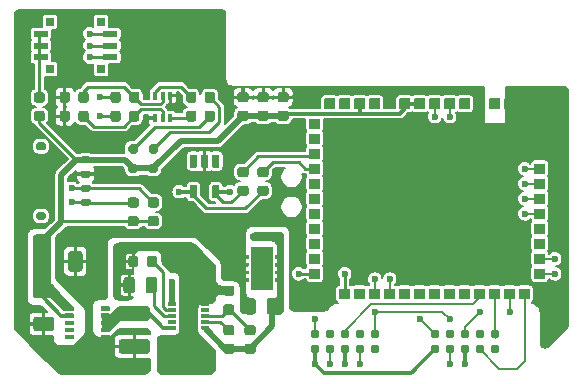
<source format=gtl>
%TF.GenerationSoftware,KiCad,Pcbnew,(5.1.6-0-10_14)*%
%TF.CreationDate,2021-08-10T12:06:40-04:00*%
%TF.ProjectId,fanboard,66616e62-6f61-4726-942e-6b696361645f,rev?*%
%TF.SameCoordinates,Original*%
%TF.FileFunction,Copper,L1,Top*%
%TF.FilePolarity,Positive*%
%FSLAX46Y46*%
G04 Gerber Fmt 4.6, Leading zero omitted, Abs format (unit mm)*
G04 Created by KiCad (PCBNEW (5.1.6-0-10_14)) date 2021-08-10 12:06:40*
%MOMM*%
%LPD*%
G01*
G04 APERTURE LIST*
%TA.AperFunction,SMDPad,CuDef*%
%ADD10R,0.400000X0.650000*%
%TD*%
%TA.AperFunction,ViaPad*%
%ADD11C,0.508000*%
%TD*%
%TA.AperFunction,SMDPad,CuDef*%
%ADD12C,0.787000*%
%TD*%
%TA.AperFunction,SMDPad,CuDef*%
%ADD13C,0.100000*%
%TD*%
%TA.AperFunction,SMDPad,CuDef*%
%ADD14R,0.700000X0.700000*%
%TD*%
%TA.AperFunction,SMDPad,CuDef*%
%ADD15R,1.200000X0.500000*%
%TD*%
%TA.AperFunction,ViaPad*%
%ADD16C,0.600000*%
%TD*%
%TA.AperFunction,Conductor*%
%ADD17C,0.300000*%
%TD*%
%TA.AperFunction,Conductor*%
%ADD18C,0.500000*%
%TD*%
%TA.AperFunction,Conductor*%
%ADD19C,0.250000*%
%TD*%
%TA.AperFunction,Conductor*%
%ADD20C,0.200000*%
%TD*%
%TA.AperFunction,Conductor*%
%ADD21C,0.350000*%
%TD*%
%TA.AperFunction,Conductor*%
%ADD22C,0.150000*%
%TD*%
G04 APERTURE END LIST*
%TO.P,U1,PAD*%
%TO.N,N/C*%
%TA.AperFunction,SMDPad,CuDef*%
G36*
G01*
X145790000Y-119849910D02*
X145790000Y-120475090D01*
G75*
G02*
X145740090Y-120525000I-49910J0D01*
G01*
X145609910Y-120525000D01*
G75*
G02*
X145560000Y-120475090I0J49910D01*
G01*
X145560000Y-119849910D01*
G75*
G02*
X145609910Y-119800000I49910J0D01*
G01*
X145740090Y-119800000D01*
G75*
G02*
X145790000Y-119849910I0J-49910D01*
G01*
G37*
%TD.AperFunction*%
%TA.AperFunction,SMDPad,CuDef*%
G36*
G01*
X146440000Y-119849910D02*
X146440000Y-120475090D01*
G75*
G02*
X146390090Y-120525000I-49910J0D01*
G01*
X146259910Y-120525000D01*
G75*
G02*
X146210000Y-120475090I0J49910D01*
G01*
X146210000Y-119849910D01*
G75*
G02*
X146259910Y-119800000I49910J0D01*
G01*
X146390090Y-119800000D01*
G75*
G02*
X146440000Y-119849910I0J-49910D01*
G01*
G37*
%TD.AperFunction*%
%TA.AperFunction,SMDPad,CuDef*%
G36*
G01*
X145790000Y-122524910D02*
X145790000Y-123150090D01*
G75*
G02*
X145740090Y-123200000I-49910J0D01*
G01*
X145609910Y-123200000D01*
G75*
G02*
X145560000Y-123150090I0J49910D01*
G01*
X145560000Y-122524910D01*
G75*
G02*
X145609910Y-122475000I49910J0D01*
G01*
X145740090Y-122475000D01*
G75*
G02*
X145790000Y-122524910I0J-49910D01*
G01*
G37*
%TD.AperFunction*%
%TA.AperFunction,SMDPad,CuDef*%
G36*
G01*
X146440000Y-122524910D02*
X146440000Y-123150090D01*
G75*
G02*
X146390090Y-123200000I-49910J0D01*
G01*
X146259910Y-123200000D01*
G75*
G02*
X146210000Y-123150090I0J49910D01*
G01*
X146210000Y-122524910D01*
G75*
G02*
X146259910Y-122475000I49910J0D01*
G01*
X146390090Y-122475000D01*
G75*
G02*
X146440000Y-122524910I0J-49910D01*
G01*
G37*
%TD.AperFunction*%
%TA.AperFunction,SMDPad,CuDef*%
G36*
G01*
X145790000Y-119849910D02*
X145790000Y-120625090D01*
G75*
G02*
X145740090Y-120675000I-49910J0D01*
G01*
X145609910Y-120675000D01*
G75*
G02*
X145560000Y-120625090I0J49910D01*
G01*
X145560000Y-119849910D01*
G75*
G02*
X145609910Y-119800000I49910J0D01*
G01*
X145740090Y-119800000D01*
G75*
G02*
X145790000Y-119849910I0J-49910D01*
G01*
G37*
%TD.AperFunction*%
%TA.AperFunction,SMDPad,CuDef*%
G36*
G01*
X146440000Y-119849910D02*
X146440000Y-120625090D01*
G75*
G02*
X146390090Y-120675000I-49910J0D01*
G01*
X146259910Y-120675000D01*
G75*
G02*
X146210000Y-120625090I0J49910D01*
G01*
X146210000Y-119849910D01*
G75*
G02*
X146259910Y-119800000I49910J0D01*
G01*
X146390090Y-119800000D01*
G75*
G02*
X146440000Y-119849910I0J-49910D01*
G01*
G37*
%TD.AperFunction*%
%TA.AperFunction,SMDPad,CuDef*%
G36*
G01*
X145790000Y-122374910D02*
X145790000Y-123150090D01*
G75*
G02*
X145740090Y-123200000I-49910J0D01*
G01*
X145609910Y-123200000D01*
G75*
G02*
X145560000Y-123150090I0J49910D01*
G01*
X145560000Y-122374910D01*
G75*
G02*
X145609910Y-122325000I49910J0D01*
G01*
X145740090Y-122325000D01*
G75*
G02*
X145790000Y-122374910I0J-49910D01*
G01*
G37*
%TD.AperFunction*%
%TA.AperFunction,SMDPad,CuDef*%
G36*
G01*
X146440000Y-122374910D02*
X146440000Y-123150090D01*
G75*
G02*
X146390090Y-123200000I-49910J0D01*
G01*
X146259910Y-123200000D01*
G75*
G02*
X146210000Y-123150090I0J49910D01*
G01*
X146210000Y-122374910D01*
G75*
G02*
X146259910Y-122325000I49910J0D01*
G01*
X146390090Y-122325000D01*
G75*
G02*
X146440000Y-122374910I0J-49910D01*
G01*
G37*
%TD.AperFunction*%
%TA.AperFunction,SMDPad,CuDef*%
G36*
G01*
X146750000Y-120674500D02*
X146750000Y-122325500D01*
G75*
G02*
X146700500Y-122375000I-49500J0D01*
G01*
X145299500Y-122375000D01*
G75*
G02*
X145250000Y-122325500I0J49500D01*
G01*
X145250000Y-120674500D01*
G75*
G02*
X145299500Y-120625000I49500J0D01*
G01*
X146700500Y-120625000D01*
G75*
G02*
X146750000Y-120674500I0J-49500D01*
G01*
G37*
%TD.AperFunction*%
%TO.P,U1,8*%
%TO.N,GND*%
%TA.AperFunction,SMDPad,CuDef*%
G36*
G01*
X144349910Y-122320000D02*
X144850090Y-122320000D01*
G75*
G02*
X144900000Y-122369910I0J-49910D01*
G01*
X144900000Y-122580090D01*
G75*
G02*
X144850090Y-122630000I-49910J0D01*
G01*
X144349910Y-122630000D01*
G75*
G02*
X144300000Y-122580090I0J49910D01*
G01*
X144300000Y-122369910D01*
G75*
G02*
X144349910Y-122320000I49910J0D01*
G01*
G37*
%TD.AperFunction*%
%TO.P,U1,7*%
%TA.AperFunction,SMDPad,CuDef*%
G36*
G01*
X144349910Y-121670000D02*
X144850090Y-121670000D01*
G75*
G02*
X144900000Y-121719910I0J-49910D01*
G01*
X144900000Y-121930090D01*
G75*
G02*
X144850090Y-121980000I-49910J0D01*
G01*
X144349910Y-121980000D01*
G75*
G02*
X144300000Y-121930090I0J49910D01*
G01*
X144300000Y-121719910D01*
G75*
G02*
X144349910Y-121670000I49910J0D01*
G01*
G37*
%TD.AperFunction*%
%TO.P,U1,6*%
%TA.AperFunction,SMDPad,CuDef*%
G36*
G01*
X144349910Y-121020000D02*
X144850090Y-121020000D01*
G75*
G02*
X144900000Y-121069910I0J-49910D01*
G01*
X144900000Y-121280090D01*
G75*
G02*
X144850090Y-121330000I-49910J0D01*
G01*
X144349910Y-121330000D01*
G75*
G02*
X144300000Y-121280090I0J49910D01*
G01*
X144300000Y-121069910D01*
G75*
G02*
X144349910Y-121020000I49910J0D01*
G01*
G37*
%TD.AperFunction*%
%TO.P,U1,5*%
%TA.AperFunction,SMDPad,CuDef*%
G36*
G01*
X144349910Y-120370000D02*
X144850090Y-120370000D01*
G75*
G02*
X144900000Y-120419910I0J-49910D01*
G01*
X144900000Y-120630090D01*
G75*
G02*
X144850090Y-120680000I-49910J0D01*
G01*
X144349910Y-120680000D01*
G75*
G02*
X144300000Y-120630090I0J49910D01*
G01*
X144300000Y-120419910D01*
G75*
G02*
X144349910Y-120370000I49910J0D01*
G01*
G37*
%TD.AperFunction*%
%TO.P,U1,4*%
%TO.N,+20V*%
%TA.AperFunction,SMDPad,CuDef*%
G36*
G01*
X147149910Y-120370000D02*
X147650090Y-120370000D01*
G75*
G02*
X147700000Y-120419910I0J-49910D01*
G01*
X147700000Y-120630090D01*
G75*
G02*
X147650090Y-120680000I-49910J0D01*
G01*
X147149910Y-120680000D01*
G75*
G02*
X147100000Y-120630090I0J49910D01*
G01*
X147100000Y-120419910D01*
G75*
G02*
X147149910Y-120370000I49910J0D01*
G01*
G37*
%TD.AperFunction*%
%TO.P,U1,3*%
%TA.AperFunction,SMDPad,CuDef*%
G36*
G01*
X147149910Y-121020000D02*
X147650090Y-121020000D01*
G75*
G02*
X147700000Y-121069910I0J-49910D01*
G01*
X147700000Y-121280090D01*
G75*
G02*
X147650090Y-121330000I-49910J0D01*
G01*
X147149910Y-121330000D01*
G75*
G02*
X147100000Y-121280090I0J49910D01*
G01*
X147100000Y-121069910D01*
G75*
G02*
X147149910Y-121020000I49910J0D01*
G01*
G37*
%TD.AperFunction*%
%TO.P,U1,2*%
%TA.AperFunction,SMDPad,CuDef*%
G36*
G01*
X147149910Y-121670000D02*
X147650090Y-121670000D01*
G75*
G02*
X147700000Y-121719910I0J-49910D01*
G01*
X147700000Y-121930090D01*
G75*
G02*
X147650090Y-121980000I-49910J0D01*
G01*
X147149910Y-121980000D01*
G75*
G02*
X147100000Y-121930090I0J49910D01*
G01*
X147100000Y-121719910D01*
G75*
G02*
X147149910Y-121670000I49910J0D01*
G01*
G37*
%TD.AperFunction*%
%TO.P,U1,1*%
%TA.AperFunction,SMDPad,CuDef*%
G36*
G01*
X147149910Y-122320000D02*
X147650090Y-122320000D01*
G75*
G02*
X147700000Y-122369910I0J-49910D01*
G01*
X147700000Y-122580090D01*
G75*
G02*
X147650090Y-122630000I-49910J0D01*
G01*
X147149910Y-122630000D01*
G75*
G02*
X147100000Y-122580090I0J49910D01*
G01*
X147100000Y-122369910D01*
G75*
G02*
X147149910Y-122320000I49910J0D01*
G01*
G37*
%TD.AperFunction*%
%TD*%
%TO.N,N/C*%
%TO.C,U1*%
%TA.AperFunction,Conductor*%
G36*
G01*
X146950000Y-119762700D02*
X146950000Y-123237300D01*
G75*
G02*
X146887300Y-123300000I-62700J0D01*
G01*
X145112700Y-123300000D01*
G75*
G02*
X145050000Y-123237300I0J62700D01*
G01*
X145050000Y-119762700D01*
G75*
G02*
X145112700Y-119700000I62700J0D01*
G01*
X146887300Y-119700000D01*
G75*
G02*
X146950000Y-119762700I0J-62700D01*
G01*
G37*
%TD.AperFunction*%
%TO.P,D3,2*%
%TO.N,VCC*%
%TA.AperFunction,SMDPad,CuDef*%
G36*
G01*
X134900000Y-112625000D02*
X135300000Y-112625000D01*
G75*
G02*
X135500000Y-112825000I0J-200000D01*
G01*
X135500000Y-113225000D01*
G75*
G02*
X135300000Y-113425000I-200000J0D01*
G01*
X134900000Y-113425000D01*
G75*
G02*
X134700000Y-113225000I0J200000D01*
G01*
X134700000Y-112825000D01*
G75*
G02*
X134900000Y-112625000I200000J0D01*
G01*
G37*
%TD.AperFunction*%
%TO.P,D3,1*%
%TO.N,Net-(D3-Pad1)*%
%TA.AperFunction,SMDPad,CuDef*%
G36*
G01*
X134900000Y-110975000D02*
X135300000Y-110975000D01*
G75*
G02*
X135500000Y-111175000I0J-200000D01*
G01*
X135500000Y-111575000D01*
G75*
G02*
X135300000Y-111775000I-200000J0D01*
G01*
X134900000Y-111775000D01*
G75*
G02*
X134700000Y-111575000I0J200000D01*
G01*
X134700000Y-111175000D01*
G75*
G02*
X134900000Y-110975000I200000J0D01*
G01*
G37*
%TD.AperFunction*%
%TD*%
%TO.P,D2,2*%
%TO.N,VCC*%
%TA.AperFunction,SMDPad,CuDef*%
G36*
G01*
X136600000Y-112625000D02*
X137000000Y-112625000D01*
G75*
G02*
X137200000Y-112825000I0J-200000D01*
G01*
X137200000Y-113225000D01*
G75*
G02*
X137000000Y-113425000I-200000J0D01*
G01*
X136600000Y-113425000D01*
G75*
G02*
X136400000Y-113225000I0J200000D01*
G01*
X136400000Y-112825000D01*
G75*
G02*
X136600000Y-112625000I200000J0D01*
G01*
G37*
%TD.AperFunction*%
%TO.P,D2,1*%
%TO.N,Net-(D2-Pad1)*%
%TA.AperFunction,SMDPad,CuDef*%
G36*
G01*
X136600000Y-110975000D02*
X137000000Y-110975000D01*
G75*
G02*
X137200000Y-111175000I0J-200000D01*
G01*
X137200000Y-111575000D01*
G75*
G02*
X137000000Y-111775000I-200000J0D01*
G01*
X136600000Y-111775000D01*
G75*
G02*
X136400000Y-111575000I0J200000D01*
G01*
X136400000Y-111175000D01*
G75*
G02*
X136600000Y-110975000I200000J0D01*
G01*
G37*
%TD.AperFunction*%
%TD*%
%TO.P,J4,MP*%
%TO.N,N/C*%
%TA.AperFunction,SMDPad,CuDef*%
G36*
G01*
X127075000Y-116700000D02*
X127525000Y-116700000D01*
G75*
G02*
X127700000Y-116875000I0J-175000D01*
G01*
X127700000Y-117225000D01*
G75*
G02*
X127525000Y-117400000I-175000J0D01*
G01*
X127075000Y-117400000D01*
G75*
G02*
X126900000Y-117225000I0J175000D01*
G01*
X126900000Y-116875000D01*
G75*
G02*
X127075000Y-116700000I175000J0D01*
G01*
G37*
%TD.AperFunction*%
%TA.AperFunction,SMDPad,CuDef*%
G36*
G01*
X127075000Y-110800000D02*
X127525000Y-110800000D01*
G75*
G02*
X127700000Y-110975000I0J-175000D01*
G01*
X127700000Y-111325000D01*
G75*
G02*
X127525000Y-111500000I-175000J0D01*
G01*
X127075000Y-111500000D01*
G75*
G02*
X126900000Y-111325000I0J175000D01*
G01*
X126900000Y-110975000D01*
G75*
G02*
X127075000Y-110800000I175000J0D01*
G01*
G37*
%TD.AperFunction*%
%TO.P,J4,4*%
%TO.N,I2C_SDA*%
%TA.AperFunction,SMDPad,CuDef*%
G36*
G01*
X130800000Y-115600000D02*
X131350000Y-115600000D01*
G75*
G02*
X131500000Y-115750000I0J-150000D01*
G01*
X131500000Y-116050000D01*
G75*
G02*
X131350000Y-116200000I-150000J0D01*
G01*
X130800000Y-116200000D01*
G75*
G02*
X130650000Y-116050000I0J150000D01*
G01*
X130650000Y-115750000D01*
G75*
G02*
X130800000Y-115600000I150000J0D01*
G01*
G37*
%TD.AperFunction*%
%TO.P,J4,3*%
%TO.N,I2C_SCL*%
%TA.AperFunction,SMDPad,CuDef*%
G36*
G01*
X130800000Y-114400000D02*
X131350000Y-114400000D01*
G75*
G02*
X131500000Y-114550000I0J-150000D01*
G01*
X131500000Y-114850000D01*
G75*
G02*
X131350000Y-115000000I-150000J0D01*
G01*
X130800000Y-115000000D01*
G75*
G02*
X130650000Y-114850000I0J150000D01*
G01*
X130650000Y-114550000D01*
G75*
G02*
X130800000Y-114400000I150000J0D01*
G01*
G37*
%TD.AperFunction*%
%TO.P,J4,2*%
%TO.N,GND*%
%TA.AperFunction,SMDPad,CuDef*%
G36*
G01*
X130800000Y-113200000D02*
X131350000Y-113200000D01*
G75*
G02*
X131500000Y-113350000I0J-150000D01*
G01*
X131500000Y-113650000D01*
G75*
G02*
X131350000Y-113800000I-150000J0D01*
G01*
X130800000Y-113800000D01*
G75*
G02*
X130650000Y-113650000I0J150000D01*
G01*
X130650000Y-113350000D01*
G75*
G02*
X130800000Y-113200000I150000J0D01*
G01*
G37*
%TD.AperFunction*%
%TO.P,J4,1*%
%TO.N,VCC*%
%TA.AperFunction,SMDPad,CuDef*%
G36*
G01*
X130800000Y-112000000D02*
X131350000Y-112000000D01*
G75*
G02*
X131500000Y-112150000I0J-150000D01*
G01*
X131500000Y-112450000D01*
G75*
G02*
X131350000Y-112600000I-150000J0D01*
G01*
X130800000Y-112600000D01*
G75*
G02*
X130650000Y-112450000I0J150000D01*
G01*
X130650000Y-112150000D01*
G75*
G02*
X130800000Y-112000000I150000J0D01*
G01*
G37*
%TD.AperFunction*%
%TD*%
D10*
%TO.P,Q1,6*%
%TO.N,Net-(Q1-Pad6)*%
X136950000Y-106850000D03*
%TO.P,Q1,4*%
%TO.N,GND*%
X138250000Y-106850000D03*
%TO.P,Q1,2*%
%TO.N,Net-(Q1-Pad2)*%
X137600000Y-108750000D03*
%TO.P,Q1,5*%
%TO.N,Net-(Q1-Pad5)*%
X137600000Y-106850000D03*
%TO.P,Q1,3*%
%TO.N,Net-(Q1-Pad3)*%
X138250000Y-108750000D03*
%TO.P,Q1,1*%
%TO.N,GND*%
X136950000Y-108750000D03*
%TD*%
%TO.P,R16,2*%
%TO.N,Net-(Q1-Pad3)*%
%TA.AperFunction,SMDPad,CuDef*%
G36*
G01*
X140450000Y-108343750D02*
X140450000Y-108856250D01*
G75*
G02*
X140231250Y-109075000I-218750J0D01*
G01*
X139793750Y-109075000D01*
G75*
G02*
X139575000Y-108856250I0J218750D01*
G01*
X139575000Y-108343750D01*
G75*
G02*
X139793750Y-108125000I218750J0D01*
G01*
X140231250Y-108125000D01*
G75*
G02*
X140450000Y-108343750I0J-218750D01*
G01*
G37*
%TD.AperFunction*%
%TO.P,R16,1*%
%TO.N,Net-(D3-Pad1)*%
%TA.AperFunction,SMDPad,CuDef*%
G36*
G01*
X142025000Y-108343750D02*
X142025000Y-108856250D01*
G75*
G02*
X141806250Y-109075000I-218750J0D01*
G01*
X141368750Y-109075000D01*
G75*
G02*
X141150000Y-108856250I0J218750D01*
G01*
X141150000Y-108343750D01*
G75*
G02*
X141368750Y-108125000I218750J0D01*
G01*
X141806250Y-108125000D01*
G75*
G02*
X142025000Y-108343750I0J-218750D01*
G01*
G37*
%TD.AperFunction*%
%TD*%
%TO.P,R15,2*%
%TO.N,Net-(Q1-Pad6)*%
%TA.AperFunction,SMDPad,CuDef*%
G36*
G01*
X140450000Y-106743750D02*
X140450000Y-107256250D01*
G75*
G02*
X140231250Y-107475000I-218750J0D01*
G01*
X139793750Y-107475000D01*
G75*
G02*
X139575000Y-107256250I0J218750D01*
G01*
X139575000Y-106743750D01*
G75*
G02*
X139793750Y-106525000I218750J0D01*
G01*
X140231250Y-106525000D01*
G75*
G02*
X140450000Y-106743750I0J-218750D01*
G01*
G37*
%TD.AperFunction*%
%TO.P,R15,1*%
%TO.N,Net-(D2-Pad1)*%
%TA.AperFunction,SMDPad,CuDef*%
G36*
G01*
X142025000Y-106743750D02*
X142025000Y-107256250D01*
G75*
G02*
X141806250Y-107475000I-218750J0D01*
G01*
X141368750Y-107475000D01*
G75*
G02*
X141150000Y-107256250I0J218750D01*
G01*
X141150000Y-106743750D01*
G75*
G02*
X141368750Y-106525000I218750J0D01*
G01*
X141806250Y-106525000D01*
G75*
G02*
X142025000Y-106743750I0J-218750D01*
G01*
G37*
%TD.AperFunction*%
%TD*%
%TO.P,R14,1*%
%TO.N,Net-(Q1-Pad5)*%
%TA.AperFunction,SMDPad,CuDef*%
G36*
G01*
X131325000Y-106743750D02*
X131325000Y-107256250D01*
G75*
G02*
X131106250Y-107475000I-218750J0D01*
G01*
X130668750Y-107475000D01*
G75*
G02*
X130450000Y-107256250I0J218750D01*
G01*
X130450000Y-106743750D01*
G75*
G02*
X130668750Y-106525000I218750J0D01*
G01*
X131106250Y-106525000D01*
G75*
G02*
X131325000Y-106743750I0J-218750D01*
G01*
G37*
%TD.AperFunction*%
%TO.P,R14,2*%
%TO.N,GND*%
%TA.AperFunction,SMDPad,CuDef*%
G36*
G01*
X129750000Y-106743750D02*
X129750000Y-107256250D01*
G75*
G02*
X129531250Y-107475000I-218750J0D01*
G01*
X129093750Y-107475000D01*
G75*
G02*
X128875000Y-107256250I0J218750D01*
G01*
X128875000Y-106743750D01*
G75*
G02*
X129093750Y-106525000I218750J0D01*
G01*
X129531250Y-106525000D01*
G75*
G02*
X129750000Y-106743750I0J-218750D01*
G01*
G37*
%TD.AperFunction*%
%TD*%
%TO.P,R13,1*%
%TO.N,Net-(Q1-Pad2)*%
%TA.AperFunction,SMDPad,CuDef*%
G36*
G01*
X131325000Y-108343750D02*
X131325000Y-108856250D01*
G75*
G02*
X131106250Y-109075000I-218750J0D01*
G01*
X130668750Y-109075000D01*
G75*
G02*
X130450000Y-108856250I0J218750D01*
G01*
X130450000Y-108343750D01*
G75*
G02*
X130668750Y-108125000I218750J0D01*
G01*
X131106250Y-108125000D01*
G75*
G02*
X131325000Y-108343750I0J-218750D01*
G01*
G37*
%TD.AperFunction*%
%TO.P,R13,2*%
%TO.N,GND*%
%TA.AperFunction,SMDPad,CuDef*%
G36*
G01*
X129750000Y-108343750D02*
X129750000Y-108856250D01*
G75*
G02*
X129531250Y-109075000I-218750J0D01*
G01*
X129093750Y-109075000D01*
G75*
G02*
X128875000Y-108856250I0J218750D01*
G01*
X128875000Y-108343750D01*
G75*
G02*
X129093750Y-108125000I218750J0D01*
G01*
X129531250Y-108125000D01*
G75*
G02*
X129750000Y-108343750I0J-218750D01*
G01*
G37*
%TD.AperFunction*%
%TD*%
%TO.P,R12,1*%
%TO.N,Net-(Q1-Pad5)*%
%TA.AperFunction,SMDPad,CuDef*%
G36*
G01*
X135625000Y-106743750D02*
X135625000Y-107256250D01*
G75*
G02*
X135406250Y-107475000I-218750J0D01*
G01*
X134968750Y-107475000D01*
G75*
G02*
X134750000Y-107256250I0J218750D01*
G01*
X134750000Y-106743750D01*
G75*
G02*
X134968750Y-106525000I218750J0D01*
G01*
X135406250Y-106525000D01*
G75*
G02*
X135625000Y-106743750I0J-218750D01*
G01*
G37*
%TD.AperFunction*%
%TO.P,R12,2*%
%TO.N,GT_PWM06*%
%TA.AperFunction,SMDPad,CuDef*%
G36*
G01*
X134050000Y-106743750D02*
X134050000Y-107256250D01*
G75*
G02*
X133831250Y-107475000I-218750J0D01*
G01*
X133393750Y-107475000D01*
G75*
G02*
X133175000Y-107256250I0J218750D01*
G01*
X133175000Y-106743750D01*
G75*
G02*
X133393750Y-106525000I218750J0D01*
G01*
X133831250Y-106525000D01*
G75*
G02*
X134050000Y-106743750I0J-218750D01*
G01*
G37*
%TD.AperFunction*%
%TD*%
%TO.P,R11,1*%
%TO.N,Net-(Q1-Pad2)*%
%TA.AperFunction,SMDPad,CuDef*%
G36*
G01*
X135625000Y-108343750D02*
X135625000Y-108856250D01*
G75*
G02*
X135406250Y-109075000I-218750J0D01*
G01*
X134968750Y-109075000D01*
G75*
G02*
X134750000Y-108856250I0J218750D01*
G01*
X134750000Y-108343750D01*
G75*
G02*
X134968750Y-108125000I218750J0D01*
G01*
X135406250Y-108125000D01*
G75*
G02*
X135625000Y-108343750I0J-218750D01*
G01*
G37*
%TD.AperFunction*%
%TO.P,R11,2*%
%TO.N,GT_PWM05*%
%TA.AperFunction,SMDPad,CuDef*%
G36*
G01*
X134050000Y-108343750D02*
X134050000Y-108856250D01*
G75*
G02*
X133831250Y-109075000I-218750J0D01*
G01*
X133393750Y-109075000D01*
G75*
G02*
X133175000Y-108856250I0J218750D01*
G01*
X133175000Y-108343750D01*
G75*
G02*
X133393750Y-108125000I218750J0D01*
G01*
X133831250Y-108125000D01*
G75*
G02*
X134050000Y-108343750I0J-218750D01*
G01*
G37*
%TD.AperFunction*%
%TD*%
%TO.P,R10,1*%
%TO.N,VCC*%
%TA.AperFunction,SMDPad,CuDef*%
G36*
G01*
X137056250Y-117925000D02*
X136543750Y-117925000D01*
G75*
G02*
X136325000Y-117706250I0J218750D01*
G01*
X136325000Y-117268750D01*
G75*
G02*
X136543750Y-117050000I218750J0D01*
G01*
X137056250Y-117050000D01*
G75*
G02*
X137275000Y-117268750I0J-218750D01*
G01*
X137275000Y-117706250D01*
G75*
G02*
X137056250Y-117925000I-218750J0D01*
G01*
G37*
%TD.AperFunction*%
%TO.P,R10,2*%
%TO.N,I2C_SCL*%
%TA.AperFunction,SMDPad,CuDef*%
G36*
G01*
X137056250Y-116350000D02*
X136543750Y-116350000D01*
G75*
G02*
X136325000Y-116131250I0J218750D01*
G01*
X136325000Y-115693750D01*
G75*
G02*
X136543750Y-115475000I218750J0D01*
G01*
X137056250Y-115475000D01*
G75*
G02*
X137275000Y-115693750I0J-218750D01*
G01*
X137275000Y-116131250D01*
G75*
G02*
X137056250Y-116350000I-218750J0D01*
G01*
G37*
%TD.AperFunction*%
%TD*%
%TO.P,R9,1*%
%TO.N,VCC*%
%TA.AperFunction,SMDPad,CuDef*%
G36*
G01*
X135356250Y-117925000D02*
X134843750Y-117925000D01*
G75*
G02*
X134625000Y-117706250I0J218750D01*
G01*
X134625000Y-117268750D01*
G75*
G02*
X134843750Y-117050000I218750J0D01*
G01*
X135356250Y-117050000D01*
G75*
G02*
X135575000Y-117268750I0J-218750D01*
G01*
X135575000Y-117706250D01*
G75*
G02*
X135356250Y-117925000I-218750J0D01*
G01*
G37*
%TD.AperFunction*%
%TO.P,R9,2*%
%TO.N,I2C_SDA*%
%TA.AperFunction,SMDPad,CuDef*%
G36*
G01*
X135356250Y-116350000D02*
X134843750Y-116350000D01*
G75*
G02*
X134625000Y-116131250I0J218750D01*
G01*
X134625000Y-115693750D01*
G75*
G02*
X134843750Y-115475000I218750J0D01*
G01*
X135356250Y-115475000D01*
G75*
G02*
X135575000Y-115693750I0J-218750D01*
G01*
X135575000Y-116131250D01*
G75*
G02*
X135356250Y-116350000I-218750J0D01*
G01*
G37*
%TD.AperFunction*%
%TD*%
D11*
%TO.N,GND*%
%TO.C,U3*%
X131375000Y-123100000D03*
X130375000Y-123100000D03*
X132375000Y-123100000D03*
X130375000Y-128600000D03*
X132375000Y-128600000D03*
X131375000Y-128600000D03*
X131375000Y-125070000D03*
X131375000Y-127130000D03*
X131375000Y-126100000D03*
%TD*%
%TO.P,U3,11*%
%TO.N,GND*%
%TA.AperFunction,SMDPad,CuDef*%
G36*
G01*
X131725000Y-124693400D02*
X131725000Y-127506600D01*
G75*
G02*
X131681600Y-127550000I-43400J0D01*
G01*
X131068400Y-127550000D01*
G75*
G02*
X131025000Y-127506600I0J43400D01*
G01*
X131025000Y-124693400D01*
G75*
G02*
X131068400Y-124650000I43400J0D01*
G01*
X131681600Y-124650000D01*
G75*
G02*
X131725000Y-124693400I0J-43400D01*
G01*
G37*
%TD.AperFunction*%
%TO.P,U3,10*%
%TO.N,Net-(U3-Pad10)*%
%TA.AperFunction,SMDPad,CuDef*%
G36*
G01*
X130050000Y-127150000D02*
X130050000Y-127450000D01*
G75*
G02*
X130000000Y-127500000I-50000J0D01*
G01*
X129350000Y-127500000D01*
G75*
G02*
X129300000Y-127450000I0J50000D01*
G01*
X129300000Y-127150000D01*
G75*
G02*
X129350000Y-127100000I50000J0D01*
G01*
X130000000Y-127100000D01*
G75*
G02*
X130050000Y-127150000I0J-50000D01*
G01*
G37*
%TD.AperFunction*%
%TO.P,U3,9*%
%TO.N,Net-(U3-Pad9)*%
%TA.AperFunction,SMDPad,CuDef*%
G36*
G01*
X130050000Y-126550000D02*
X130050000Y-126850000D01*
G75*
G02*
X130000000Y-126900000I-50000J0D01*
G01*
X129350000Y-126900000D01*
G75*
G02*
X129300000Y-126850000I0J50000D01*
G01*
X129300000Y-126550000D01*
G75*
G02*
X129350000Y-126500000I50000J0D01*
G01*
X130000000Y-126500000D01*
G75*
G02*
X130050000Y-126550000I0J-50000D01*
G01*
G37*
%TD.AperFunction*%
%TO.P,U3,8*%
%TO.N,Net-(U3-Pad8)*%
%TA.AperFunction,SMDPad,CuDef*%
G36*
G01*
X130050000Y-125950000D02*
X130050000Y-126250000D01*
G75*
G02*
X130000000Y-126300000I-50000J0D01*
G01*
X129350000Y-126300000D01*
G75*
G02*
X129300000Y-126250000I0J50000D01*
G01*
X129300000Y-125950000D01*
G75*
G02*
X129350000Y-125900000I50000J0D01*
G01*
X130000000Y-125900000D01*
G75*
G02*
X130050000Y-125950000I0J-50000D01*
G01*
G37*
%TD.AperFunction*%
%TO.P,U3,7*%
%TO.N,VCC*%
%TA.AperFunction,SMDPad,CuDef*%
G36*
G01*
X130050000Y-125350000D02*
X130050000Y-125650000D01*
G75*
G02*
X130000000Y-125700000I-50000J0D01*
G01*
X129350000Y-125700000D01*
G75*
G02*
X129300000Y-125650000I0J50000D01*
G01*
X129300000Y-125350000D01*
G75*
G02*
X129350000Y-125300000I50000J0D01*
G01*
X130000000Y-125300000D01*
G75*
G02*
X130050000Y-125350000I0J-50000D01*
G01*
G37*
%TD.AperFunction*%
%TO.P,U3,6*%
%TA.AperFunction,SMDPad,CuDef*%
G36*
G01*
X130050000Y-124750000D02*
X130050000Y-125050000D01*
G75*
G02*
X130000000Y-125100000I-50000J0D01*
G01*
X129350000Y-125100000D01*
G75*
G02*
X129300000Y-125050000I0J50000D01*
G01*
X129300000Y-124750000D01*
G75*
G02*
X129350000Y-124700000I50000J0D01*
G01*
X130000000Y-124700000D01*
G75*
G02*
X130050000Y-124750000I0J-50000D01*
G01*
G37*
%TD.AperFunction*%
%TO.P,U3,5*%
%TO.N,Net-(U3-Pad5)*%
%TA.AperFunction,SMDPad,CuDef*%
G36*
G01*
X133100000Y-124750000D02*
X133100000Y-125050000D01*
G75*
G02*
X133050000Y-125100000I-50000J0D01*
G01*
X132400000Y-125100000D01*
G75*
G02*
X132350000Y-125050000I0J50000D01*
G01*
X132350000Y-124750000D01*
G75*
G02*
X132400000Y-124700000I50000J0D01*
G01*
X133050000Y-124700000D01*
G75*
G02*
X133100000Y-124750000I0J-50000D01*
G01*
G37*
%TD.AperFunction*%
%TO.P,U3,4*%
%TO.N,/VIN*%
%TA.AperFunction,SMDPad,CuDef*%
G36*
G01*
X133100000Y-125350000D02*
X133100000Y-125650000D01*
G75*
G02*
X133050000Y-125700000I-50000J0D01*
G01*
X132400000Y-125700000D01*
G75*
G02*
X132350000Y-125650000I0J50000D01*
G01*
X132350000Y-125350000D01*
G75*
G02*
X132400000Y-125300000I50000J0D01*
G01*
X133050000Y-125300000D01*
G75*
G02*
X133100000Y-125350000I0J-50000D01*
G01*
G37*
%TD.AperFunction*%
%TO.P,U3,3*%
%TA.AperFunction,SMDPad,CuDef*%
G36*
G01*
X133100000Y-125950000D02*
X133100000Y-126250000D01*
G75*
G02*
X133050000Y-126300000I-50000J0D01*
G01*
X132400000Y-126300000D01*
G75*
G02*
X132350000Y-126250000I0J50000D01*
G01*
X132350000Y-125950000D01*
G75*
G02*
X132400000Y-125900000I50000J0D01*
G01*
X133050000Y-125900000D01*
G75*
G02*
X133100000Y-125950000I0J-50000D01*
G01*
G37*
%TD.AperFunction*%
%TO.P,U3,2*%
%TA.AperFunction,SMDPad,CuDef*%
G36*
G01*
X133100000Y-126550000D02*
X133100000Y-126850000D01*
G75*
G02*
X133050000Y-126900000I-50000J0D01*
G01*
X132400000Y-126900000D01*
G75*
G02*
X132350000Y-126850000I0J50000D01*
G01*
X132350000Y-126550000D01*
G75*
G02*
X132400000Y-126500000I50000J0D01*
G01*
X133050000Y-126500000D01*
G75*
G02*
X133100000Y-126550000I0J-50000D01*
G01*
G37*
%TD.AperFunction*%
%TO.P,U3,1*%
%TO.N,GND*%
%TA.AperFunction,SMDPad,CuDef*%
G36*
G01*
X133100000Y-127150000D02*
X133100000Y-127450000D01*
G75*
G02*
X133050000Y-127500000I-50000J0D01*
G01*
X132400000Y-127500000D01*
G75*
G02*
X132350000Y-127450000I0J50000D01*
G01*
X132350000Y-127150000D01*
G75*
G02*
X132400000Y-127100000I50000J0D01*
G01*
X133050000Y-127100000D01*
G75*
G02*
X133100000Y-127150000I0J-50000D01*
G01*
G37*
%TD.AperFunction*%
%TD*%
D12*
%TO.P,J3,1*%
%TO.N,VCC*%
X160635000Y-128335000D03*
%TO.P,J3,2*%
%TO.N,CC_FLASH_SPI_nCS_IN*%
X161905000Y-128335000D03*
%TO.P,J3,3*%
%TO.N,GND*%
X163175000Y-128335000D03*
%TO.P,J3,4*%
%TO.N,CC_FLASH_SPI_CLK*%
X164445000Y-128335000D03*
%TO.P,J3,5*%
%TO.N,Net-(J3-Pad5)*%
X165715000Y-128335000D03*
%TO.P,J3,6*%
%TO.N,CC_FLASH_SPI_MISO*%
X165715000Y-127065000D03*
%TO.P,J3,7*%
%TO.N,Net-(J3-Pad7)*%
X164445000Y-127065000D03*
%TO.P,J3,8*%
%TO.N,CC_FLASH_SPI_MOSI*%
X163175000Y-127065000D03*
%TO.P,J3,9*%
%TO.N,Net-(J3-Pad9)*%
X161905000Y-127065000D03*
%TO.P,J3,10*%
%TO.N,CC_nRESET*%
X160635000Y-127065000D03*
%TD*%
%TO.P,J2,1*%
%TO.N,VCC*%
X150476001Y-128335000D03*
%TO.P,J2,2*%
%TO.N,CC_JTAG_TMS*%
X151746001Y-128335000D03*
%TO.P,J2,3*%
%TO.N,GND*%
X153016001Y-128335000D03*
%TO.P,J2,4*%
%TO.N,CC_JTAG_TCK*%
X154286001Y-128335000D03*
%TO.P,J2,5*%
%TO.N,Net-(J2-Pad5)*%
X155556001Y-128335000D03*
%TO.P,J2,6*%
%TO.N,CC_JTAG_TDO*%
X155556001Y-127065000D03*
%TO.P,J2,7*%
%TO.N,Net-(J2-Pad7)*%
X154286001Y-127065000D03*
%TO.P,J2,8*%
%TO.N,CC_JTAG_TDI*%
X153016001Y-127065000D03*
%TO.P,J2,9*%
%TO.N,Net-(J2-Pad9)*%
X151746001Y-127065000D03*
%TO.P,J2,10*%
%TO.N,CC_nRESET*%
X150476001Y-127065000D03*
%TD*%
%TO.P,C3,2*%
%TO.N,GND*%
%TA.AperFunction,SMDPad,CuDef*%
G36*
G01*
X134125000Y-127475000D02*
X136275000Y-127475000D01*
G75*
G02*
X136525000Y-127725000I0J-250000D01*
G01*
X136525000Y-128475000D01*
G75*
G02*
X136275000Y-128725000I-250000J0D01*
G01*
X134125000Y-128725000D01*
G75*
G02*
X133875000Y-128475000I0J250000D01*
G01*
X133875000Y-127725000D01*
G75*
G02*
X134125000Y-127475000I250000J0D01*
G01*
G37*
%TD.AperFunction*%
%TO.P,C3,1*%
%TO.N,/VIN*%
%TA.AperFunction,SMDPad,CuDef*%
G36*
G01*
X134125000Y-124675000D02*
X136275000Y-124675000D01*
G75*
G02*
X136525000Y-124925000I0J-250000D01*
G01*
X136525000Y-125675000D01*
G75*
G02*
X136275000Y-125925000I-250000J0D01*
G01*
X134125000Y-125925000D01*
G75*
G02*
X133875000Y-125675000I0J250000D01*
G01*
X133875000Y-124925000D01*
G75*
G02*
X134125000Y-124675000I250000J0D01*
G01*
G37*
%TD.AperFunction*%
%TD*%
%TO.P,C2,2*%
%TO.N,/RTN*%
%TA.AperFunction,SMDPad,CuDef*%
G36*
G01*
X135250000Y-122443750D02*
X135250000Y-123356250D01*
G75*
G02*
X135006250Y-123600000I-243750J0D01*
G01*
X134518750Y-123600000D01*
G75*
G02*
X134275000Y-123356250I0J243750D01*
G01*
X134275000Y-122443750D01*
G75*
G02*
X134518750Y-122200000I243750J0D01*
G01*
X135006250Y-122200000D01*
G75*
G02*
X135250000Y-122443750I0J-243750D01*
G01*
G37*
%TD.AperFunction*%
%TO.P,C2,1*%
%TO.N,/DVDT*%
%TA.AperFunction,SMDPad,CuDef*%
G36*
G01*
X137125000Y-122443750D02*
X137125000Y-123356250D01*
G75*
G02*
X136881250Y-123600000I-243750J0D01*
G01*
X136393750Y-123600000D01*
G75*
G02*
X136150000Y-123356250I0J243750D01*
G01*
X136150000Y-122443750D01*
G75*
G02*
X136393750Y-122200000I243750J0D01*
G01*
X136881250Y-122200000D01*
G75*
G02*
X137125000Y-122443750I0J-243750D01*
G01*
G37*
%TD.AperFunction*%
%TD*%
%TO.P,R5,2*%
%TO.N,/RTN*%
%TA.AperFunction,SMDPad,CuDef*%
G36*
G01*
X135550000Y-120643750D02*
X135550000Y-121156250D01*
G75*
G02*
X135331250Y-121375000I-218750J0D01*
G01*
X134893750Y-121375000D01*
G75*
G02*
X134675000Y-121156250I0J218750D01*
G01*
X134675000Y-120643750D01*
G75*
G02*
X134893750Y-120425000I218750J0D01*
G01*
X135331250Y-120425000D01*
G75*
G02*
X135550000Y-120643750I0J-218750D01*
G01*
G37*
%TD.AperFunction*%
%TO.P,R5,1*%
%TO.N,/ILIM*%
%TA.AperFunction,SMDPad,CuDef*%
G36*
G01*
X137125000Y-120643750D02*
X137125000Y-121156250D01*
G75*
G02*
X136906250Y-121375000I-218750J0D01*
G01*
X136468750Y-121375000D01*
G75*
G02*
X136250000Y-121156250I0J218750D01*
G01*
X136250000Y-120643750D01*
G75*
G02*
X136468750Y-120425000I218750J0D01*
G01*
X136906250Y-120425000D01*
G75*
G02*
X137125000Y-120643750I0J-218750D01*
G01*
G37*
%TD.AperFunction*%
%TD*%
%TO.P,C1,2*%
%TO.N,GND*%
%TA.AperFunction,SMDPad,CuDef*%
G36*
G01*
X145500000Y-124243750D02*
X145500000Y-125156250D01*
G75*
G02*
X145256250Y-125400000I-243750J0D01*
G01*
X144768750Y-125400000D01*
G75*
G02*
X144525000Y-125156250I0J243750D01*
G01*
X144525000Y-124243750D01*
G75*
G02*
X144768750Y-124000000I243750J0D01*
G01*
X145256250Y-124000000D01*
G75*
G02*
X145500000Y-124243750I0J-243750D01*
G01*
G37*
%TD.AperFunction*%
%TO.P,C1,1*%
%TO.N,+20V*%
%TA.AperFunction,SMDPad,CuDef*%
G36*
G01*
X147375000Y-124243750D02*
X147375000Y-125156250D01*
G75*
G02*
X147131250Y-125400000I-243750J0D01*
G01*
X146643750Y-125400000D01*
G75*
G02*
X146400000Y-125156250I0J243750D01*
G01*
X146400000Y-124243750D01*
G75*
G02*
X146643750Y-124000000I243750J0D01*
G01*
X147131250Y-124000000D01*
G75*
G02*
X147375000Y-124243750I0J-243750D01*
G01*
G37*
%TD.AperFunction*%
%TD*%
%TO.P,U2,11*%
%TO.N,/RTN*%
%TA.AperFunction,SMDPad,CuDef*%
G36*
G01*
X139675000Y-123850000D02*
X139675000Y-124090000D01*
G75*
G02*
X139625000Y-124140000I-50000J0D01*
G01*
X139475000Y-124140000D01*
G75*
G02*
X139425000Y-124090000I0J50000D01*
G01*
X139425000Y-123850000D01*
G75*
G02*
X139475000Y-123800000I50000J0D01*
G01*
X139625000Y-123800000D01*
G75*
G02*
X139675000Y-123850000I0J-50000D01*
G01*
G37*
%TD.AperFunction*%
%TA.AperFunction,SMDPad,CuDef*%
G36*
G01*
X140175000Y-123850000D02*
X140175000Y-124090000D01*
G75*
G02*
X140125000Y-124140000I-50000J0D01*
G01*
X139975000Y-124140000D01*
G75*
G02*
X139925000Y-124090000I0J50000D01*
G01*
X139925000Y-123850000D01*
G75*
G02*
X139975000Y-123800000I50000J0D01*
G01*
X140125000Y-123800000D01*
G75*
G02*
X140175000Y-123850000I0J-50000D01*
G01*
G37*
%TD.AperFunction*%
%TA.AperFunction,SMDPad,CuDef*%
G36*
G01*
X140550000Y-124395500D02*
X140550000Y-125304500D01*
G75*
G02*
X140499500Y-125355000I-50500J0D01*
G01*
X139100500Y-125355000D01*
G75*
G02*
X139050000Y-125304500I0J50500D01*
G01*
X139050000Y-124395500D01*
G75*
G02*
X139100500Y-124345000I50500J0D01*
G01*
X140499500Y-124345000D01*
G75*
G02*
X140550000Y-124395500I0J-50500D01*
G01*
G37*
%TD.AperFunction*%
%TA.AperFunction,SMDPad,CuDef*%
G36*
G01*
X140550000Y-125695500D02*
X140550000Y-126604500D01*
G75*
G02*
X140499500Y-126655000I-50500J0D01*
G01*
X139100500Y-126655000D01*
G75*
G02*
X139050000Y-126604500I0J50500D01*
G01*
X139050000Y-125695500D01*
G75*
G02*
X139100500Y-125645000I50500J0D01*
G01*
X140499500Y-125645000D01*
G75*
G02*
X140550000Y-125695500I0J-50500D01*
G01*
G37*
%TD.AperFunction*%
%TA.AperFunction,SMDPad,CuDef*%
G36*
G01*
X139675000Y-126910000D02*
X139675000Y-127150000D01*
G75*
G02*
X139625000Y-127200000I-50000J0D01*
G01*
X139475000Y-127200000D01*
G75*
G02*
X139425000Y-127150000I0J50000D01*
G01*
X139425000Y-126910000D01*
G75*
G02*
X139475000Y-126860000I50000J0D01*
G01*
X139625000Y-126860000D01*
G75*
G02*
X139675000Y-126910000I0J-50000D01*
G01*
G37*
%TD.AperFunction*%
%TA.AperFunction,SMDPad,CuDef*%
G36*
G01*
X140175000Y-126910000D02*
X140175000Y-127150000D01*
G75*
G02*
X140125000Y-127200000I-50000J0D01*
G01*
X139975000Y-127200000D01*
G75*
G02*
X139925000Y-127150000I0J50000D01*
G01*
X139925000Y-126910000D01*
G75*
G02*
X139975000Y-126860000I50000J0D01*
G01*
X140125000Y-126860000D01*
G75*
G02*
X140175000Y-126910000I0J-50000D01*
G01*
G37*
%TD.AperFunction*%
%TA.AperFunction,SMDPad,CuDef*%
G36*
G01*
X140175000Y-123850000D02*
X140175000Y-124300000D01*
G75*
G02*
X140125000Y-124350000I-50000J0D01*
G01*
X139975000Y-124350000D01*
G75*
G02*
X139925000Y-124300000I0J50000D01*
G01*
X139925000Y-123850000D01*
G75*
G02*
X139975000Y-123800000I50000J0D01*
G01*
X140125000Y-123800000D01*
G75*
G02*
X140175000Y-123850000I0J-50000D01*
G01*
G37*
%TD.AperFunction*%
%TA.AperFunction,SMDPad,CuDef*%
G36*
G01*
X139675000Y-123850000D02*
X139675000Y-124300000D01*
G75*
G02*
X139625000Y-124350000I-50000J0D01*
G01*
X139475000Y-124350000D01*
G75*
G02*
X139425000Y-124300000I0J50000D01*
G01*
X139425000Y-123850000D01*
G75*
G02*
X139475000Y-123800000I50000J0D01*
G01*
X139625000Y-123800000D01*
G75*
G02*
X139675000Y-123850000I0J-50000D01*
G01*
G37*
%TD.AperFunction*%
%TA.AperFunction,SMDPad,CuDef*%
G36*
G01*
X139675000Y-126700000D02*
X139675000Y-127150000D01*
G75*
G02*
X139625000Y-127200000I-50000J0D01*
G01*
X139475000Y-127200000D01*
G75*
G02*
X139425000Y-127150000I0J50000D01*
G01*
X139425000Y-126700000D01*
G75*
G02*
X139475000Y-126650000I50000J0D01*
G01*
X139625000Y-126650000D01*
G75*
G02*
X139675000Y-126700000I0J-50000D01*
G01*
G37*
%TD.AperFunction*%
%TA.AperFunction,SMDPad,CuDef*%
G36*
G01*
X140175000Y-126700000D02*
X140175000Y-127150000D01*
G75*
G02*
X140125000Y-127200000I-50000J0D01*
G01*
X139975000Y-127200000D01*
G75*
G02*
X139925000Y-127150000I0J50000D01*
G01*
X139925000Y-126700000D01*
G75*
G02*
X139975000Y-126650000I50000J0D01*
G01*
X140125000Y-126650000D01*
G75*
G02*
X140175000Y-126700000I0J-50000D01*
G01*
G37*
%TD.AperFunction*%
D11*
%TD*%
%TO.N,/RTN*%
%TO.C,U2*%
X139225000Y-125500000D03*
%TO.N,/RTN*%
%TO.C,U2*%
X140375000Y-125500000D03*
X139800000Y-126450000D03*
X139800000Y-124550000D03*
%TD*%
%TO.P,U2,11*%
%TO.N,/RTN*%
%TA.AperFunction,SMDPad,CuDef*%
G36*
G01*
X140625000Y-124349500D02*
X140625000Y-126650500D01*
G75*
G02*
X140575500Y-126700000I-49500J0D01*
G01*
X139024500Y-126700000D01*
G75*
G02*
X138975000Y-126650500I0J49500D01*
G01*
X138975000Y-124349500D01*
G75*
G02*
X139024500Y-124300000I49500J0D01*
G01*
X140575500Y-124300000D01*
G75*
G02*
X140625000Y-124349500I0J-49500D01*
G01*
G37*
%TD.AperFunction*%
%TO.P,U2,10*%
%TO.N,/VIN*%
%TA.AperFunction,SMDPad,CuDef*%
G36*
G01*
X138750000Y-126375049D02*
X138750000Y-126624951D01*
G75*
G02*
X138699951Y-126675000I-50049J0D01*
G01*
X138100049Y-126675000D01*
G75*
G02*
X138050000Y-126624951I0J50049D01*
G01*
X138050000Y-126375049D01*
G75*
G02*
X138100049Y-126325000I50049J0D01*
G01*
X138699951Y-126325000D01*
G75*
G02*
X138750000Y-126375049I0J-50049D01*
G01*
G37*
%TD.AperFunction*%
%TO.P,U2,9*%
%TO.N,Net-(U2-Pad9)*%
%TA.AperFunction,SMDPad,CuDef*%
G36*
G01*
X138750000Y-125875049D02*
X138750000Y-126124951D01*
G75*
G02*
X138699951Y-126175000I-50049J0D01*
G01*
X138100049Y-126175000D01*
G75*
G02*
X138050000Y-126124951I0J50049D01*
G01*
X138050000Y-125875049D01*
G75*
G02*
X138100049Y-125825000I50049J0D01*
G01*
X138699951Y-125825000D01*
G75*
G02*
X138750000Y-125875049I0J-50049D01*
G01*
G37*
%TD.AperFunction*%
%TO.P,U2,8*%
%TO.N,/DVDT*%
%TA.AperFunction,SMDPad,CuDef*%
G36*
G01*
X138750000Y-125375049D02*
X138750000Y-125624951D01*
G75*
G02*
X138699951Y-125675000I-50049J0D01*
G01*
X138100049Y-125675000D01*
G75*
G02*
X138050000Y-125624951I0J50049D01*
G01*
X138050000Y-125375049D01*
G75*
G02*
X138100049Y-125325000I50049J0D01*
G01*
X138699951Y-125325000D01*
G75*
G02*
X138750000Y-125375049I0J-50049D01*
G01*
G37*
%TD.AperFunction*%
%TO.P,U2,7*%
%TO.N,/ILIM*%
%TA.AperFunction,SMDPad,CuDef*%
G36*
G01*
X138750000Y-124875049D02*
X138750000Y-125124951D01*
G75*
G02*
X138699951Y-125175000I-50049J0D01*
G01*
X138100049Y-125175000D01*
G75*
G02*
X138050000Y-125124951I0J50049D01*
G01*
X138050000Y-124875049D01*
G75*
G02*
X138100049Y-124825000I50049J0D01*
G01*
X138699951Y-124825000D01*
G75*
G02*
X138750000Y-124875049I0J-50049D01*
G01*
G37*
%TD.AperFunction*%
%TO.P,U2,6*%
%TO.N,GND*%
%TA.AperFunction,SMDPad,CuDef*%
G36*
G01*
X138750000Y-124375049D02*
X138750000Y-124624951D01*
G75*
G02*
X138699951Y-124675000I-50049J0D01*
G01*
X138100049Y-124675000D01*
G75*
G02*
X138050000Y-124624951I0J50049D01*
G01*
X138050000Y-124375049D01*
G75*
G02*
X138100049Y-124325000I50049J0D01*
G01*
X138699951Y-124325000D01*
G75*
G02*
X138750000Y-124375049I0J-50049D01*
G01*
G37*
%TD.AperFunction*%
%TO.P,U2,5*%
%TO.N,/RTN*%
%TA.AperFunction,SMDPad,CuDef*%
G36*
G01*
X141550000Y-124375049D02*
X141550000Y-124624951D01*
G75*
G02*
X141499951Y-124675000I-50049J0D01*
G01*
X140900049Y-124675000D01*
G75*
G02*
X140850000Y-124624951I0J50049D01*
G01*
X140850000Y-124375049D01*
G75*
G02*
X140900049Y-124325000I50049J0D01*
G01*
X141499951Y-124325000D01*
G75*
G02*
X141550000Y-124375049I0J-50049D01*
G01*
G37*
%TD.AperFunction*%
%TO.P,U2,4*%
%TO.N,Net-(U2-Pad4)*%
%TA.AperFunction,SMDPad,CuDef*%
G36*
G01*
X141550000Y-124875049D02*
X141550000Y-125124951D01*
G75*
G02*
X141499951Y-125175000I-50049J0D01*
G01*
X140900049Y-125175000D01*
G75*
G02*
X140850000Y-125124951I0J50049D01*
G01*
X140850000Y-124875049D01*
G75*
G02*
X140900049Y-124825000I50049J0D01*
G01*
X141499951Y-124825000D01*
G75*
G02*
X141550000Y-124875049I0J-50049D01*
G01*
G37*
%TD.AperFunction*%
%TO.P,U2,3*%
%TO.N,/OVP*%
%TA.AperFunction,SMDPad,CuDef*%
G36*
G01*
X141550000Y-125375049D02*
X141550000Y-125624951D01*
G75*
G02*
X141499951Y-125675000I-50049J0D01*
G01*
X140900049Y-125675000D01*
G75*
G02*
X140850000Y-125624951I0J50049D01*
G01*
X140850000Y-125375049D01*
G75*
G02*
X140900049Y-125325000I50049J0D01*
G01*
X141499951Y-125325000D01*
G75*
G02*
X141550000Y-125375049I0J-50049D01*
G01*
G37*
%TD.AperFunction*%
%TO.P,U2,2*%
%TO.N,/UVLO*%
%TA.AperFunction,SMDPad,CuDef*%
G36*
G01*
X141550000Y-125875049D02*
X141550000Y-126124951D01*
G75*
G02*
X141499951Y-126175000I-50049J0D01*
G01*
X140900049Y-126175000D01*
G75*
G02*
X140850000Y-126124951I0J50049D01*
G01*
X140850000Y-125875049D01*
G75*
G02*
X140900049Y-125825000I50049J0D01*
G01*
X141499951Y-125825000D01*
G75*
G02*
X141550000Y-125875049I0J-50049D01*
G01*
G37*
%TD.AperFunction*%
%TO.P,U2,1*%
%TO.N,+20V*%
%TA.AperFunction,SMDPad,CuDef*%
G36*
G01*
X141550000Y-126375049D02*
X141550000Y-126624951D01*
G75*
G02*
X141499951Y-126675000I-50049J0D01*
G01*
X140900049Y-126675000D01*
G75*
G02*
X140850000Y-126624951I0J50049D01*
G01*
X140850000Y-126375049D01*
G75*
G02*
X140900049Y-126325000I50049J0D01*
G01*
X141499951Y-126325000D01*
G75*
G02*
X141550000Y-126375049I0J-50049D01*
G01*
G37*
%TD.AperFunction*%
%TD*%
%TO.P,R2,2*%
%TO.N,/OVP*%
%TA.AperFunction,SMDPad,CuDef*%
G36*
G01*
X145256250Y-127150000D02*
X144743750Y-127150000D01*
G75*
G02*
X144525000Y-126931250I0J218750D01*
G01*
X144525000Y-126493750D01*
G75*
G02*
X144743750Y-126275000I218750J0D01*
G01*
X145256250Y-126275000D01*
G75*
G02*
X145475000Y-126493750I0J-218750D01*
G01*
X145475000Y-126931250D01*
G75*
G02*
X145256250Y-127150000I-218750J0D01*
G01*
G37*
%TD.AperFunction*%
%TO.P,R2,1*%
%TO.N,+20V*%
%TA.AperFunction,SMDPad,CuDef*%
G36*
G01*
X145256250Y-128725000D02*
X144743750Y-128725000D01*
G75*
G02*
X144525000Y-128506250I0J218750D01*
G01*
X144525000Y-128068750D01*
G75*
G02*
X144743750Y-127850000I218750J0D01*
G01*
X145256250Y-127850000D01*
G75*
G02*
X145475000Y-128068750I0J-218750D01*
G01*
X145475000Y-128506250D01*
G75*
G02*
X145256250Y-128725000I-218750J0D01*
G01*
G37*
%TD.AperFunction*%
%TD*%
%TO.P,R1,2*%
%TO.N,/UVLO*%
%TA.AperFunction,SMDPad,CuDef*%
G36*
G01*
X143456250Y-127150000D02*
X142943750Y-127150000D01*
G75*
G02*
X142725000Y-126931250I0J218750D01*
G01*
X142725000Y-126493750D01*
G75*
G02*
X142943750Y-126275000I218750J0D01*
G01*
X143456250Y-126275000D01*
G75*
G02*
X143675000Y-126493750I0J-218750D01*
G01*
X143675000Y-126931250D01*
G75*
G02*
X143456250Y-127150000I-218750J0D01*
G01*
G37*
%TD.AperFunction*%
%TO.P,R1,1*%
%TO.N,+20V*%
%TA.AperFunction,SMDPad,CuDef*%
G36*
G01*
X143456250Y-128725000D02*
X142943750Y-128725000D01*
G75*
G02*
X142725000Y-128506250I0J218750D01*
G01*
X142725000Y-128068750D01*
G75*
G02*
X142943750Y-127850000I218750J0D01*
G01*
X143456250Y-127850000D01*
G75*
G02*
X143675000Y-128068750I0J-218750D01*
G01*
X143675000Y-128506250D01*
G75*
G02*
X143456250Y-128725000I-218750J0D01*
G01*
G37*
%TD.AperFunction*%
%TD*%
%TO.P,R3,2*%
%TO.N,/RTN*%
%TA.AperFunction,SMDPad,CuDef*%
G36*
G01*
X143456250Y-123825000D02*
X142943750Y-123825000D01*
G75*
G02*
X142725000Y-123606250I0J218750D01*
G01*
X142725000Y-123168750D01*
G75*
G02*
X142943750Y-122950000I218750J0D01*
G01*
X143456250Y-122950000D01*
G75*
G02*
X143675000Y-123168750I0J-218750D01*
G01*
X143675000Y-123606250D01*
G75*
G02*
X143456250Y-123825000I-218750J0D01*
G01*
G37*
%TD.AperFunction*%
%TO.P,R3,1*%
%TO.N,/OVP*%
%TA.AperFunction,SMDPad,CuDef*%
G36*
G01*
X143456250Y-125400000D02*
X142943750Y-125400000D01*
G75*
G02*
X142725000Y-125181250I0J218750D01*
G01*
X142725000Y-124743750D01*
G75*
G02*
X142943750Y-124525000I218750J0D01*
G01*
X143456250Y-124525000D01*
G75*
G02*
X143675000Y-124743750I0J-218750D01*
G01*
X143675000Y-125181250D01*
G75*
G02*
X143456250Y-125400000I-218750J0D01*
G01*
G37*
%TD.AperFunction*%
%TD*%
%TO.P,D1,5*%
%TO.N,/TXD*%
%TA.AperFunction,SMDPad,CuDef*%
G36*
G01*
X141849800Y-114450000D02*
X142350200Y-114450000D01*
G75*
G02*
X142400000Y-114499800I0J-49800D01*
G01*
X142400000Y-115500200D01*
G75*
G02*
X142350200Y-115550000I-49800J0D01*
G01*
X141849800Y-115550000D01*
G75*
G02*
X141800000Y-115500200I0J49800D01*
G01*
X141800000Y-114499800D01*
G75*
G02*
X141849800Y-114450000I49800J0D01*
G01*
G37*
%TD.AperFunction*%
%TO.P,D1,4*%
%TO.N,/RXD*%
%TA.AperFunction,SMDPad,CuDef*%
G36*
G01*
X139949800Y-114450000D02*
X140450200Y-114450000D01*
G75*
G02*
X140500000Y-114499800I0J-49800D01*
G01*
X140500000Y-115500200D01*
G75*
G02*
X140450200Y-115550000I-49800J0D01*
G01*
X139949800Y-115550000D01*
G75*
G02*
X139900000Y-115500200I0J49800D01*
G01*
X139900000Y-114499800D01*
G75*
G02*
X139949800Y-114450000I49800J0D01*
G01*
G37*
%TD.AperFunction*%
%TO.P,D1,3*%
%TO.N,Net-(D1-Pad3)*%
%TA.AperFunction,SMDPad,CuDef*%
G36*
G01*
X139949800Y-111850000D02*
X140450200Y-111850000D01*
G75*
G02*
X140500000Y-111899800I0J-49800D01*
G01*
X140500000Y-112900200D01*
G75*
G02*
X140450200Y-112950000I-49800J0D01*
G01*
X139949800Y-112950000D01*
G75*
G02*
X139900000Y-112900200I0J49800D01*
G01*
X139900000Y-111899800D01*
G75*
G02*
X139949800Y-111850000I49800J0D01*
G01*
G37*
%TD.AperFunction*%
%TO.P,D1,2*%
%TO.N,GND*%
%TA.AperFunction,SMDPad,CuDef*%
G36*
G01*
X140899800Y-111850000D02*
X141400200Y-111850000D01*
G75*
G02*
X141450000Y-111899800I0J-49800D01*
G01*
X141450000Y-112900200D01*
G75*
G02*
X141400200Y-112950000I-49800J0D01*
G01*
X140899800Y-112950000D01*
G75*
G02*
X140850000Y-112900200I0J49800D01*
G01*
X140850000Y-111899800D01*
G75*
G02*
X140899800Y-111850000I49800J0D01*
G01*
G37*
%TD.AperFunction*%
%TO.P,D1,1*%
%TO.N,Net-(D1-Pad1)*%
%TA.AperFunction,SMDPad,CuDef*%
G36*
G01*
X141849800Y-111850000D02*
X142350200Y-111850000D01*
G75*
G02*
X142400000Y-111899800I0J-49800D01*
G01*
X142400000Y-112900200D01*
G75*
G02*
X142350200Y-112950000I-49800J0D01*
G01*
X141849800Y-112950000D01*
G75*
G02*
X141800000Y-112900200I0J49800D01*
G01*
X141800000Y-111899800D01*
G75*
G02*
X141849800Y-111850000I49800J0D01*
G01*
G37*
%TD.AperFunction*%
%TD*%
%TO.P,C5,2*%
%TO.N,GND*%
%TA.AperFunction,SMDPad,CuDef*%
G36*
G01*
X129575000Y-121525000D02*
X129575000Y-120275000D01*
G75*
G02*
X129825000Y-120025000I250000J0D01*
G01*
X130575000Y-120025000D01*
G75*
G02*
X130825000Y-120275000I0J-250000D01*
G01*
X130825000Y-121525000D01*
G75*
G02*
X130575000Y-121775000I-250000J0D01*
G01*
X129825000Y-121775000D01*
G75*
G02*
X129575000Y-121525000I0J250000D01*
G01*
G37*
%TD.AperFunction*%
%TO.P,C5,1*%
%TO.N,VCC*%
%TA.AperFunction,SMDPad,CuDef*%
G36*
G01*
X126775000Y-121525000D02*
X126775000Y-120275000D01*
G75*
G02*
X127025000Y-120025000I250000J0D01*
G01*
X127775000Y-120025000D01*
G75*
G02*
X128025000Y-120275000I0J-250000D01*
G01*
X128025000Y-121525000D01*
G75*
G02*
X127775000Y-121775000I-250000J0D01*
G01*
X127025000Y-121775000D01*
G75*
G02*
X126775000Y-121525000I0J250000D01*
G01*
G37*
%TD.AperFunction*%
%TD*%
%TO.P,C4,2*%
%TO.N,GND*%
%TA.AperFunction,SMDPad,CuDef*%
G36*
G01*
X126897000Y-125575000D02*
X128147000Y-125575000D01*
G75*
G02*
X128397000Y-125825000I0J-250000D01*
G01*
X128397000Y-126575000D01*
G75*
G02*
X128147000Y-126825000I-250000J0D01*
G01*
X126897000Y-126825000D01*
G75*
G02*
X126647000Y-126575000I0J250000D01*
G01*
X126647000Y-125825000D01*
G75*
G02*
X126897000Y-125575000I250000J0D01*
G01*
G37*
%TD.AperFunction*%
%TO.P,C4,1*%
%TO.N,VCC*%
%TA.AperFunction,SMDPad,CuDef*%
G36*
G01*
X126897000Y-122775000D02*
X128147000Y-122775000D01*
G75*
G02*
X128397000Y-123025000I0J-250000D01*
G01*
X128397000Y-123775000D01*
G75*
G02*
X128147000Y-124025000I-250000J0D01*
G01*
X126897000Y-124025000D01*
G75*
G02*
X126647000Y-123775000I0J250000D01*
G01*
X126647000Y-123025000D01*
G75*
G02*
X126897000Y-122775000I250000J0D01*
G01*
G37*
%TD.AperFunction*%
%TD*%
%TO.P,R8,2*%
%TO.N,Net-(R8-Pad2)*%
%TA.AperFunction,SMDPad,CuDef*%
G36*
G01*
X127406250Y-107450000D02*
X126893750Y-107450000D01*
G75*
G02*
X126675000Y-107231250I0J218750D01*
G01*
X126675000Y-106793750D01*
G75*
G02*
X126893750Y-106575000I218750J0D01*
G01*
X127406250Y-106575000D01*
G75*
G02*
X127625000Y-106793750I0J-218750D01*
G01*
X127625000Y-107231250D01*
G75*
G02*
X127406250Y-107450000I-218750J0D01*
G01*
G37*
%TD.AperFunction*%
%TO.P,R8,1*%
%TO.N,VCC*%
%TA.AperFunction,SMDPad,CuDef*%
G36*
G01*
X127406250Y-109025000D02*
X126893750Y-109025000D01*
G75*
G02*
X126675000Y-108806250I0J218750D01*
G01*
X126675000Y-108368750D01*
G75*
G02*
X126893750Y-108150000I218750J0D01*
G01*
X127406250Y-108150000D01*
G75*
G02*
X127625000Y-108368750I0J-218750D01*
G01*
X127625000Y-108806250D01*
G75*
G02*
X127406250Y-109025000I-218750J0D01*
G01*
G37*
%TD.AperFunction*%
%TD*%
%TO.P,R7,2*%
%TO.N,CC_UART0_TX*%
%TA.AperFunction,SMDPad,CuDef*%
G36*
G01*
X144656250Y-113770000D02*
X144143750Y-113770000D01*
G75*
G02*
X143925000Y-113551250I0J218750D01*
G01*
X143925000Y-113113750D01*
G75*
G02*
X144143750Y-112895000I218750J0D01*
G01*
X144656250Y-112895000D01*
G75*
G02*
X144875000Y-113113750I0J-218750D01*
G01*
X144875000Y-113551250D01*
G75*
G02*
X144656250Y-113770000I-218750J0D01*
G01*
G37*
%TD.AperFunction*%
%TO.P,R7,1*%
%TO.N,/TXD*%
%TA.AperFunction,SMDPad,CuDef*%
G36*
G01*
X144656250Y-115345000D02*
X144143750Y-115345000D01*
G75*
G02*
X143925000Y-115126250I0J218750D01*
G01*
X143925000Y-114688750D01*
G75*
G02*
X144143750Y-114470000I218750J0D01*
G01*
X144656250Y-114470000D01*
G75*
G02*
X144875000Y-114688750I0J-218750D01*
G01*
X144875000Y-115126250D01*
G75*
G02*
X144656250Y-115345000I-218750J0D01*
G01*
G37*
%TD.AperFunction*%
%TD*%
%TO.P,C8,1*%
%TO.N,VCC*%
%TA.AperFunction,SMDPad,CuDef*%
G36*
G01*
X148056250Y-109005000D02*
X147543750Y-109005000D01*
G75*
G02*
X147325000Y-108786250I0J218750D01*
G01*
X147325000Y-108348750D01*
G75*
G02*
X147543750Y-108130000I218750J0D01*
G01*
X148056250Y-108130000D01*
G75*
G02*
X148275000Y-108348750I0J-218750D01*
G01*
X148275000Y-108786250D01*
G75*
G02*
X148056250Y-109005000I-218750J0D01*
G01*
G37*
%TD.AperFunction*%
%TO.P,C8,2*%
%TO.N,GND*%
%TA.AperFunction,SMDPad,CuDef*%
G36*
G01*
X148056250Y-107430000D02*
X147543750Y-107430000D01*
G75*
G02*
X147325000Y-107211250I0J218750D01*
G01*
X147325000Y-106773750D01*
G75*
G02*
X147543750Y-106555000I218750J0D01*
G01*
X148056250Y-106555000D01*
G75*
G02*
X148275000Y-106773750I0J-218750D01*
G01*
X148275000Y-107211250D01*
G75*
G02*
X148056250Y-107430000I-218750J0D01*
G01*
G37*
%TD.AperFunction*%
%TD*%
%TO.P,C7,1*%
%TO.N,VCC*%
%TA.AperFunction,SMDPad,CuDef*%
G36*
G01*
X146356250Y-109005000D02*
X145843750Y-109005000D01*
G75*
G02*
X145625000Y-108786250I0J218750D01*
G01*
X145625000Y-108348750D01*
G75*
G02*
X145843750Y-108130000I218750J0D01*
G01*
X146356250Y-108130000D01*
G75*
G02*
X146575000Y-108348750I0J-218750D01*
G01*
X146575000Y-108786250D01*
G75*
G02*
X146356250Y-109005000I-218750J0D01*
G01*
G37*
%TD.AperFunction*%
%TO.P,C7,2*%
%TO.N,GND*%
%TA.AperFunction,SMDPad,CuDef*%
G36*
G01*
X146356250Y-107430000D02*
X145843750Y-107430000D01*
G75*
G02*
X145625000Y-107211250I0J218750D01*
G01*
X145625000Y-106773750D01*
G75*
G02*
X145843750Y-106555000I218750J0D01*
G01*
X146356250Y-106555000D01*
G75*
G02*
X146575000Y-106773750I0J-218750D01*
G01*
X146575000Y-107211250D01*
G75*
G02*
X146356250Y-107430000I-218750J0D01*
G01*
G37*
%TD.AperFunction*%
%TD*%
%TO.P,C6,1*%
%TO.N,VCC*%
%TA.AperFunction,SMDPad,CuDef*%
G36*
G01*
X144656250Y-109005000D02*
X144143750Y-109005000D01*
G75*
G02*
X143925000Y-108786250I0J218750D01*
G01*
X143925000Y-108348750D01*
G75*
G02*
X144143750Y-108130000I218750J0D01*
G01*
X144656250Y-108130000D01*
G75*
G02*
X144875000Y-108348750I0J-218750D01*
G01*
X144875000Y-108786250D01*
G75*
G02*
X144656250Y-109005000I-218750J0D01*
G01*
G37*
%TD.AperFunction*%
%TO.P,C6,2*%
%TO.N,GND*%
%TA.AperFunction,SMDPad,CuDef*%
G36*
G01*
X144656250Y-107430000D02*
X144143750Y-107430000D01*
G75*
G02*
X143925000Y-107211250I0J218750D01*
G01*
X143925000Y-106773750D01*
G75*
G02*
X144143750Y-106555000I218750J0D01*
G01*
X144656250Y-106555000D01*
G75*
G02*
X144875000Y-106773750I0J-218750D01*
G01*
X144875000Y-107211250D01*
G75*
G02*
X144656250Y-107430000I-218750J0D01*
G01*
G37*
%TD.AperFunction*%
%TD*%
%TO.P,U4,55*%
%TO.N,GND*%
%TA.AperFunction,SMDPad,CuDef*%
G36*
G01*
X155340050Y-120529000D02*
X154989950Y-120529000D01*
G75*
G02*
X154940000Y-120479050I0J49950D01*
G01*
X154940000Y-119938950D01*
G75*
G02*
X154989950Y-119889000I49950J0D01*
G01*
X155340050Y-119889000D01*
G75*
G02*
X155390000Y-119938950I0J-49950D01*
G01*
X155390000Y-120479050D01*
G75*
G02*
X155340050Y-120529000I-49950J0D01*
G01*
G37*
%TD.AperFunction*%
%TO.P,U4,63*%
%TA.AperFunction,SMDPad,CuDef*%
G36*
G01*
X161340161Y-113989000D02*
X160549839Y-113989000D01*
G75*
G02*
X160500000Y-113939161I0J49839D01*
G01*
X160500000Y-113148839D01*
G75*
G02*
X160549839Y-113099000I49839J0D01*
G01*
X161340161Y-113099000D01*
G75*
G02*
X161390000Y-113148839I0J-49839D01*
G01*
X161390000Y-113939161D01*
G75*
G02*
X161340161Y-113989000I-49839J0D01*
G01*
G37*
%TD.AperFunction*%
%TO.P,U4,60*%
%TA.AperFunction,SMDPad,CuDef*%
G36*
G01*
X161340161Y-116989000D02*
X160549839Y-116989000D01*
G75*
G02*
X160500000Y-116939161I0J49839D01*
G01*
X160500000Y-116148839D01*
G75*
G02*
X160549839Y-116099000I49839J0D01*
G01*
X161340161Y-116099000D01*
G75*
G02*
X161390000Y-116148839I0J-49839D01*
G01*
X161390000Y-116939161D01*
G75*
G02*
X161340161Y-116989000I-49839J0D01*
G01*
G37*
%TD.AperFunction*%
%TO.P,U4,57*%
%TA.AperFunction,SMDPad,CuDef*%
G36*
G01*
X161340161Y-119989000D02*
X160549839Y-119989000D01*
G75*
G02*
X160500000Y-119939161I0J49839D01*
G01*
X160500000Y-119148839D01*
G75*
G02*
X160549839Y-119099000I49839J0D01*
G01*
X161340161Y-119099000D01*
G75*
G02*
X161390000Y-119148839I0J-49839D01*
G01*
X161390000Y-119939161D01*
G75*
G02*
X161340161Y-119989000I-49839J0D01*
G01*
G37*
%TD.AperFunction*%
%TO.P,U4,62*%
%TA.AperFunction,SMDPad,CuDef*%
G36*
G01*
X158340161Y-113989000D02*
X157549839Y-113989000D01*
G75*
G02*
X157500000Y-113939161I0J49839D01*
G01*
X157500000Y-113148839D01*
G75*
G02*
X157549839Y-113099000I49839J0D01*
G01*
X158340161Y-113099000D01*
G75*
G02*
X158390000Y-113148839I0J-49839D01*
G01*
X158390000Y-113939161D01*
G75*
G02*
X158340161Y-113989000I-49839J0D01*
G01*
G37*
%TD.AperFunction*%
%TO.P,U4,59*%
%TA.AperFunction,SMDPad,CuDef*%
G36*
G01*
X158340161Y-116989000D02*
X157549839Y-116989000D01*
G75*
G02*
X157500000Y-116939161I0J49839D01*
G01*
X157500000Y-116148839D01*
G75*
G02*
X157549839Y-116099000I49839J0D01*
G01*
X158340161Y-116099000D01*
G75*
G02*
X158390000Y-116148839I0J-49839D01*
G01*
X158390000Y-116939161D01*
G75*
G02*
X158340161Y-116989000I-49839J0D01*
G01*
G37*
%TD.AperFunction*%
%TO.P,U4,56*%
%TA.AperFunction,SMDPad,CuDef*%
G36*
G01*
X158340161Y-119989000D02*
X157549839Y-119989000D01*
G75*
G02*
X157500000Y-119939161I0J49839D01*
G01*
X157500000Y-119148839D01*
G75*
G02*
X157549839Y-119099000I49839J0D01*
G01*
X158340161Y-119099000D01*
G75*
G02*
X158390000Y-119148839I0J-49839D01*
G01*
X158390000Y-119939161D01*
G75*
G02*
X158340161Y-119989000I-49839J0D01*
G01*
G37*
%TD.AperFunction*%
%TO.P,U4,61*%
%TA.AperFunction,SMDPad,CuDef*%
G36*
G01*
X155340161Y-113989000D02*
X154549839Y-113989000D01*
G75*
G02*
X154500000Y-113939161I0J49839D01*
G01*
X154500000Y-113148839D01*
G75*
G02*
X154549839Y-113099000I49839J0D01*
G01*
X155340161Y-113099000D01*
G75*
G02*
X155390000Y-113148839I0J-49839D01*
G01*
X155390000Y-113939161D01*
G75*
G02*
X155340161Y-113989000I-49839J0D01*
G01*
G37*
%TD.AperFunction*%
%TO.P,U4,58*%
%TA.AperFunction,SMDPad,CuDef*%
G36*
G01*
X155340161Y-116989000D02*
X154549839Y-116989000D01*
G75*
G02*
X154500000Y-116939161I0J49839D01*
G01*
X154500000Y-116148839D01*
G75*
G02*
X154549839Y-116099000I49839J0D01*
G01*
X155340161Y-116099000D01*
G75*
G02*
X155390000Y-116148839I0J-49839D01*
G01*
X155390000Y-116939161D01*
G75*
G02*
X155340161Y-116989000I-49839J0D01*
G01*
G37*
%TD.AperFunction*%
%TO.P,U4,63*%
%TA.AperFunction,SMDPad,CuDef*%
G36*
G01*
X161340161Y-115095000D02*
X160549839Y-115095000D01*
G75*
G02*
X160500000Y-115045161I0J49839D01*
G01*
X160500000Y-114254839D01*
G75*
G02*
X160549839Y-114205000I49839J0D01*
G01*
X161340161Y-114205000D01*
G75*
G02*
X161390000Y-114254839I0J-49839D01*
G01*
X161390000Y-115045161D01*
G75*
G02*
X161340161Y-115095000I-49839J0D01*
G01*
G37*
%TD.AperFunction*%
%TO.P,U4,60*%
%TA.AperFunction,SMDPad,CuDef*%
G36*
G01*
X161340161Y-118095000D02*
X160549839Y-118095000D01*
G75*
G02*
X160500000Y-118045161I0J49839D01*
G01*
X160500000Y-117254839D01*
G75*
G02*
X160549839Y-117205000I49839J0D01*
G01*
X161340161Y-117205000D01*
G75*
G02*
X161390000Y-117254839I0J-49839D01*
G01*
X161390000Y-118045161D01*
G75*
G02*
X161340161Y-118095000I-49839J0D01*
G01*
G37*
%TD.AperFunction*%
%TO.P,U4,57*%
%TA.AperFunction,SMDPad,CuDef*%
G36*
G01*
X161340161Y-121095000D02*
X160549839Y-121095000D01*
G75*
G02*
X160500000Y-121045161I0J49839D01*
G01*
X160500000Y-120254839D01*
G75*
G02*
X160549839Y-120205000I49839J0D01*
G01*
X161340161Y-120205000D01*
G75*
G02*
X161390000Y-120254839I0J-49839D01*
G01*
X161390000Y-121045161D01*
G75*
G02*
X161340161Y-121095000I-49839J0D01*
G01*
G37*
%TD.AperFunction*%
%TO.P,U4,62*%
%TA.AperFunction,SMDPad,CuDef*%
G36*
G01*
X158340161Y-115095000D02*
X157549839Y-115095000D01*
G75*
G02*
X157500000Y-115045161I0J49839D01*
G01*
X157500000Y-114254839D01*
G75*
G02*
X157549839Y-114205000I49839J0D01*
G01*
X158340161Y-114205000D01*
G75*
G02*
X158390000Y-114254839I0J-49839D01*
G01*
X158390000Y-115045161D01*
G75*
G02*
X158340161Y-115095000I-49839J0D01*
G01*
G37*
%TD.AperFunction*%
%TO.P,U4,59*%
%TA.AperFunction,SMDPad,CuDef*%
G36*
G01*
X158340161Y-118095000D02*
X157549839Y-118095000D01*
G75*
G02*
X157500000Y-118045161I0J49839D01*
G01*
X157500000Y-117254839D01*
G75*
G02*
X157549839Y-117205000I49839J0D01*
G01*
X158340161Y-117205000D01*
G75*
G02*
X158390000Y-117254839I0J-49839D01*
G01*
X158390000Y-118045161D01*
G75*
G02*
X158340161Y-118095000I-49839J0D01*
G01*
G37*
%TD.AperFunction*%
%TO.P,U4,56*%
%TA.AperFunction,SMDPad,CuDef*%
G36*
G01*
X158340161Y-121095000D02*
X157549839Y-121095000D01*
G75*
G02*
X157500000Y-121045161I0J49839D01*
G01*
X157500000Y-120254839D01*
G75*
G02*
X157549839Y-120205000I49839J0D01*
G01*
X158340161Y-120205000D01*
G75*
G02*
X158390000Y-120254839I0J-49839D01*
G01*
X158390000Y-121045161D01*
G75*
G02*
X158340161Y-121095000I-49839J0D01*
G01*
G37*
%TD.AperFunction*%
%TO.P,U4,61*%
%TA.AperFunction,SMDPad,CuDef*%
G36*
G01*
X155340161Y-115095000D02*
X154549839Y-115095000D01*
G75*
G02*
X154500000Y-115045161I0J49839D01*
G01*
X154500000Y-114254839D01*
G75*
G02*
X154549839Y-114205000I49839J0D01*
G01*
X155340161Y-114205000D01*
G75*
G02*
X155390000Y-114254839I0J-49839D01*
G01*
X155390000Y-115045161D01*
G75*
G02*
X155340161Y-115095000I-49839J0D01*
G01*
G37*
%TD.AperFunction*%
%TO.P,U4,58*%
%TA.AperFunction,SMDPad,CuDef*%
G36*
G01*
X155340161Y-118095000D02*
X154549839Y-118095000D01*
G75*
G02*
X154500000Y-118045161I0J49839D01*
G01*
X154500000Y-117254839D01*
G75*
G02*
X154549839Y-117205000I49839J0D01*
G01*
X155340161Y-117205000D01*
G75*
G02*
X155390000Y-117254839I0J-49839D01*
G01*
X155390000Y-118045161D01*
G75*
G02*
X155340161Y-118095000I-49839J0D01*
G01*
G37*
%TD.AperFunction*%
%TO.P,U4,63*%
%TA.AperFunction,SMDPad,CuDef*%
G36*
G01*
X162450161Y-115099000D02*
X161659839Y-115099000D01*
G75*
G02*
X161610000Y-115049161I0J49839D01*
G01*
X161610000Y-114258839D01*
G75*
G02*
X161659839Y-114209000I49839J0D01*
G01*
X162450161Y-114209000D01*
G75*
G02*
X162500000Y-114258839I0J-49839D01*
G01*
X162500000Y-115049161D01*
G75*
G02*
X162450161Y-115099000I-49839J0D01*
G01*
G37*
%TD.AperFunction*%
%TO.P,U4,60*%
%TA.AperFunction,SMDPad,CuDef*%
G36*
G01*
X162450161Y-118099000D02*
X161659839Y-118099000D01*
G75*
G02*
X161610000Y-118049161I0J49839D01*
G01*
X161610000Y-117258839D01*
G75*
G02*
X161659839Y-117209000I49839J0D01*
G01*
X162450161Y-117209000D01*
G75*
G02*
X162500000Y-117258839I0J-49839D01*
G01*
X162500000Y-118049161D01*
G75*
G02*
X162450161Y-118099000I-49839J0D01*
G01*
G37*
%TD.AperFunction*%
%TO.P,U4,57*%
%TA.AperFunction,SMDPad,CuDef*%
G36*
G01*
X162450161Y-121099000D02*
X161659839Y-121099000D01*
G75*
G02*
X161610000Y-121049161I0J49839D01*
G01*
X161610000Y-120258839D01*
G75*
G02*
X161659839Y-120209000I49839J0D01*
G01*
X162450161Y-120209000D01*
G75*
G02*
X162500000Y-120258839I0J-49839D01*
G01*
X162500000Y-121049161D01*
G75*
G02*
X162450161Y-121099000I-49839J0D01*
G01*
G37*
%TD.AperFunction*%
%TO.P,U4,62*%
%TA.AperFunction,SMDPad,CuDef*%
G36*
G01*
X159450161Y-115099000D02*
X158659839Y-115099000D01*
G75*
G02*
X158610000Y-115049161I0J49839D01*
G01*
X158610000Y-114258839D01*
G75*
G02*
X158659839Y-114209000I49839J0D01*
G01*
X159450161Y-114209000D01*
G75*
G02*
X159500000Y-114258839I0J-49839D01*
G01*
X159500000Y-115049161D01*
G75*
G02*
X159450161Y-115099000I-49839J0D01*
G01*
G37*
%TD.AperFunction*%
%TO.P,U4,59*%
%TA.AperFunction,SMDPad,CuDef*%
G36*
G01*
X159450161Y-118099000D02*
X158659839Y-118099000D01*
G75*
G02*
X158610000Y-118049161I0J49839D01*
G01*
X158610000Y-117258839D01*
G75*
G02*
X158659839Y-117209000I49839J0D01*
G01*
X159450161Y-117209000D01*
G75*
G02*
X159500000Y-117258839I0J-49839D01*
G01*
X159500000Y-118049161D01*
G75*
G02*
X159450161Y-118099000I-49839J0D01*
G01*
G37*
%TD.AperFunction*%
%TO.P,U4,56*%
%TA.AperFunction,SMDPad,CuDef*%
G36*
G01*
X159450161Y-121099000D02*
X158659839Y-121099000D01*
G75*
G02*
X158610000Y-121049161I0J49839D01*
G01*
X158610000Y-120258839D01*
G75*
G02*
X158659839Y-120209000I49839J0D01*
G01*
X159450161Y-120209000D01*
G75*
G02*
X159500000Y-120258839I0J-49839D01*
G01*
X159500000Y-121049161D01*
G75*
G02*
X159450161Y-121099000I-49839J0D01*
G01*
G37*
%TD.AperFunction*%
%TO.P,U4,61*%
%TA.AperFunction,SMDPad,CuDef*%
G36*
G01*
X156450161Y-115099000D02*
X155659839Y-115099000D01*
G75*
G02*
X155610000Y-115049161I0J49839D01*
G01*
X155610000Y-114258839D01*
G75*
G02*
X155659839Y-114209000I49839J0D01*
G01*
X156450161Y-114209000D01*
G75*
G02*
X156500000Y-114258839I0J-49839D01*
G01*
X156500000Y-115049161D01*
G75*
G02*
X156450161Y-115099000I-49839J0D01*
G01*
G37*
%TD.AperFunction*%
%TO.P,U4,58*%
%TA.AperFunction,SMDPad,CuDef*%
G36*
G01*
X156450161Y-118099000D02*
X155659839Y-118099000D01*
G75*
G02*
X155610000Y-118049161I0J49839D01*
G01*
X155610000Y-117258839D01*
G75*
G02*
X155659839Y-117209000I49839J0D01*
G01*
X156450161Y-117209000D01*
G75*
G02*
X156500000Y-117258839I0J-49839D01*
G01*
X156500000Y-118049161D01*
G75*
G02*
X156450161Y-118099000I-49839J0D01*
G01*
G37*
%TD.AperFunction*%
%TO.P,U4,63*%
%TA.AperFunction,SMDPad,CuDef*%
G36*
G01*
X162450161Y-113989000D02*
X161659839Y-113989000D01*
G75*
G02*
X161610000Y-113939161I0J49839D01*
G01*
X161610000Y-113148839D01*
G75*
G02*
X161659839Y-113099000I49839J0D01*
G01*
X162450161Y-113099000D01*
G75*
G02*
X162500000Y-113148839I0J-49839D01*
G01*
X162500000Y-113939161D01*
G75*
G02*
X162450161Y-113989000I-49839J0D01*
G01*
G37*
%TD.AperFunction*%
%TO.P,U4,60*%
%TA.AperFunction,SMDPad,CuDef*%
G36*
G01*
X162450161Y-116989000D02*
X161659839Y-116989000D01*
G75*
G02*
X161610000Y-116939161I0J49839D01*
G01*
X161610000Y-116148839D01*
G75*
G02*
X161659839Y-116099000I49839J0D01*
G01*
X162450161Y-116099000D01*
G75*
G02*
X162500000Y-116148839I0J-49839D01*
G01*
X162500000Y-116939161D01*
G75*
G02*
X162450161Y-116989000I-49839J0D01*
G01*
G37*
%TD.AperFunction*%
%TO.P,U4,57*%
%TA.AperFunction,SMDPad,CuDef*%
G36*
G01*
X162450161Y-119989000D02*
X161659839Y-119989000D01*
G75*
G02*
X161610000Y-119939161I0J49839D01*
G01*
X161610000Y-119148839D01*
G75*
G02*
X161659839Y-119099000I49839J0D01*
G01*
X162450161Y-119099000D01*
G75*
G02*
X162500000Y-119148839I0J-49839D01*
G01*
X162500000Y-119939161D01*
G75*
G02*
X162450161Y-119989000I-49839J0D01*
G01*
G37*
%TD.AperFunction*%
%TO.P,U4,62*%
%TA.AperFunction,SMDPad,CuDef*%
G36*
G01*
X159450161Y-113989000D02*
X158659839Y-113989000D01*
G75*
G02*
X158610000Y-113939161I0J49839D01*
G01*
X158610000Y-113148839D01*
G75*
G02*
X158659839Y-113099000I49839J0D01*
G01*
X159450161Y-113099000D01*
G75*
G02*
X159500000Y-113148839I0J-49839D01*
G01*
X159500000Y-113939161D01*
G75*
G02*
X159450161Y-113989000I-49839J0D01*
G01*
G37*
%TD.AperFunction*%
%TO.P,U4,59*%
%TA.AperFunction,SMDPad,CuDef*%
G36*
G01*
X159450161Y-116989000D02*
X158659839Y-116989000D01*
G75*
G02*
X158610000Y-116939161I0J49839D01*
G01*
X158610000Y-116148839D01*
G75*
G02*
X158659839Y-116099000I49839J0D01*
G01*
X159450161Y-116099000D01*
G75*
G02*
X159500000Y-116148839I0J-49839D01*
G01*
X159500000Y-116939161D01*
G75*
G02*
X159450161Y-116989000I-49839J0D01*
G01*
G37*
%TD.AperFunction*%
%TO.P,U4,56*%
%TA.AperFunction,SMDPad,CuDef*%
G36*
G01*
X159450161Y-119989000D02*
X158659839Y-119989000D01*
G75*
G02*
X158610000Y-119939161I0J49839D01*
G01*
X158610000Y-119148839D01*
G75*
G02*
X158659839Y-119099000I49839J0D01*
G01*
X159450161Y-119099000D01*
G75*
G02*
X159500000Y-119148839I0J-49839D01*
G01*
X159500000Y-119939161D01*
G75*
G02*
X159450161Y-119989000I-49839J0D01*
G01*
G37*
%TD.AperFunction*%
%TO.P,U4,61*%
%TA.AperFunction,SMDPad,CuDef*%
G36*
G01*
X156450161Y-113989000D02*
X155659839Y-113989000D01*
G75*
G02*
X155610000Y-113939161I0J49839D01*
G01*
X155610000Y-113148839D01*
G75*
G02*
X155659839Y-113099000I49839J0D01*
G01*
X156450161Y-113099000D01*
G75*
G02*
X156500000Y-113148839I0J-49839D01*
G01*
X156500000Y-113939161D01*
G75*
G02*
X156450161Y-113989000I-49839J0D01*
G01*
G37*
%TD.AperFunction*%
%TO.P,U4,58*%
%TA.AperFunction,SMDPad,CuDef*%
G36*
G01*
X156450161Y-116989000D02*
X155659839Y-116989000D01*
G75*
G02*
X155610000Y-116939161I0J49839D01*
G01*
X155610000Y-116148839D01*
G75*
G02*
X155659839Y-116099000I49839J0D01*
G01*
X156450161Y-116099000D01*
G75*
G02*
X156500000Y-116148839I0J-49839D01*
G01*
X156500000Y-116939161D01*
G75*
G02*
X156450161Y-116989000I-49839J0D01*
G01*
G37*
%TD.AperFunction*%
%TO.P,U4,55*%
%TA.AperFunction,SMDPad,CuDef*%
G36*
G01*
X155340161Y-119989000D02*
X154549839Y-119989000D01*
G75*
G02*
X154500000Y-119939161I0J49839D01*
G01*
X154500000Y-119148839D01*
G75*
G02*
X154549839Y-119099000I49839J0D01*
G01*
X155340161Y-119099000D01*
G75*
G02*
X155390000Y-119148839I0J-49839D01*
G01*
X155390000Y-119939161D01*
G75*
G02*
X155340161Y-119989000I-49839J0D01*
G01*
G37*
%TD.AperFunction*%
%TA.AperFunction,SMDPad,CuDef*%
G36*
G01*
X156450161Y-121099000D02*
X155659839Y-121099000D01*
G75*
G02*
X155610000Y-121049161I0J49839D01*
G01*
X155610000Y-120258839D01*
G75*
G02*
X155659839Y-120209000I49839J0D01*
G01*
X156450161Y-120209000D01*
G75*
G02*
X156500000Y-120258839I0J-49839D01*
G01*
X156500000Y-121049161D01*
G75*
G02*
X156450161Y-121099000I-49839J0D01*
G01*
G37*
%TD.AperFunction*%
%TA.AperFunction,SMDPad,CuDef*%
G36*
G01*
X156450161Y-119989000D02*
X155659839Y-119989000D01*
G75*
G02*
X155610000Y-119939161I0J49839D01*
G01*
X155610000Y-119148839D01*
G75*
G02*
X155659839Y-119099000I49839J0D01*
G01*
X156450161Y-119099000D01*
G75*
G02*
X156500000Y-119148839I0J-49839D01*
G01*
X156500000Y-119939161D01*
G75*
G02*
X156450161Y-119989000I-49839J0D01*
G01*
G37*
%TD.AperFunction*%
%TA.AperFunction,SMDPad,CuDef*%
D13*
G36*
X154500961Y-119139245D02*
G01*
X154503806Y-119129866D01*
X154508427Y-119121221D01*
X154514645Y-119113645D01*
X154522221Y-119107427D01*
X154530866Y-119102806D01*
X154540245Y-119099961D01*
X154550000Y-119099000D01*
X156450000Y-119099000D01*
X156459755Y-119099961D01*
X156469134Y-119102806D01*
X156477779Y-119107427D01*
X156485355Y-119113645D01*
X156491573Y-119121221D01*
X156496194Y-119129866D01*
X156499039Y-119139245D01*
X156500000Y-119149000D01*
X156500000Y-121049000D01*
X156499039Y-121058755D01*
X156496194Y-121068134D01*
X156491573Y-121076779D01*
X156485355Y-121084355D01*
X156477779Y-121090573D01*
X156469134Y-121095194D01*
X156459755Y-121098039D01*
X156450000Y-121099000D01*
X155500000Y-121099000D01*
X155490245Y-121098039D01*
X155480866Y-121095194D01*
X155472221Y-121090573D01*
X155464645Y-121084355D01*
X154514645Y-120134355D01*
X154508427Y-120126779D01*
X154503806Y-120118134D01*
X154500961Y-120108755D01*
X154500000Y-120099000D01*
X154500000Y-119149000D01*
X154500961Y-119139245D01*
G37*
%TD.AperFunction*%
D11*
%TD*%
%TO.N,GND*%
%TO.C,U4*%
X157850000Y-120099000D03*
%TO.N,GND*%
%TO.C,U4*%
X158500000Y-120749000D03*
X158500000Y-119449000D03*
X159150000Y-120124000D03*
X160850000Y-120099000D03*
X161500000Y-120749000D03*
X161500000Y-119449000D03*
X162150000Y-120099000D03*
X162150000Y-117099000D03*
X161500000Y-117749000D03*
X160850000Y-117099000D03*
X161500000Y-116449000D03*
X161500000Y-114749000D03*
X160850000Y-114099000D03*
X161500000Y-113449000D03*
X162150000Y-114099000D03*
X159150000Y-114099000D03*
X158500000Y-114749000D03*
X157850000Y-114099000D03*
X158500000Y-113449000D03*
X158500000Y-117749000D03*
X157850000Y-117099000D03*
X158500000Y-116449000D03*
X159150000Y-117124000D03*
X155500000Y-119449000D03*
X155500000Y-120749000D03*
X154850000Y-120099000D03*
X156150000Y-120099000D03*
X156150000Y-117099000D03*
X155500000Y-117749000D03*
X154850000Y-117099000D03*
X155500000Y-116449000D03*
X155500000Y-114749000D03*
X154850000Y-114099000D03*
X155500000Y-113449000D03*
X156150000Y-114099000D03*
%TD*%
%TO.P,U4,63*%
%TO.N,GND*%
%TA.AperFunction,SMDPad,CuDef*%
G36*
G01*
X162450000Y-115099000D02*
X160550000Y-115099000D01*
G75*
G02*
X160500000Y-115049000I0J50000D01*
G01*
X160500000Y-113149000D01*
G75*
G02*
X160550000Y-113099000I50000J0D01*
G01*
X162450000Y-113099000D01*
G75*
G02*
X162500000Y-113149000I0J-50000D01*
G01*
X162500000Y-115049000D01*
G75*
G02*
X162450000Y-115099000I-50000J0D01*
G01*
G37*
%TD.AperFunction*%
%TO.P,U4,62*%
%TO.N,GND*%
%TA.AperFunction,SMDPad,CuDef*%
G36*
G01*
X159450000Y-115099000D02*
X157550000Y-115099000D01*
G75*
G02*
X157500000Y-115049000I0J50000D01*
G01*
X157500000Y-113149000D01*
G75*
G02*
X157550000Y-113099000I50000J0D01*
G01*
X159450000Y-113099000D01*
G75*
G02*
X159500000Y-113149000I0J-50000D01*
G01*
X159500000Y-115049000D01*
G75*
G02*
X159450000Y-115099000I-50000J0D01*
G01*
G37*
%TD.AperFunction*%
%TO.P,U4,61*%
%TA.AperFunction,SMDPad,CuDef*%
G36*
G01*
X156450000Y-115099000D02*
X154550000Y-115099000D01*
G75*
G02*
X154500000Y-115049000I0J50000D01*
G01*
X154500000Y-113149000D01*
G75*
G02*
X154550000Y-113099000I50000J0D01*
G01*
X156450000Y-113099000D01*
G75*
G02*
X156500000Y-113149000I0J-50000D01*
G01*
X156500000Y-115049000D01*
G75*
G02*
X156450000Y-115099000I-50000J0D01*
G01*
G37*
%TD.AperFunction*%
%TO.P,U4,60*%
%TA.AperFunction,SMDPad,CuDef*%
G36*
G01*
X162450000Y-118099000D02*
X160550000Y-118099000D01*
G75*
G02*
X160500000Y-118049000I0J50000D01*
G01*
X160500000Y-116149000D01*
G75*
G02*
X160550000Y-116099000I50000J0D01*
G01*
X162450000Y-116099000D01*
G75*
G02*
X162500000Y-116149000I0J-50000D01*
G01*
X162500000Y-118049000D01*
G75*
G02*
X162450000Y-118099000I-50000J0D01*
G01*
G37*
%TD.AperFunction*%
%TO.P,U4,59*%
%TA.AperFunction,SMDPad,CuDef*%
G36*
G01*
X159450000Y-118099000D02*
X157550000Y-118099000D01*
G75*
G02*
X157500000Y-118049000I0J50000D01*
G01*
X157500000Y-116149000D01*
G75*
G02*
X157550000Y-116099000I50000J0D01*
G01*
X159450000Y-116099000D01*
G75*
G02*
X159500000Y-116149000I0J-50000D01*
G01*
X159500000Y-118049000D01*
G75*
G02*
X159450000Y-118099000I-50000J0D01*
G01*
G37*
%TD.AperFunction*%
%TO.P,U4,58*%
%TA.AperFunction,SMDPad,CuDef*%
G36*
G01*
X156450000Y-118099000D02*
X154550000Y-118099000D01*
G75*
G02*
X154500000Y-118049000I0J50000D01*
G01*
X154500000Y-116149000D01*
G75*
G02*
X154550000Y-116099000I50000J0D01*
G01*
X156450000Y-116099000D01*
G75*
G02*
X156500000Y-116149000I0J-50000D01*
G01*
X156500000Y-118049000D01*
G75*
G02*
X156450000Y-118099000I-50000J0D01*
G01*
G37*
%TD.AperFunction*%
%TO.P,U4,57*%
%TA.AperFunction,SMDPad,CuDef*%
G36*
G01*
X162450000Y-121099000D02*
X160550000Y-121099000D01*
G75*
G02*
X160500000Y-121049000I0J50000D01*
G01*
X160500000Y-119149000D01*
G75*
G02*
X160550000Y-119099000I50000J0D01*
G01*
X162450000Y-119099000D01*
G75*
G02*
X162500000Y-119149000I0J-50000D01*
G01*
X162500000Y-121049000D01*
G75*
G02*
X162450000Y-121099000I-50000J0D01*
G01*
G37*
%TD.AperFunction*%
%TO.P,U4,56*%
%TA.AperFunction,SMDPad,CuDef*%
G36*
G01*
X159450000Y-121099000D02*
X157550000Y-121099000D01*
G75*
G02*
X157500000Y-121049000I0J50000D01*
G01*
X157500000Y-119149000D01*
G75*
G02*
X157550000Y-119099000I50000J0D01*
G01*
X159450000Y-119099000D01*
G75*
G02*
X159500000Y-119149000I0J-50000D01*
G01*
X159500000Y-121049000D01*
G75*
G02*
X159450000Y-121099000I-50000J0D01*
G01*
G37*
%TD.AperFunction*%
%TO.P,U4,54*%
%TO.N,GT_PWM05*%
%TA.AperFunction,SMDPad,CuDef*%
G36*
G01*
X150926000Y-121549399D02*
X150926000Y-122348601D01*
G75*
G02*
X150875601Y-122399000I-50399J0D01*
G01*
X150076399Y-122399000D01*
G75*
G02*
X150026000Y-122348601I0J50399D01*
G01*
X150026000Y-121549399D01*
G75*
G02*
X150076399Y-121499000I50399J0D01*
G01*
X150875601Y-121499000D01*
G75*
G02*
X150926000Y-121549399I0J-50399D01*
G01*
G37*
%TD.AperFunction*%
%TO.P,U4,53*%
%TO.N,Net-(U4-Pad53)*%
%TA.AperFunction,SMDPad,CuDef*%
G36*
G01*
X150926000Y-120279399D02*
X150926000Y-121078601D01*
G75*
G02*
X150875601Y-121129000I-50399J0D01*
G01*
X150076399Y-121129000D01*
G75*
G02*
X150026000Y-121078601I0J50399D01*
G01*
X150026000Y-120279399D01*
G75*
G02*
X150076399Y-120229000I50399J0D01*
G01*
X150875601Y-120229000D01*
G75*
G02*
X150926000Y-120279399I0J-50399D01*
G01*
G37*
%TD.AperFunction*%
%TO.P,U4,52*%
%TO.N,CC_NWP_LOG*%
%TA.AperFunction,SMDPad,CuDef*%
G36*
G01*
X150926000Y-119009399D02*
X150926000Y-119808601D01*
G75*
G02*
X150875601Y-119859000I-50399J0D01*
G01*
X150076399Y-119859000D01*
G75*
G02*
X150026000Y-119808601I0J50399D01*
G01*
X150026000Y-119009399D01*
G75*
G02*
X150076399Y-118959000I50399J0D01*
G01*
X150875601Y-118959000D01*
G75*
G02*
X150926000Y-119009399I0J-50399D01*
G01*
G37*
%TD.AperFunction*%
%TO.P,U4,51*%
%TO.N,Net-(U4-Pad51)*%
%TA.AperFunction,SMDPad,CuDef*%
G36*
G01*
X150926000Y-117739399D02*
X150926000Y-118538601D01*
G75*
G02*
X150875601Y-118589000I-50399J0D01*
G01*
X150076399Y-118589000D01*
G75*
G02*
X150026000Y-118538601I0J50399D01*
G01*
X150026000Y-117739399D01*
G75*
G02*
X150076399Y-117689000I50399J0D01*
G01*
X150875601Y-117689000D01*
G75*
G02*
X150926000Y-117739399I0J-50399D01*
G01*
G37*
%TD.AperFunction*%
%TO.P,U4,50*%
%TO.N,CC_WLAN_LOG*%
%TA.AperFunction,SMDPad,CuDef*%
G36*
G01*
X150926000Y-116469399D02*
X150926000Y-117268601D01*
G75*
G02*
X150875601Y-117319000I-50399J0D01*
G01*
X150076399Y-117319000D01*
G75*
G02*
X150026000Y-117268601I0J50399D01*
G01*
X150026000Y-116469399D01*
G75*
G02*
X150076399Y-116419000I50399J0D01*
G01*
X150875601Y-116419000D01*
G75*
G02*
X150926000Y-116469399I0J-50399D01*
G01*
G37*
%TD.AperFunction*%
%TO.P,U4,49*%
%TO.N,CC_RS232_RX*%
%TA.AperFunction,SMDPad,CuDef*%
G36*
G01*
X150926000Y-115199399D02*
X150926000Y-115998601D01*
G75*
G02*
X150875601Y-116049000I-50399J0D01*
G01*
X150076399Y-116049000D01*
G75*
G02*
X150026000Y-115998601I0J50399D01*
G01*
X150026000Y-115199399D01*
G75*
G02*
X150076399Y-115149000I50399J0D01*
G01*
X150875601Y-115149000D01*
G75*
G02*
X150926000Y-115199399I0J-50399D01*
G01*
G37*
%TD.AperFunction*%
%TO.P,U4,48*%
%TO.N,CC_RS232_TX*%
%TA.AperFunction,SMDPad,CuDef*%
G36*
G01*
X150926000Y-113929399D02*
X150926000Y-114728601D01*
G75*
G02*
X150875601Y-114779000I-50399J0D01*
G01*
X150076399Y-114779000D01*
G75*
G02*
X150026000Y-114728601I0J50399D01*
G01*
X150026000Y-113929399D01*
G75*
G02*
X150076399Y-113879000I50399J0D01*
G01*
X150875601Y-113879000D01*
G75*
G02*
X150926000Y-113929399I0J-50399D01*
G01*
G37*
%TD.AperFunction*%
%TO.P,U4,47*%
%TO.N,CC_UART0_RX*%
%TA.AperFunction,SMDPad,CuDef*%
G36*
G01*
X150926000Y-112659399D02*
X150926000Y-113458601D01*
G75*
G02*
X150875601Y-113509000I-50399J0D01*
G01*
X150076399Y-113509000D01*
G75*
G02*
X150026000Y-113458601I0J50399D01*
G01*
X150026000Y-112659399D01*
G75*
G02*
X150076399Y-112609000I50399J0D01*
G01*
X150875601Y-112609000D01*
G75*
G02*
X150926000Y-112659399I0J-50399D01*
G01*
G37*
%TD.AperFunction*%
%TO.P,U4,46*%
%TO.N,CC_UART0_TX*%
%TA.AperFunction,SMDPad,CuDef*%
G36*
G01*
X150926000Y-111389399D02*
X150926000Y-112188601D01*
G75*
G02*
X150875601Y-112239000I-50399J0D01*
G01*
X150076399Y-112239000D01*
G75*
G02*
X150026000Y-112188601I0J50399D01*
G01*
X150026000Y-111389399D01*
G75*
G02*
X150076399Y-111339000I50399J0D01*
G01*
X150875601Y-111339000D01*
G75*
G02*
X150926000Y-111389399I0J-50399D01*
G01*
G37*
%TD.AperFunction*%
%TO.P,U4,45*%
%TO.N,Net-(U4-Pad45)*%
%TA.AperFunction,SMDPad,CuDef*%
G36*
G01*
X150926000Y-110119399D02*
X150926000Y-110918601D01*
G75*
G02*
X150875601Y-110969000I-50399J0D01*
G01*
X150076399Y-110969000D01*
G75*
G02*
X150026000Y-110918601I0J50399D01*
G01*
X150026000Y-110119399D01*
G75*
G02*
X150076399Y-110069000I50399J0D01*
G01*
X150875601Y-110069000D01*
G75*
G02*
X150926000Y-110119399I0J-50399D01*
G01*
G37*
%TD.AperFunction*%
%TO.P,U4,44*%
%TO.N,Net-(U4-Pad44)*%
%TA.AperFunction,SMDPad,CuDef*%
G36*
G01*
X150926000Y-108849399D02*
X150926000Y-109648601D01*
G75*
G02*
X150875601Y-109699000I-50399J0D01*
G01*
X150076399Y-109699000D01*
G75*
G02*
X150026000Y-109648601I0J50399D01*
G01*
X150026000Y-108849399D01*
G75*
G02*
X150076399Y-108799000I50399J0D01*
G01*
X150875601Y-108799000D01*
G75*
G02*
X150926000Y-108849399I0J-50399D01*
G01*
G37*
%TD.AperFunction*%
%TO.P,U4,43*%
%TO.N,GND*%
%TA.AperFunction,SMDPad,CuDef*%
G36*
G01*
X150875601Y-107999000D02*
X150076399Y-107999000D01*
G75*
G02*
X150026000Y-107948601I0J50399D01*
G01*
X150026000Y-107149399D01*
G75*
G02*
X150076399Y-107099000I50399J0D01*
G01*
X150875601Y-107099000D01*
G75*
G02*
X150926000Y-107149399I0J-50399D01*
G01*
X150926000Y-107948601D01*
G75*
G02*
X150875601Y-107999000I-50399J0D01*
G01*
G37*
%TD.AperFunction*%
%TO.P,U4,42*%
%TO.N,Net-(U4-Pad42)*%
%TA.AperFunction,SMDPad,CuDef*%
G36*
G01*
X152144601Y-107999000D02*
X151345399Y-107999000D01*
G75*
G02*
X151295000Y-107948601I0J50399D01*
G01*
X151295000Y-107149399D01*
G75*
G02*
X151345399Y-107099000I50399J0D01*
G01*
X152144601Y-107099000D01*
G75*
G02*
X152195000Y-107149399I0J-50399D01*
G01*
X152195000Y-107948601D01*
G75*
G02*
X152144601Y-107999000I-50399J0D01*
G01*
G37*
%TD.AperFunction*%
%TO.P,U4,41*%
%TO.N,Net-(U4-Pad41)*%
%TA.AperFunction,SMDPad,CuDef*%
G36*
G01*
X153414601Y-107999000D02*
X152615399Y-107999000D01*
G75*
G02*
X152565000Y-107948601I0J50399D01*
G01*
X152565000Y-107149399D01*
G75*
G02*
X152615399Y-107099000I50399J0D01*
G01*
X153414601Y-107099000D01*
G75*
G02*
X153465000Y-107149399I0J-50399D01*
G01*
X153465000Y-107948601D01*
G75*
G02*
X153414601Y-107999000I-50399J0D01*
G01*
G37*
%TD.AperFunction*%
%TO.P,U4,40*%
%TO.N,VCC*%
%TA.AperFunction,SMDPad,CuDef*%
G36*
G01*
X154684601Y-107999000D02*
X153885399Y-107999000D01*
G75*
G02*
X153835000Y-107948601I0J50399D01*
G01*
X153835000Y-107149399D01*
G75*
G02*
X153885399Y-107099000I50399J0D01*
G01*
X154684601Y-107099000D01*
G75*
G02*
X154735000Y-107149399I0J-50399D01*
G01*
X154735000Y-107948601D01*
G75*
G02*
X154684601Y-107999000I-50399J0D01*
G01*
G37*
%TD.AperFunction*%
%TO.P,U4,39*%
%TO.N,Net-(U4-Pad39)*%
%TA.AperFunction,SMDPad,CuDef*%
G36*
G01*
X155954601Y-107999000D02*
X155155399Y-107999000D01*
G75*
G02*
X155105000Y-107948601I0J50399D01*
G01*
X155105000Y-107149399D01*
G75*
G02*
X155155399Y-107099000I50399J0D01*
G01*
X155954601Y-107099000D01*
G75*
G02*
X156005000Y-107149399I0J-50399D01*
G01*
X156005000Y-107948601D01*
G75*
G02*
X155954601Y-107999000I-50399J0D01*
G01*
G37*
%TD.AperFunction*%
%TO.P,U4,38*%
%TO.N,GND*%
%TA.AperFunction,SMDPad,CuDef*%
G36*
G01*
X157224601Y-107999000D02*
X156425399Y-107999000D01*
G75*
G02*
X156375000Y-107948601I0J50399D01*
G01*
X156375000Y-107149399D01*
G75*
G02*
X156425399Y-107099000I50399J0D01*
G01*
X157224601Y-107099000D01*
G75*
G02*
X157275000Y-107149399I0J-50399D01*
G01*
X157275000Y-107948601D01*
G75*
G02*
X157224601Y-107999000I-50399J0D01*
G01*
G37*
%TD.AperFunction*%
%TO.P,U4,37*%
%TO.N,VCC*%
%TA.AperFunction,SMDPad,CuDef*%
G36*
G01*
X158494601Y-107999000D02*
X157695399Y-107999000D01*
G75*
G02*
X157645000Y-107948601I0J50399D01*
G01*
X157645000Y-107149399D01*
G75*
G02*
X157695399Y-107099000I50399J0D01*
G01*
X158494601Y-107099000D01*
G75*
G02*
X158545000Y-107149399I0J-50399D01*
G01*
X158545000Y-107948601D01*
G75*
G02*
X158494601Y-107999000I-50399J0D01*
G01*
G37*
%TD.AperFunction*%
%TO.P,U4,36*%
%TA.AperFunction,SMDPad,CuDef*%
G36*
G01*
X159764601Y-107999000D02*
X158965399Y-107999000D01*
G75*
G02*
X158915000Y-107948601I0J50399D01*
G01*
X158915000Y-107149399D01*
G75*
G02*
X158965399Y-107099000I50399J0D01*
G01*
X159764601Y-107099000D01*
G75*
G02*
X159815000Y-107149399I0J-50399D01*
G01*
X159815000Y-107948601D01*
G75*
G02*
X159764601Y-107999000I-50399J0D01*
G01*
G37*
%TD.AperFunction*%
%TO.P,U4,35*%
%TO.N,CC_nRESET*%
%TA.AperFunction,SMDPad,CuDef*%
G36*
G01*
X161034601Y-107999000D02*
X160235399Y-107999000D01*
G75*
G02*
X160185000Y-107948601I0J50399D01*
G01*
X160185000Y-107149399D01*
G75*
G02*
X160235399Y-107099000I50399J0D01*
G01*
X161034601Y-107099000D01*
G75*
G02*
X161085000Y-107149399I0J-50399D01*
G01*
X161085000Y-107948601D01*
G75*
G02*
X161034601Y-107999000I-50399J0D01*
G01*
G37*
%TD.AperFunction*%
%TO.P,U4,34*%
%TO.N,SOP0*%
%TA.AperFunction,SMDPad,CuDef*%
G36*
G01*
X162304601Y-107999000D02*
X161505399Y-107999000D01*
G75*
G02*
X161455000Y-107948601I0J50399D01*
G01*
X161455000Y-107149399D01*
G75*
G02*
X161505399Y-107099000I50399J0D01*
G01*
X162304601Y-107099000D01*
G75*
G02*
X162355000Y-107149399I0J-50399D01*
G01*
X162355000Y-107948601D01*
G75*
G02*
X162304601Y-107999000I-50399J0D01*
G01*
G37*
%TD.AperFunction*%
%TO.P,U4,33*%
%TO.N,Net-(U4-Pad33)*%
%TA.AperFunction,SMDPad,CuDef*%
G36*
G01*
X163574601Y-107999000D02*
X162775399Y-107999000D01*
G75*
G02*
X162725000Y-107948601I0J50399D01*
G01*
X162725000Y-107149399D01*
G75*
G02*
X162775399Y-107099000I50399J0D01*
G01*
X163574601Y-107099000D01*
G75*
G02*
X163625000Y-107149399I0J-50399D01*
G01*
X163625000Y-107948601D01*
G75*
G02*
X163574601Y-107999000I-50399J0D01*
G01*
G37*
%TD.AperFunction*%
%TO.P,U4,32*%
%TO.N,GND*%
%TA.AperFunction,SMDPad,CuDef*%
G36*
G01*
X164844601Y-107999000D02*
X164045399Y-107999000D01*
G75*
G02*
X163995000Y-107948601I0J50399D01*
G01*
X163995000Y-107149399D01*
G75*
G02*
X164045399Y-107099000I50399J0D01*
G01*
X164844601Y-107099000D01*
G75*
G02*
X164895000Y-107149399I0J-50399D01*
G01*
X164895000Y-107948601D01*
G75*
G02*
X164844601Y-107999000I-50399J0D01*
G01*
G37*
%TD.AperFunction*%
%TO.P,U4,31*%
%TO.N,Net-(U4-Pad31)*%
%TA.AperFunction,SMDPad,CuDef*%
G36*
G01*
X166114601Y-107999000D02*
X165315399Y-107999000D01*
G75*
G02*
X165265000Y-107948601I0J50399D01*
G01*
X165265000Y-107149399D01*
G75*
G02*
X165315399Y-107099000I50399J0D01*
G01*
X166114601Y-107099000D01*
G75*
G02*
X166165000Y-107149399I0J-50399D01*
G01*
X166165000Y-107948601D01*
G75*
G02*
X166114601Y-107999000I-50399J0D01*
G01*
G37*
%TD.AperFunction*%
%TO.P,U4,30*%
%TO.N,GND*%
%TA.AperFunction,SMDPad,CuDef*%
G36*
G01*
X167384601Y-107999000D02*
X166585399Y-107999000D01*
G75*
G02*
X166535000Y-107948601I0J50399D01*
G01*
X166535000Y-107149399D01*
G75*
G02*
X166585399Y-107099000I50399J0D01*
G01*
X167384601Y-107099000D01*
G75*
G02*
X167435000Y-107149399I0J-50399D01*
G01*
X167435000Y-107948601D01*
G75*
G02*
X167384601Y-107999000I-50399J0D01*
G01*
G37*
%TD.AperFunction*%
%TO.P,U4,29*%
%TA.AperFunction,SMDPad,CuDef*%
G36*
G01*
X168654601Y-107999000D02*
X167855399Y-107999000D01*
G75*
G02*
X167805000Y-107948601I0J50399D01*
G01*
X167805000Y-107149399D01*
G75*
G02*
X167855399Y-107099000I50399J0D01*
G01*
X168654601Y-107099000D01*
G75*
G02*
X168705000Y-107149399I0J-50399D01*
G01*
X168705000Y-107948601D01*
G75*
G02*
X168654601Y-107999000I-50399J0D01*
G01*
G37*
%TD.AperFunction*%
%TO.P,U4,28*%
%TA.AperFunction,SMDPad,CuDef*%
G36*
G01*
X169924601Y-107999000D02*
X169125399Y-107999000D01*
G75*
G02*
X169075000Y-107948601I0J50399D01*
G01*
X169075000Y-107149399D01*
G75*
G02*
X169125399Y-107099000I50399J0D01*
G01*
X169924601Y-107099000D01*
G75*
G02*
X169975000Y-107149399I0J-50399D01*
G01*
X169975000Y-107948601D01*
G75*
G02*
X169924601Y-107999000I-50399J0D01*
G01*
G37*
%TD.AperFunction*%
%TO.P,U4,27*%
%TA.AperFunction,SMDPad,CuDef*%
G36*
G01*
X169975000Y-108849399D02*
X169975000Y-109648601D01*
G75*
G02*
X169924601Y-109699000I-50399J0D01*
G01*
X169125399Y-109699000D01*
G75*
G02*
X169075000Y-109648601I0J50399D01*
G01*
X169075000Y-108849399D01*
G75*
G02*
X169125399Y-108799000I50399J0D01*
G01*
X169924601Y-108799000D01*
G75*
G02*
X169975000Y-108849399I0J-50399D01*
G01*
G37*
%TD.AperFunction*%
%TO.P,U4,26*%
%TA.AperFunction,SMDPad,CuDef*%
G36*
G01*
X169975000Y-110119399D02*
X169975000Y-110918601D01*
G75*
G02*
X169924601Y-110969000I-50399J0D01*
G01*
X169125399Y-110969000D01*
G75*
G02*
X169075000Y-110918601I0J50399D01*
G01*
X169075000Y-110119399D01*
G75*
G02*
X169125399Y-110069000I50399J0D01*
G01*
X169924601Y-110069000D01*
G75*
G02*
X169975000Y-110119399I0J-50399D01*
G01*
G37*
%TD.AperFunction*%
%TO.P,U4,25*%
%TA.AperFunction,SMDPad,CuDef*%
G36*
G01*
X169975000Y-111389399D02*
X169975000Y-112188601D01*
G75*
G02*
X169924601Y-112239000I-50399J0D01*
G01*
X169125399Y-112239000D01*
G75*
G02*
X169075000Y-112188601I0J50399D01*
G01*
X169075000Y-111389399D01*
G75*
G02*
X169125399Y-111339000I50399J0D01*
G01*
X169924601Y-111339000D01*
G75*
G02*
X169975000Y-111389399I0J-50399D01*
G01*
G37*
%TD.AperFunction*%
%TO.P,U4,24*%
%TO.N,SOP1*%
%TA.AperFunction,SMDPad,CuDef*%
G36*
G01*
X169975000Y-112659399D02*
X169975000Y-113458601D01*
G75*
G02*
X169924601Y-113509000I-50399J0D01*
G01*
X169125399Y-113509000D01*
G75*
G02*
X169075000Y-113458601I0J50399D01*
G01*
X169075000Y-112659399D01*
G75*
G02*
X169125399Y-112609000I50399J0D01*
G01*
X169924601Y-112609000D01*
G75*
G02*
X169975000Y-112659399I0J-50399D01*
G01*
G37*
%TD.AperFunction*%
%TO.P,U4,23*%
%TO.N,SOP2*%
%TA.AperFunction,SMDPad,CuDef*%
G36*
G01*
X169975000Y-113929399D02*
X169975000Y-114728601D01*
G75*
G02*
X169924601Y-114779000I-50399J0D01*
G01*
X169125399Y-114779000D01*
G75*
G02*
X169075000Y-114728601I0J50399D01*
G01*
X169075000Y-113929399D01*
G75*
G02*
X169125399Y-113879000I50399J0D01*
G01*
X169924601Y-113879000D01*
G75*
G02*
X169975000Y-113929399I0J-50399D01*
G01*
G37*
%TD.AperFunction*%
%TO.P,U4,22*%
%TO.N,CC_JTAG_TMS*%
%TA.AperFunction,SMDPad,CuDef*%
G36*
G01*
X169975000Y-115199399D02*
X169975000Y-115998601D01*
G75*
G02*
X169924601Y-116049000I-50399J0D01*
G01*
X169125399Y-116049000D01*
G75*
G02*
X169075000Y-115998601I0J50399D01*
G01*
X169075000Y-115199399D01*
G75*
G02*
X169125399Y-115149000I50399J0D01*
G01*
X169924601Y-115149000D01*
G75*
G02*
X169975000Y-115199399I0J-50399D01*
G01*
G37*
%TD.AperFunction*%
%TO.P,U4,21*%
%TO.N,CC_JTAG_TCK*%
%TA.AperFunction,SMDPad,CuDef*%
G36*
G01*
X169975000Y-116469399D02*
X169975000Y-117268601D01*
G75*
G02*
X169924601Y-117319000I-50399J0D01*
G01*
X169125399Y-117319000D01*
G75*
G02*
X169075000Y-117268601I0J50399D01*
G01*
X169075000Y-116469399D01*
G75*
G02*
X169125399Y-116419000I50399J0D01*
G01*
X169924601Y-116419000D01*
G75*
G02*
X169975000Y-116469399I0J-50399D01*
G01*
G37*
%TD.AperFunction*%
%TO.P,U4,20*%
%TO.N,Net-(U4-Pad20)*%
%TA.AperFunction,SMDPad,CuDef*%
G36*
G01*
X169975000Y-117739399D02*
X169975000Y-118538601D01*
G75*
G02*
X169924601Y-118589000I-50399J0D01*
G01*
X169125399Y-118589000D01*
G75*
G02*
X169075000Y-118538601I0J50399D01*
G01*
X169075000Y-117739399D01*
G75*
G02*
X169125399Y-117689000I50399J0D01*
G01*
X169924601Y-117689000D01*
G75*
G02*
X169975000Y-117739399I0J-50399D01*
G01*
G37*
%TD.AperFunction*%
%TO.P,U4,19*%
%TO.N,Net-(U4-Pad19)*%
%TA.AperFunction,SMDPad,CuDef*%
G36*
G01*
X169975000Y-119009399D02*
X169975000Y-119808601D01*
G75*
G02*
X169924601Y-119859000I-50399J0D01*
G01*
X169125399Y-119859000D01*
G75*
G02*
X169075000Y-119808601I0J50399D01*
G01*
X169075000Y-119009399D01*
G75*
G02*
X169125399Y-118959000I50399J0D01*
G01*
X169924601Y-118959000D01*
G75*
G02*
X169975000Y-119009399I0J-50399D01*
G01*
G37*
%TD.AperFunction*%
%TO.P,U4,18*%
%TO.N,CC_JTAG_TDO*%
%TA.AperFunction,SMDPad,CuDef*%
G36*
G01*
X169975000Y-120279399D02*
X169975000Y-121078601D01*
G75*
G02*
X169924601Y-121129000I-50399J0D01*
G01*
X169125399Y-121129000D01*
G75*
G02*
X169075000Y-121078601I0J50399D01*
G01*
X169075000Y-120279399D01*
G75*
G02*
X169125399Y-120229000I50399J0D01*
G01*
X169924601Y-120229000D01*
G75*
G02*
X169975000Y-120279399I0J-50399D01*
G01*
G37*
%TD.AperFunction*%
%TO.P,U4,17*%
%TO.N,CC_FLASH_SPI_MOSI*%
%TA.AperFunction,SMDPad,CuDef*%
G36*
G01*
X169975000Y-121549399D02*
X169975000Y-122348601D01*
G75*
G02*
X169924601Y-122399000I-50399J0D01*
G01*
X169125399Y-122399000D01*
G75*
G02*
X169075000Y-122348601I0J50399D01*
G01*
X169075000Y-121549399D01*
G75*
G02*
X169125399Y-121499000I50399J0D01*
G01*
X169924601Y-121499000D01*
G75*
G02*
X169975000Y-121549399I0J-50399D01*
G01*
G37*
%TD.AperFunction*%
%TO.P,U4,16*%
%TO.N,GND*%
%TA.AperFunction,SMDPad,CuDef*%
G36*
G01*
X169924601Y-124099000D02*
X169125399Y-124099000D01*
G75*
G02*
X169075000Y-124048601I0J50399D01*
G01*
X169075000Y-123249399D01*
G75*
G02*
X169125399Y-123199000I50399J0D01*
G01*
X169924601Y-123199000D01*
G75*
G02*
X169975000Y-123249399I0J-50399D01*
G01*
X169975000Y-124048601D01*
G75*
G02*
X169924601Y-124099000I-50399J0D01*
G01*
G37*
%TD.AperFunction*%
%TO.P,U4,15*%
%TO.N,CC_FLASH_SPI_CLK*%
%TA.AperFunction,SMDPad,CuDef*%
G36*
G01*
X168654601Y-124099000D02*
X167855399Y-124099000D01*
G75*
G02*
X167805000Y-124048601I0J50399D01*
G01*
X167805000Y-123249399D01*
G75*
G02*
X167855399Y-123199000I50399J0D01*
G01*
X168654601Y-123199000D01*
G75*
G02*
X168705000Y-123249399I0J-50399D01*
G01*
X168705000Y-124048601D01*
G75*
G02*
X168654601Y-124099000I-50399J0D01*
G01*
G37*
%TD.AperFunction*%
%TO.P,U4,14*%
%TO.N,CC_FLASH_SPI_nCS_IN*%
%TA.AperFunction,SMDPad,CuDef*%
G36*
G01*
X167384601Y-124099000D02*
X166585399Y-124099000D01*
G75*
G02*
X166535000Y-124048601I0J50399D01*
G01*
X166535000Y-123249399D01*
G75*
G02*
X166585399Y-123199000I50399J0D01*
G01*
X167384601Y-123199000D01*
G75*
G02*
X167435000Y-123249399I0J-50399D01*
G01*
X167435000Y-124048601D01*
G75*
G02*
X167384601Y-124099000I-50399J0D01*
G01*
G37*
%TD.AperFunction*%
%TO.P,U4,13*%
%TO.N,CC_FLASH_SPI_MISO*%
%TA.AperFunction,SMDPad,CuDef*%
G36*
G01*
X166114601Y-124099000D02*
X165315399Y-124099000D01*
G75*
G02*
X165265000Y-124048601I0J50399D01*
G01*
X165265000Y-123249399D01*
G75*
G02*
X165315399Y-123199000I50399J0D01*
G01*
X166114601Y-123199000D01*
G75*
G02*
X166165000Y-123249399I0J-50399D01*
G01*
X166165000Y-124048601D01*
G75*
G02*
X166114601Y-124099000I-50399J0D01*
G01*
G37*
%TD.AperFunction*%
%TO.P,U4,12*%
%TO.N,CC_JTAG_TDI*%
%TA.AperFunction,SMDPad,CuDef*%
G36*
G01*
X164844601Y-124099000D02*
X164045399Y-124099000D01*
G75*
G02*
X163995000Y-124048601I0J50399D01*
G01*
X163995000Y-123249399D01*
G75*
G02*
X164045399Y-123199000I50399J0D01*
G01*
X164844601Y-123199000D01*
G75*
G02*
X164895000Y-123249399I0J-50399D01*
G01*
X164895000Y-124048601D01*
G75*
G02*
X164844601Y-124099000I-50399J0D01*
G01*
G37*
%TD.AperFunction*%
%TO.P,U4,11*%
%TO.N,Net-(U4-Pad11)*%
%TA.AperFunction,SMDPad,CuDef*%
G36*
G01*
X163574601Y-124099000D02*
X162775399Y-124099000D01*
G75*
G02*
X162725000Y-124048601I0J50399D01*
G01*
X162725000Y-123249399D01*
G75*
G02*
X162775399Y-123199000I50399J0D01*
G01*
X163574601Y-123199000D01*
G75*
G02*
X163625000Y-123249399I0J-50399D01*
G01*
X163625000Y-124048601D01*
G75*
G02*
X163574601Y-124099000I-50399J0D01*
G01*
G37*
%TD.AperFunction*%
%TO.P,U4,10*%
%TO.N,Net-(U4-Pad10)*%
%TA.AperFunction,SMDPad,CuDef*%
G36*
G01*
X162304601Y-124099000D02*
X161505399Y-124099000D01*
G75*
G02*
X161455000Y-124048601I0J50399D01*
G01*
X161455000Y-123249399D01*
G75*
G02*
X161505399Y-123199000I50399J0D01*
G01*
X162304601Y-123199000D01*
G75*
G02*
X162355000Y-123249399I0J-50399D01*
G01*
X162355000Y-124048601D01*
G75*
G02*
X162304601Y-124099000I-50399J0D01*
G01*
G37*
%TD.AperFunction*%
%TO.P,U4,9*%
%TO.N,Net-(U4-Pad9)*%
%TA.AperFunction,SMDPad,CuDef*%
G36*
G01*
X161034601Y-124099000D02*
X160235399Y-124099000D01*
G75*
G02*
X160185000Y-124048601I0J50399D01*
G01*
X160185000Y-123249399D01*
G75*
G02*
X160235399Y-123199000I50399J0D01*
G01*
X161034601Y-123199000D01*
G75*
G02*
X161085000Y-123249399I0J-50399D01*
G01*
X161085000Y-124048601D01*
G75*
G02*
X161034601Y-124099000I-50399J0D01*
G01*
G37*
%TD.AperFunction*%
%TO.P,U4,8*%
%TO.N,Net-(U4-Pad8)*%
%TA.AperFunction,SMDPad,CuDef*%
G36*
G01*
X159764601Y-124099000D02*
X158965399Y-124099000D01*
G75*
G02*
X158915000Y-124048601I0J50399D01*
G01*
X158915000Y-123249399D01*
G75*
G02*
X158965399Y-123199000I50399J0D01*
G01*
X159764601Y-123199000D01*
G75*
G02*
X159815000Y-123249399I0J-50399D01*
G01*
X159815000Y-124048601D01*
G75*
G02*
X159764601Y-124099000I-50399J0D01*
G01*
G37*
%TD.AperFunction*%
%TO.P,U4,7*%
%TO.N,Net-(U4-Pad7)*%
%TA.AperFunction,SMDPad,CuDef*%
G36*
G01*
X158494601Y-124099000D02*
X157695399Y-124099000D01*
G75*
G02*
X157645000Y-124048601I0J50399D01*
G01*
X157645000Y-123249399D01*
G75*
G02*
X157695399Y-123199000I50399J0D01*
G01*
X158494601Y-123199000D01*
G75*
G02*
X158545000Y-123249399I0J-50399D01*
G01*
X158545000Y-124048601D01*
G75*
G02*
X158494601Y-124099000I-50399J0D01*
G01*
G37*
%TD.AperFunction*%
%TO.P,U4,6*%
%TO.N,I2C_SDA*%
%TA.AperFunction,SMDPad,CuDef*%
G36*
G01*
X157224601Y-124099000D02*
X156425399Y-124099000D01*
G75*
G02*
X156375000Y-124048601I0J50399D01*
G01*
X156375000Y-123249399D01*
G75*
G02*
X156425399Y-123199000I50399J0D01*
G01*
X157224601Y-123199000D01*
G75*
G02*
X157275000Y-123249399I0J-50399D01*
G01*
X157275000Y-124048601D01*
G75*
G02*
X157224601Y-124099000I-50399J0D01*
G01*
G37*
%TD.AperFunction*%
%TO.P,U4,5*%
%TO.N,I2C_SCL*%
%TA.AperFunction,SMDPad,CuDef*%
G36*
G01*
X155954601Y-124099000D02*
X155155399Y-124099000D01*
G75*
G02*
X155105000Y-124048601I0J50399D01*
G01*
X155105000Y-123249399D01*
G75*
G02*
X155155399Y-123199000I50399J0D01*
G01*
X155954601Y-123199000D01*
G75*
G02*
X156005000Y-123249399I0J-50399D01*
G01*
X156005000Y-124048601D01*
G75*
G02*
X155954601Y-124099000I-50399J0D01*
G01*
G37*
%TD.AperFunction*%
%TO.P,U4,4*%
%TO.N,Net-(U4-Pad4)*%
%TA.AperFunction,SMDPad,CuDef*%
G36*
G01*
X154684601Y-124099000D02*
X153885399Y-124099000D01*
G75*
G02*
X153835000Y-124048601I0J50399D01*
G01*
X153835000Y-123249399D01*
G75*
G02*
X153885399Y-123199000I50399J0D01*
G01*
X154684601Y-123199000D01*
G75*
G02*
X154735000Y-123249399I0J-50399D01*
G01*
X154735000Y-124048601D01*
G75*
G02*
X154684601Y-124099000I-50399J0D01*
G01*
G37*
%TD.AperFunction*%
%TO.P,U4,3*%
%TO.N,GT_PWM06*%
%TA.AperFunction,SMDPad,CuDef*%
G36*
G01*
X153414601Y-124099000D02*
X152615399Y-124099000D01*
G75*
G02*
X152565000Y-124048601I0J50399D01*
G01*
X152565000Y-123249399D01*
G75*
G02*
X152615399Y-123199000I50399J0D01*
G01*
X153414601Y-123199000D01*
G75*
G02*
X153465000Y-123249399I0J-50399D01*
G01*
X153465000Y-124048601D01*
G75*
G02*
X153414601Y-124099000I-50399J0D01*
G01*
G37*
%TD.AperFunction*%
%TO.P,U4,2*%
%TO.N,GND*%
%TA.AperFunction,SMDPad,CuDef*%
G36*
G01*
X152144601Y-124099000D02*
X151345399Y-124099000D01*
G75*
G02*
X151295000Y-124048601I0J50399D01*
G01*
X151295000Y-123249399D01*
G75*
G02*
X151345399Y-123199000I50399J0D01*
G01*
X152144601Y-123199000D01*
G75*
G02*
X152195000Y-123249399I0J-50399D01*
G01*
X152195000Y-124048601D01*
G75*
G02*
X152144601Y-124099000I-50399J0D01*
G01*
G37*
%TD.AperFunction*%
%TO.P,U4,1*%
%TA.AperFunction,SMDPad,CuDef*%
G36*
G01*
X150875601Y-124099000D02*
X150076399Y-124099000D01*
G75*
G02*
X150026000Y-124048601I0J50399D01*
G01*
X150026000Y-123249399D01*
G75*
G02*
X150076399Y-123199000I50399J0D01*
G01*
X150875601Y-123199000D01*
G75*
G02*
X150926000Y-123249399I0J-50399D01*
G01*
X150926000Y-124048601D01*
G75*
G02*
X150875601Y-124099000I-50399J0D01*
G01*
G37*
%TD.AperFunction*%
%TD*%
D14*
%TO.P,SW1,7*%
%TO.N,N/C*%
X132375000Y-104620000D03*
X128075000Y-104620000D03*
X132375000Y-100620000D03*
X128075000Y-100620000D03*
D15*
%TO.P,SW1,6*%
%TO.N,SOP2*%
X133175000Y-101620000D03*
%TO.P,SW1,3*%
%TO.N,Net-(R8-Pad2)*%
X127275000Y-103620000D03*
%TO.P,SW1,5*%
%TO.N,SOP1*%
X133175000Y-102620000D03*
%TO.P,SW1,2*%
%TO.N,Net-(R8-Pad2)*%
X127275000Y-102620000D03*
%TO.P,SW1,4*%
%TO.N,SOP0*%
X133175000Y-103620000D03*
%TO.P,SW1,1*%
%TO.N,Net-(R8-Pad2)*%
X127275000Y-101620000D03*
%TD*%
%TO.P,R6,2*%
%TO.N,CC_UART0_RX*%
%TA.AperFunction,SMDPad,CuDef*%
G36*
G01*
X146356250Y-113770000D02*
X145843750Y-113770000D01*
G75*
G02*
X145625000Y-113551250I0J218750D01*
G01*
X145625000Y-113113750D01*
G75*
G02*
X145843750Y-112895000I218750J0D01*
G01*
X146356250Y-112895000D01*
G75*
G02*
X146575000Y-113113750I0J-218750D01*
G01*
X146575000Y-113551250D01*
G75*
G02*
X146356250Y-113770000I-218750J0D01*
G01*
G37*
%TD.AperFunction*%
%TO.P,R6,1*%
%TO.N,/RXD*%
%TA.AperFunction,SMDPad,CuDef*%
G36*
G01*
X146356250Y-115345000D02*
X145843750Y-115345000D01*
G75*
G02*
X145625000Y-115126250I0J218750D01*
G01*
X145625000Y-114688750D01*
G75*
G02*
X145843750Y-114470000I218750J0D01*
G01*
X146356250Y-114470000D01*
G75*
G02*
X146575000Y-114688750I0J-218750D01*
G01*
X146575000Y-115126250D01*
G75*
G02*
X146356250Y-115345000I-218750J0D01*
G01*
G37*
%TD.AperFunction*%
%TD*%
D16*
%TO.N,GND*%
X145325000Y-111190000D03*
X146595000Y-111190000D03*
X153015000Y-129605000D03*
X163175000Y-129605000D03*
X145960000Y-111190000D03*
X170795000Y-123649000D03*
X138400000Y-123300000D03*
X138400000Y-122600000D03*
X143200000Y-121450000D03*
X143200000Y-120800000D03*
D11*
X138250000Y-107800000D03*
D16*
%TO.N,+20V*%
X146595000Y-118810000D03*
X145325000Y-118810000D03*
X145960000Y-118810000D03*
%TO.N,VCC*%
X150476001Y-129605000D03*
X127400000Y-119200000D03*
%TO.N,CC_nRESET*%
X150476001Y-125795000D03*
X159365000Y-125795000D03*
X160635000Y-108650000D03*
%TO.N,CC_JTAG_TDO*%
X155555000Y-125160000D03*
X170795000Y-120679000D03*
X161905000Y-125795000D03*
%TO.N,CC_JTAG_TCK*%
X154286001Y-129605000D03*
X168255000Y-116868998D03*
%TO.N,CC_JTAG_TMS*%
X151746001Y-129605000D03*
X168255000Y-115599000D03*
%TO.N,CC_FLASH_SPI_MOSI*%
X164445000Y-125160000D03*
X170795000Y-121949000D03*
%TO.N,CC_FLASH_SPI_nCS_IN*%
X161905000Y-129605000D03*
X166985000Y-125160000D03*
%TO.N,/RXD*%
X138991000Y-115000000D03*
%TO.N,/TXD*%
X143309000Y-115000000D03*
D11*
%TO.N,/RTN*%
X139800000Y-123300000D03*
X139805000Y-127700000D03*
X138400000Y-120700000D03*
X141200000Y-123300000D03*
X139800000Y-120700000D03*
X139800000Y-122000000D03*
X140600000Y-128800000D03*
X139005000Y-128800000D03*
X141200000Y-122000000D03*
D16*
%TO.N,SOP0*%
X161905000Y-108650000D03*
X131405000Y-103620000D03*
%TO.N,SOP1*%
X168255000Y-113058998D03*
X131405000Y-102620000D03*
%TO.N,SOP2*%
X131405000Y-101620000D03*
X168255000Y-114329000D03*
%TO.N,I2C_SDA*%
X156825000Y-122400000D03*
X129900000Y-115900000D03*
%TO.N,I2C_SCL*%
X129900000Y-114700000D03*
X155555000Y-122400000D03*
%TO.N,GT_PWM05*%
X149100000Y-121949000D03*
X132300000Y-108600000D03*
%TO.N,GT_PWM06*%
X132300000Y-107000000D03*
X153015000Y-121949000D03*
%TD*%
D17*
%TO.N,GND*%
X153016001Y-128335000D02*
X153016001Y-129603999D01*
X163175000Y-129605000D02*
X163175000Y-128335000D01*
D18*
X138400000Y-124400000D02*
X138400000Y-123300000D01*
X138400000Y-123300000D02*
X138400000Y-122600000D01*
%TO.N,+20V*%
X145000000Y-128287500D02*
X143200000Y-128287500D01*
X145325000Y-118810000D02*
X145960000Y-118810000D01*
X145960000Y-118810000D02*
X146595000Y-118810000D01*
X143200000Y-128287500D02*
X142887500Y-128287500D01*
X142887500Y-128287500D02*
X141225003Y-126625003D01*
X146887500Y-126400000D02*
X146887500Y-124700000D01*
X145000000Y-128287500D02*
X146887500Y-126400000D01*
D17*
%TO.N,VCC*%
X150476001Y-128335000D02*
X150476001Y-129605000D01*
X129000000Y-125500000D02*
X127522000Y-124022000D01*
X129675000Y-125500000D02*
X129000000Y-125500000D01*
D18*
X144400000Y-108567500D02*
X146100000Y-108567500D01*
X146100000Y-108567500D02*
X147800000Y-108567500D01*
D17*
X154285000Y-107549000D02*
X154285000Y-108375002D01*
D19*
X154285000Y-108375002D02*
X154280001Y-108380001D01*
D17*
X157650001Y-108380001D02*
X158095000Y-107935002D01*
X154280001Y-108380001D02*
X157650001Y-108380001D01*
D19*
X136800000Y-117487500D02*
X135100000Y-117487500D01*
X129112500Y-117487500D02*
X127400000Y-119200000D01*
X135100000Y-117487500D02*
X129112500Y-117487500D01*
D18*
X134375000Y-112300000D02*
X135100000Y-113025000D01*
X131075000Y-112300000D02*
X134375000Y-112300000D01*
X135100000Y-113025000D02*
X136800000Y-113025000D01*
X142267500Y-110700000D02*
X144400000Y-108567500D01*
X139125000Y-110700000D02*
X142267500Y-110700000D01*
X136800000Y-113025000D02*
X139125000Y-110700000D01*
X129000000Y-117600000D02*
X127400000Y-119200000D01*
X130300000Y-112300000D02*
X129000000Y-113600000D01*
X129000000Y-113600000D02*
X129000000Y-117600000D01*
X131075000Y-112300000D02*
X130300000Y-112300000D01*
D19*
X127150000Y-109150000D02*
X130300000Y-112300000D01*
X127150000Y-108587500D02*
X127150000Y-109150000D01*
D17*
X151221001Y-130350000D02*
X158620000Y-130350000D01*
X150476001Y-129605000D02*
X151221001Y-130350000D01*
X159076000Y-129894000D02*
X160635000Y-128335000D01*
X158620000Y-130350000D02*
X158737999Y-130232001D01*
X158729999Y-130240001D02*
X159076000Y-129894000D01*
D19*
X158737999Y-130232001D02*
X159076000Y-129894000D01*
D17*
X158095000Y-107549000D02*
X158095000Y-107935002D01*
X158095001Y-107548999D02*
X159365000Y-107548999D01*
X158095000Y-107549000D02*
X158095001Y-107548999D01*
X147987499Y-108380001D02*
X154280001Y-108380001D01*
X147800000Y-108567500D02*
X147987499Y-108380001D01*
D20*
%TO.N,CC_nRESET*%
X150476001Y-125795000D02*
X150476001Y-127065000D01*
X160635000Y-108650000D02*
X160635000Y-107549000D01*
X159365000Y-125795000D02*
X160635000Y-127065000D01*
%TO.N,CC_JTAG_TDI*%
X153016001Y-126783999D02*
X153016001Y-127065000D01*
X155275000Y-124525000D02*
X153016001Y-126783999D01*
X163867000Y-124525000D02*
X155275000Y-124525000D01*
X164445000Y-123947000D02*
X163867000Y-124525000D01*
X164445000Y-123649000D02*
X164445000Y-123947000D01*
D19*
%TO.N,CC_JTAG_TDO*%
X155556001Y-125161001D02*
X155555000Y-125160000D01*
D20*
X155556001Y-127065000D02*
X155556001Y-125161001D01*
X170795000Y-120679000D02*
X169525000Y-120679000D01*
X155555000Y-125160000D02*
X161270000Y-125160000D01*
X161270000Y-125160000D02*
X161905000Y-125795000D01*
D19*
%TO.N,CC_JTAG_TCK*%
X154391001Y-129603999D02*
X154390000Y-129605000D01*
D20*
X154286001Y-129605000D02*
X154286001Y-128335000D01*
D19*
X168255002Y-116869000D02*
X168255000Y-116868998D01*
D20*
X169525000Y-116869000D02*
X168255002Y-116869000D01*
%TO.N,CC_JTAG_TMS*%
X151746001Y-129605000D02*
X151746001Y-128335000D01*
D19*
X169525002Y-115598998D02*
X169525000Y-115599000D01*
D20*
X169525000Y-115599000D02*
X168255000Y-115599000D01*
D19*
%TO.N,CC_FLASH_SPI_MISO*%
X165715000Y-127268658D02*
X165715000Y-127065000D01*
D20*
X165715000Y-123649000D02*
X165715000Y-127268658D01*
%TO.N,CC_FLASH_SPI_MOSI*%
X170795000Y-121949000D02*
X169525000Y-121949000D01*
X163175000Y-127065000D02*
X163175000Y-126430000D01*
X163175000Y-126430000D02*
X164445000Y-125160000D01*
%TO.N,CC_FLASH_SPI_CLK*%
X168255000Y-129345000D02*
X168255000Y-123649000D01*
X167600000Y-130000000D02*
X168255000Y-129345000D01*
X166110000Y-130000000D02*
X167600000Y-130000000D01*
X164445000Y-128335000D02*
X166110000Y-130000000D01*
%TO.N,CC_FLASH_SPI_nCS_IN*%
X161905000Y-129605000D02*
X161905000Y-128335000D01*
X166985000Y-123649000D02*
X166985000Y-125160000D01*
D19*
%TO.N,CC_UART0_RX*%
X149100000Y-112500000D02*
X149659000Y-113059000D01*
X146932500Y-112500000D02*
X149100000Y-112500000D01*
X149659000Y-113059000D02*
X150476000Y-113059000D01*
X146100000Y-113332500D02*
X146932500Y-112500000D01*
%TO.N,CC_UART0_TX*%
X150265000Y-112000000D02*
X150476000Y-111789000D01*
X145700000Y-112000000D02*
X150265000Y-112000000D01*
X144400000Y-113300000D02*
X145700000Y-112000000D01*
X144400000Y-113332500D02*
X144400000Y-113300000D01*
D17*
%TO.N,/RXD*%
X140200000Y-115000000D02*
X138991000Y-115000000D01*
D19*
X144607500Y-116400000D02*
X146100000Y-114907500D01*
X141300000Y-116400000D02*
X144607500Y-116400000D01*
X140200000Y-115300000D02*
X141300000Y-116400000D01*
X140200000Y-115000000D02*
X140200000Y-115300000D01*
D17*
%TO.N,/TXD*%
X142100000Y-115000000D02*
X143309000Y-115000000D01*
D19*
X143407500Y-115900000D02*
X144400000Y-114907500D01*
X142700000Y-115900000D02*
X143407500Y-115900000D01*
X142100000Y-115300000D02*
X142700000Y-115900000D01*
X142100000Y-115000000D02*
X142100000Y-115300000D01*
%TO.N,Net-(R8-Pad2)*%
X127150000Y-103620000D02*
X127150000Y-102620000D01*
X127150000Y-102620000D02*
X127150000Y-101620000D01*
X127150000Y-103745000D02*
X127275000Y-103620000D01*
X127150000Y-107012500D02*
X127150000Y-103745000D01*
D21*
%TO.N,/VIN*%
X137600000Y-126500001D02*
X136399999Y-125300000D01*
X136399999Y-125300000D02*
X135200000Y-125300000D01*
X138400000Y-126500001D02*
X137600000Y-126500001D01*
D20*
%TO.N,SOP0*%
X161905000Y-108650000D02*
X161905000Y-107548999D01*
D19*
X131405000Y-103620000D02*
X133175000Y-103620000D01*
%TO.N,SOP1*%
X131405000Y-102620000D02*
X133175000Y-102620000D01*
D20*
X168255000Y-113058998D02*
X169523999Y-113058998D01*
D19*
%TO.N,SOP2*%
X131405000Y-101620000D02*
X133175000Y-101620000D01*
D20*
X169525000Y-114329000D02*
X168255000Y-114329000D01*
D19*
%TO.N,/DVDT*%
X136900000Y-124700000D02*
X137700000Y-125500000D01*
X137700000Y-125500000D02*
X138400000Y-125500000D01*
X136900000Y-123162500D02*
X136900000Y-124700000D01*
X136637500Y-122900000D02*
X136900000Y-123162500D01*
%TO.N,/UVLO*%
X142487501Y-126000001D02*
X141200000Y-126000001D01*
X143200000Y-126712500D02*
X142487501Y-126000001D01*
%TO.N,/OVP*%
X145000000Y-126687500D02*
X143200000Y-124887500D01*
X145000000Y-126712500D02*
X145000000Y-126687500D01*
X142587500Y-125500000D02*
X143200000Y-124887500D01*
X141200000Y-125500000D02*
X142587500Y-125500000D01*
%TO.N,/ILIM*%
X137879997Y-124999998D02*
X138400000Y-124999998D01*
X137600000Y-124720001D02*
X137879997Y-124999998D01*
X137600000Y-121812500D02*
X137600000Y-124720001D01*
X136687500Y-120900000D02*
X137600000Y-121812500D01*
%TO.N,I2C_SDA*%
X129900000Y-115900000D02*
X131075000Y-115900000D01*
X131087500Y-115912500D02*
X131075000Y-115900000D01*
X135100000Y-115912500D02*
X131087500Y-115912500D01*
D20*
X156825000Y-123649000D02*
X156825000Y-122400000D01*
D19*
%TO.N,I2C_SCL*%
X129900000Y-114700000D02*
X131075000Y-114700000D01*
X135587500Y-114700000D02*
X131075000Y-114700000D01*
X136800000Y-115912500D02*
X135587500Y-114700000D01*
D20*
X155555000Y-123649000D02*
X155555000Y-122400000D01*
D19*
%TO.N,Net-(D2-Pad1)*%
X138210011Y-109964989D02*
X136800000Y-111375000D01*
X141535011Y-109964989D02*
X138210011Y-109964989D01*
X142400000Y-107812500D02*
X142400000Y-109100000D01*
X142400000Y-109100000D02*
X141535011Y-109964989D01*
X141587500Y-107000000D02*
X142400000Y-107812500D01*
%TO.N,Net-(Q1-Pad6)*%
X139112500Y-106100000D02*
X140012500Y-107000000D01*
X137400000Y-106100000D02*
X139112500Y-106100000D01*
X136950000Y-106550000D02*
X137400000Y-106100000D01*
X136950000Y-106850000D02*
X136950000Y-106550000D01*
%TO.N,Net-(Q1-Pad2)*%
X137600000Y-108200000D02*
X137600000Y-108750000D01*
X135187500Y-108600000D02*
X135787500Y-108000000D01*
X135787500Y-108000000D02*
X137400000Y-108000000D01*
X137400000Y-108000000D02*
X137600000Y-108200000D01*
X134287500Y-109500000D02*
X135187500Y-108600000D01*
X131787500Y-109500000D02*
X134287500Y-109500000D01*
X130887500Y-108600000D02*
X131787500Y-109500000D01*
%TO.N,Net-(Q1-Pad5)*%
X135187500Y-107000000D02*
X135787500Y-107600000D01*
X135787500Y-107600000D02*
X137400000Y-107600000D01*
X137400000Y-107600000D02*
X137600000Y-107400000D01*
X137600000Y-107400000D02*
X137600000Y-106850000D01*
X134287500Y-106100000D02*
X135187500Y-107000000D01*
X130887500Y-106525000D02*
X131312500Y-106100000D01*
X131312500Y-106100000D02*
X134287500Y-106100000D01*
X130887500Y-107000000D02*
X130887500Y-106525000D01*
%TO.N,Net-(Q1-Pad3)*%
X139862500Y-108750000D02*
X140012500Y-108600000D01*
X138250000Y-108750000D02*
X139862500Y-108750000D01*
%TO.N,GT_PWM05*%
X150476000Y-121949000D02*
X149100000Y-121949000D01*
X132300000Y-108600000D02*
X133612500Y-108600000D01*
%TO.N,GT_PWM06*%
X132300000Y-107000000D02*
X133612500Y-107000000D01*
X153015000Y-123649000D02*
X153015000Y-121949000D01*
%TO.N,Net-(D3-Pad1)*%
X136975000Y-109500000D02*
X135100000Y-111375000D01*
X140687500Y-109500000D02*
X136975000Y-109500000D01*
X141587500Y-108600000D02*
X140687500Y-109500000D01*
%TD*%
D22*
%TO.N,/RTN*%
G36*
X140102723Y-119390106D02*
G01*
X140205071Y-119432500D01*
X140296887Y-119502953D01*
X141897047Y-121103113D01*
X141967500Y-121194929D01*
X142009894Y-121297277D01*
X142025000Y-121412019D01*
X142025000Y-122450000D01*
X142025642Y-122459789D01*
X142042679Y-122589199D01*
X142047746Y-122608111D01*
X142097696Y-122728701D01*
X142107486Y-122745657D01*
X142186946Y-122849210D01*
X142200790Y-122863054D01*
X142304343Y-122942514D01*
X142321299Y-122952304D01*
X142441889Y-123002254D01*
X142460801Y-123007321D01*
X142590211Y-123024358D01*
X142600000Y-123025000D01*
X143119095Y-123025000D01*
X143217419Y-123040573D01*
X143300784Y-123083050D01*
X143366950Y-123149216D01*
X143409427Y-123232581D01*
X143424065Y-123325000D01*
X143409427Y-123417419D01*
X143366950Y-123500784D01*
X143300784Y-123566950D01*
X143217419Y-123609427D01*
X143119095Y-123625000D01*
X142500000Y-123625000D01*
X142488268Y-123625923D01*
X142364661Y-123645500D01*
X142350434Y-123649213D01*
X142342344Y-123652752D01*
X142230837Y-123709568D01*
X142218454Y-123717494D01*
X142211853Y-123723360D01*
X142123360Y-123811853D01*
X142114033Y-123823218D01*
X142109568Y-123830837D01*
X142052752Y-123942344D01*
X142047393Y-123956035D01*
X142045500Y-123964661D01*
X142008204Y-124200144D01*
X141962176Y-124290479D01*
X141890479Y-124362176D01*
X141800144Y-124408204D01*
X141694096Y-124425000D01*
X140900000Y-124425000D01*
X140885368Y-124426441D01*
X140770563Y-124449277D01*
X140756494Y-124453545D01*
X140743527Y-124460476D01*
X140646200Y-124525508D01*
X140634835Y-124534835D01*
X140625508Y-124546200D01*
X140560476Y-124643527D01*
X140553545Y-124656494D01*
X140549277Y-124670563D01*
X140506515Y-124885542D01*
X140458060Y-124958060D01*
X140385542Y-125006515D01*
X140292612Y-125025000D01*
X139504912Y-125025000D01*
X139390170Y-125009894D01*
X139287822Y-124967500D01*
X139199937Y-124900063D01*
X139132500Y-124812178D01*
X139090106Y-124709830D01*
X139076572Y-124607029D01*
X139076572Y-124375049D01*
X139075000Y-124359089D01*
X139075000Y-122250000D01*
X139074077Y-122238268D01*
X139056947Y-122130112D01*
X139053234Y-122115885D01*
X139049695Y-122107795D01*
X138999981Y-122010226D01*
X138992055Y-121997843D01*
X138986189Y-121991242D01*
X138908758Y-121913811D01*
X138897393Y-121904484D01*
X138889774Y-121900019D01*
X138792205Y-121850305D01*
X138778514Y-121844946D01*
X138769888Y-121843053D01*
X138661732Y-121825923D01*
X138650000Y-121825000D01*
X138512019Y-121825000D01*
X138397277Y-121809894D01*
X138294929Y-121767500D01*
X138203113Y-121697047D01*
X137702953Y-121196887D01*
X137632500Y-121105071D01*
X137590106Y-121002723D01*
X137575000Y-120887981D01*
X137575000Y-120500000D01*
X137574358Y-120490211D01*
X137557321Y-120360801D01*
X137552254Y-120341889D01*
X137502304Y-120221299D01*
X137492514Y-120204343D01*
X137413054Y-120100790D01*
X137399210Y-120086946D01*
X137295657Y-120007486D01*
X137278701Y-119997696D01*
X137158111Y-119947746D01*
X137139199Y-119942679D01*
X137009789Y-119925642D01*
X137000000Y-119925000D01*
X135700000Y-119925000D01*
X135690211Y-119925642D01*
X135560801Y-119942679D01*
X135541889Y-119947746D01*
X135421299Y-119997696D01*
X135404343Y-120007486D01*
X135300790Y-120086946D01*
X135286946Y-120100790D01*
X135249243Y-120149925D01*
X135231250Y-120150000D01*
X135162500Y-120218750D01*
X135162500Y-120306270D01*
X135147746Y-120341889D01*
X135142679Y-120360801D01*
X135125642Y-120490211D01*
X135125000Y-120500000D01*
X135125000Y-121924120D01*
X134881250Y-121925000D01*
X134812500Y-121993750D01*
X134812500Y-122850000D01*
X134832500Y-122850000D01*
X134832500Y-122950000D01*
X134812500Y-122950000D01*
X134812500Y-123806250D01*
X134881250Y-123875000D01*
X135082599Y-123875727D01*
X135067500Y-123912178D01*
X135000063Y-124000063D01*
X134912178Y-124067500D01*
X134809830Y-124109894D01*
X134695088Y-124125000D01*
X133904912Y-124125000D01*
X133790170Y-124109894D01*
X133687822Y-124067500D01*
X133599937Y-124000063D01*
X133532500Y-123912178D01*
X133490106Y-123809830D01*
X133475000Y-123695088D01*
X133475000Y-123600000D01*
X133998669Y-123600000D01*
X134003979Y-123653910D01*
X134019703Y-123705747D01*
X134045239Y-123753521D01*
X134079604Y-123795396D01*
X134121479Y-123829761D01*
X134169253Y-123855297D01*
X134221090Y-123871021D01*
X134275000Y-123876331D01*
X134643750Y-123875000D01*
X134712500Y-123806250D01*
X134712500Y-122950000D01*
X134068750Y-122950000D01*
X134000000Y-123018750D01*
X133998669Y-123600000D01*
X133475000Y-123600000D01*
X133475000Y-122200000D01*
X133998669Y-122200000D01*
X134000000Y-122781250D01*
X134068750Y-122850000D01*
X134712500Y-122850000D01*
X134712500Y-121993750D01*
X134643750Y-121925000D01*
X134275000Y-121923669D01*
X134221090Y-121928979D01*
X134169253Y-121944703D01*
X134121479Y-121970239D01*
X134079604Y-122004604D01*
X134045239Y-122046479D01*
X134019703Y-122094253D01*
X134003979Y-122146090D01*
X133998669Y-122200000D01*
X133475000Y-122200000D01*
X133475000Y-121375000D01*
X134398669Y-121375000D01*
X134403979Y-121428910D01*
X134419703Y-121480747D01*
X134445239Y-121528521D01*
X134479604Y-121570396D01*
X134521479Y-121604761D01*
X134569253Y-121630297D01*
X134621090Y-121646021D01*
X134675000Y-121651331D01*
X134993750Y-121650000D01*
X135062500Y-121581250D01*
X135062500Y-120950000D01*
X134468750Y-120950000D01*
X134400000Y-121018750D01*
X134398669Y-121375000D01*
X133475000Y-121375000D01*
X133475000Y-120425000D01*
X134398669Y-120425000D01*
X134400000Y-120781250D01*
X134468750Y-120850000D01*
X135062500Y-120850000D01*
X135062500Y-120218750D01*
X134993750Y-120150000D01*
X134675000Y-120148669D01*
X134621090Y-120153979D01*
X134569253Y-120169703D01*
X134521479Y-120195239D01*
X134479604Y-120229604D01*
X134445239Y-120271479D01*
X134419703Y-120319253D01*
X134403979Y-120371090D01*
X134398669Y-120425000D01*
X133475000Y-120425000D01*
X133475000Y-119804912D01*
X133490106Y-119690170D01*
X133532500Y-119587822D01*
X133599937Y-119499937D01*
X133687822Y-119432500D01*
X133790170Y-119390106D01*
X133904912Y-119375000D01*
X139987981Y-119375000D01*
X140102723Y-119390106D01*
G37*
X140102723Y-119390106D02*
X140205071Y-119432500D01*
X140296887Y-119502953D01*
X141897047Y-121103113D01*
X141967500Y-121194929D01*
X142009894Y-121297277D01*
X142025000Y-121412019D01*
X142025000Y-122450000D01*
X142025642Y-122459789D01*
X142042679Y-122589199D01*
X142047746Y-122608111D01*
X142097696Y-122728701D01*
X142107486Y-122745657D01*
X142186946Y-122849210D01*
X142200790Y-122863054D01*
X142304343Y-122942514D01*
X142321299Y-122952304D01*
X142441889Y-123002254D01*
X142460801Y-123007321D01*
X142590211Y-123024358D01*
X142600000Y-123025000D01*
X143119095Y-123025000D01*
X143217419Y-123040573D01*
X143300784Y-123083050D01*
X143366950Y-123149216D01*
X143409427Y-123232581D01*
X143424065Y-123325000D01*
X143409427Y-123417419D01*
X143366950Y-123500784D01*
X143300784Y-123566950D01*
X143217419Y-123609427D01*
X143119095Y-123625000D01*
X142500000Y-123625000D01*
X142488268Y-123625923D01*
X142364661Y-123645500D01*
X142350434Y-123649213D01*
X142342344Y-123652752D01*
X142230837Y-123709568D01*
X142218454Y-123717494D01*
X142211853Y-123723360D01*
X142123360Y-123811853D01*
X142114033Y-123823218D01*
X142109568Y-123830837D01*
X142052752Y-123942344D01*
X142047393Y-123956035D01*
X142045500Y-123964661D01*
X142008204Y-124200144D01*
X141962176Y-124290479D01*
X141890479Y-124362176D01*
X141800144Y-124408204D01*
X141694096Y-124425000D01*
X140900000Y-124425000D01*
X140885368Y-124426441D01*
X140770563Y-124449277D01*
X140756494Y-124453545D01*
X140743527Y-124460476D01*
X140646200Y-124525508D01*
X140634835Y-124534835D01*
X140625508Y-124546200D01*
X140560476Y-124643527D01*
X140553545Y-124656494D01*
X140549277Y-124670563D01*
X140506515Y-124885542D01*
X140458060Y-124958060D01*
X140385542Y-125006515D01*
X140292612Y-125025000D01*
X139504912Y-125025000D01*
X139390170Y-125009894D01*
X139287822Y-124967500D01*
X139199937Y-124900063D01*
X139132500Y-124812178D01*
X139090106Y-124709830D01*
X139076572Y-124607029D01*
X139076572Y-124375049D01*
X139075000Y-124359089D01*
X139075000Y-122250000D01*
X139074077Y-122238268D01*
X139056947Y-122130112D01*
X139053234Y-122115885D01*
X139049695Y-122107795D01*
X138999981Y-122010226D01*
X138992055Y-121997843D01*
X138986189Y-121991242D01*
X138908758Y-121913811D01*
X138897393Y-121904484D01*
X138889774Y-121900019D01*
X138792205Y-121850305D01*
X138778514Y-121844946D01*
X138769888Y-121843053D01*
X138661732Y-121825923D01*
X138650000Y-121825000D01*
X138512019Y-121825000D01*
X138397277Y-121809894D01*
X138294929Y-121767500D01*
X138203113Y-121697047D01*
X137702953Y-121196887D01*
X137632500Y-121105071D01*
X137590106Y-121002723D01*
X137575000Y-120887981D01*
X137575000Y-120500000D01*
X137574358Y-120490211D01*
X137557321Y-120360801D01*
X137552254Y-120341889D01*
X137502304Y-120221299D01*
X137492514Y-120204343D01*
X137413054Y-120100790D01*
X137399210Y-120086946D01*
X137295657Y-120007486D01*
X137278701Y-119997696D01*
X137158111Y-119947746D01*
X137139199Y-119942679D01*
X137009789Y-119925642D01*
X137000000Y-119925000D01*
X135700000Y-119925000D01*
X135690211Y-119925642D01*
X135560801Y-119942679D01*
X135541889Y-119947746D01*
X135421299Y-119997696D01*
X135404343Y-120007486D01*
X135300790Y-120086946D01*
X135286946Y-120100790D01*
X135249243Y-120149925D01*
X135231250Y-120150000D01*
X135162500Y-120218750D01*
X135162500Y-120306270D01*
X135147746Y-120341889D01*
X135142679Y-120360801D01*
X135125642Y-120490211D01*
X135125000Y-120500000D01*
X135125000Y-121924120D01*
X134881250Y-121925000D01*
X134812500Y-121993750D01*
X134812500Y-122850000D01*
X134832500Y-122850000D01*
X134832500Y-122950000D01*
X134812500Y-122950000D01*
X134812500Y-123806250D01*
X134881250Y-123875000D01*
X135082599Y-123875727D01*
X135067500Y-123912178D01*
X135000063Y-124000063D01*
X134912178Y-124067500D01*
X134809830Y-124109894D01*
X134695088Y-124125000D01*
X133904912Y-124125000D01*
X133790170Y-124109894D01*
X133687822Y-124067500D01*
X133599937Y-124000063D01*
X133532500Y-123912178D01*
X133490106Y-123809830D01*
X133475000Y-123695088D01*
X133475000Y-123600000D01*
X133998669Y-123600000D01*
X134003979Y-123653910D01*
X134019703Y-123705747D01*
X134045239Y-123753521D01*
X134079604Y-123795396D01*
X134121479Y-123829761D01*
X134169253Y-123855297D01*
X134221090Y-123871021D01*
X134275000Y-123876331D01*
X134643750Y-123875000D01*
X134712500Y-123806250D01*
X134712500Y-122950000D01*
X134068750Y-122950000D01*
X134000000Y-123018750D01*
X133998669Y-123600000D01*
X133475000Y-123600000D01*
X133475000Y-122200000D01*
X133998669Y-122200000D01*
X134000000Y-122781250D01*
X134068750Y-122850000D01*
X134712500Y-122850000D01*
X134712500Y-121993750D01*
X134643750Y-121925000D01*
X134275000Y-121923669D01*
X134221090Y-121928979D01*
X134169253Y-121944703D01*
X134121479Y-121970239D01*
X134079604Y-122004604D01*
X134045239Y-122046479D01*
X134019703Y-122094253D01*
X134003979Y-122146090D01*
X133998669Y-122200000D01*
X133475000Y-122200000D01*
X133475000Y-121375000D01*
X134398669Y-121375000D01*
X134403979Y-121428910D01*
X134419703Y-121480747D01*
X134445239Y-121528521D01*
X134479604Y-121570396D01*
X134521479Y-121604761D01*
X134569253Y-121630297D01*
X134621090Y-121646021D01*
X134675000Y-121651331D01*
X134993750Y-121650000D01*
X135062500Y-121581250D01*
X135062500Y-120950000D01*
X134468750Y-120950000D01*
X134400000Y-121018750D01*
X134398669Y-121375000D01*
X133475000Y-121375000D01*
X133475000Y-120425000D01*
X134398669Y-120425000D01*
X134400000Y-120781250D01*
X134468750Y-120850000D01*
X135062500Y-120850000D01*
X135062500Y-120218750D01*
X134993750Y-120150000D01*
X134675000Y-120148669D01*
X134621090Y-120153979D01*
X134569253Y-120169703D01*
X134521479Y-120195239D01*
X134479604Y-120229604D01*
X134445239Y-120271479D01*
X134419703Y-120319253D01*
X134403979Y-120371090D01*
X134398669Y-120425000D01*
X133475000Y-120425000D01*
X133475000Y-119804912D01*
X133490106Y-119690170D01*
X133532500Y-119587822D01*
X133599937Y-119499937D01*
X133687822Y-119432500D01*
X133790170Y-119390106D01*
X133904912Y-119375000D01*
X139987981Y-119375000D01*
X140102723Y-119390106D01*
%TO.N,/VIN*%
G36*
X135457952Y-124790106D02*
G01*
X135560300Y-124832500D01*
X135648185Y-124899937D01*
X135715622Y-124987822D01*
X135758016Y-125090170D01*
X135773122Y-125204912D01*
X135773122Y-125395088D01*
X135758016Y-125509830D01*
X135715622Y-125612178D01*
X135648185Y-125700063D01*
X135560300Y-125767500D01*
X135457952Y-125809894D01*
X135343210Y-125825000D01*
X134207107Y-125825000D01*
X134197318Y-125825642D01*
X134067908Y-125842679D01*
X134048996Y-125847746D01*
X133928406Y-125897696D01*
X133911450Y-125907486D01*
X133807896Y-125986946D01*
X133800520Y-125993414D01*
X133196887Y-126597047D01*
X133105071Y-126667500D01*
X133002723Y-126709894D01*
X132887981Y-126725000D01*
X132807388Y-126725000D01*
X132714458Y-126706515D01*
X132641940Y-126658060D01*
X132593485Y-126585542D01*
X132575000Y-126492612D01*
X132575000Y-125707388D01*
X132593485Y-125614458D01*
X132641940Y-125541940D01*
X132714458Y-125493485D01*
X132807388Y-125475000D01*
X132892893Y-125475000D01*
X132902682Y-125474358D01*
X133032092Y-125457321D01*
X133051004Y-125452254D01*
X133149653Y-125411392D01*
X133194108Y-125397907D01*
X133259212Y-125363108D01*
X133316277Y-125316277D01*
X133363108Y-125259212D01*
X133381772Y-125224294D01*
X133703113Y-124902953D01*
X133794929Y-124832500D01*
X133897277Y-124790106D01*
X134012019Y-124775000D01*
X135343210Y-124775000D01*
X135457952Y-124790106D01*
G37*
X135457952Y-124790106D02*
X135560300Y-124832500D01*
X135648185Y-124899937D01*
X135715622Y-124987822D01*
X135758016Y-125090170D01*
X135773122Y-125204912D01*
X135773122Y-125395088D01*
X135758016Y-125509830D01*
X135715622Y-125612178D01*
X135648185Y-125700063D01*
X135560300Y-125767500D01*
X135457952Y-125809894D01*
X135343210Y-125825000D01*
X134207107Y-125825000D01*
X134197318Y-125825642D01*
X134067908Y-125842679D01*
X134048996Y-125847746D01*
X133928406Y-125897696D01*
X133911450Y-125907486D01*
X133807896Y-125986946D01*
X133800520Y-125993414D01*
X133196887Y-126597047D01*
X133105071Y-126667500D01*
X133002723Y-126709894D01*
X132887981Y-126725000D01*
X132807388Y-126725000D01*
X132714458Y-126706515D01*
X132641940Y-126658060D01*
X132593485Y-126585542D01*
X132575000Y-126492612D01*
X132575000Y-125707388D01*
X132593485Y-125614458D01*
X132641940Y-125541940D01*
X132714458Y-125493485D01*
X132807388Y-125475000D01*
X132892893Y-125475000D01*
X132902682Y-125474358D01*
X133032092Y-125457321D01*
X133051004Y-125452254D01*
X133149653Y-125411392D01*
X133194108Y-125397907D01*
X133259212Y-125363108D01*
X133316277Y-125316277D01*
X133363108Y-125259212D01*
X133381772Y-125224294D01*
X133703113Y-124902953D01*
X133794929Y-124832500D01*
X133897277Y-124790106D01*
X134012019Y-124775000D01*
X135343210Y-124775000D01*
X135457952Y-124790106D01*
%TO.N,VCC*%
G36*
X127916408Y-118689679D02*
G01*
X127972705Y-118727295D01*
X128010321Y-118783592D01*
X128025000Y-118857388D01*
X128025000Y-122696447D01*
X128026441Y-122711079D01*
X128045471Y-122806749D01*
X128049739Y-122820818D01*
X128056670Y-122833785D01*
X128110863Y-122914891D01*
X128120190Y-122926256D01*
X129868521Y-124674587D01*
X129910321Y-124737146D01*
X129925000Y-124810941D01*
X129925000Y-124892612D01*
X129914127Y-124947274D01*
X129887349Y-124987349D01*
X129847274Y-125014127D01*
X129792612Y-125025000D01*
X129410941Y-125025000D01*
X129337146Y-125010321D01*
X129274587Y-124968521D01*
X128351256Y-124045190D01*
X128339891Y-124035863D01*
X128258785Y-123981670D01*
X128245818Y-123974739D01*
X128231749Y-123970471D01*
X128136079Y-123951441D01*
X128121447Y-123950000D01*
X126907388Y-123950000D01*
X126833592Y-123935321D01*
X126777295Y-123897705D01*
X126739679Y-123841408D01*
X126725000Y-123767612D01*
X126725000Y-118857388D01*
X126739679Y-118783592D01*
X126777295Y-118727295D01*
X126833592Y-118689679D01*
X126907388Y-118675000D01*
X127842612Y-118675000D01*
X127916408Y-118689679D01*
G37*
X127916408Y-118689679D02*
X127972705Y-118727295D01*
X128010321Y-118783592D01*
X128025000Y-118857388D01*
X128025000Y-122696447D01*
X128026441Y-122711079D01*
X128045471Y-122806749D01*
X128049739Y-122820818D01*
X128056670Y-122833785D01*
X128110863Y-122914891D01*
X128120190Y-122926256D01*
X129868521Y-124674587D01*
X129910321Y-124737146D01*
X129925000Y-124810941D01*
X129925000Y-124892612D01*
X129914127Y-124947274D01*
X129887349Y-124987349D01*
X129847274Y-125014127D01*
X129792612Y-125025000D01*
X129410941Y-125025000D01*
X129337146Y-125010321D01*
X129274587Y-124968521D01*
X128351256Y-124045190D01*
X128339891Y-124035863D01*
X128258785Y-123981670D01*
X128245818Y-123974739D01*
X128231749Y-123970471D01*
X128136079Y-123951441D01*
X128121447Y-123950000D01*
X126907388Y-123950000D01*
X126833592Y-123935321D01*
X126777295Y-123897705D01*
X126739679Y-123841408D01*
X126725000Y-123767612D01*
X126725000Y-118857388D01*
X126739679Y-118783592D01*
X126777295Y-118727295D01*
X126833592Y-118689679D01*
X126907388Y-118675000D01*
X127842612Y-118675000D01*
X127916408Y-118689679D01*
D20*
%TO.N,GND*%
G36*
X142603307Y-99614464D02*
G01*
X142699567Y-99654336D01*
X142782232Y-99717768D01*
X142845664Y-99800433D01*
X142885536Y-99896693D01*
X142900000Y-100006559D01*
X142900000Y-105500000D01*
X142900855Y-105513053D01*
X142917892Y-105642463D01*
X142924649Y-105667678D01*
X142974599Y-105788268D01*
X142987652Y-105810877D01*
X143067112Y-105914430D01*
X143085570Y-105932888D01*
X143189123Y-106012348D01*
X143211732Y-106025401D01*
X143332322Y-106075351D01*
X143357537Y-106082108D01*
X143486947Y-106099145D01*
X143500000Y-106100000D01*
X164804320Y-106100000D01*
X164804320Y-109151470D01*
X164806241Y-109170979D01*
X164811932Y-109189738D01*
X164821173Y-109207027D01*
X164833609Y-109222181D01*
X164848763Y-109234617D01*
X164866052Y-109243858D01*
X164884811Y-109249549D01*
X164904320Y-109251470D01*
X166525680Y-109251470D01*
X166545189Y-109249549D01*
X166563948Y-109243858D01*
X166581237Y-109234617D01*
X166596391Y-109222181D01*
X166608827Y-109207027D01*
X166618068Y-109189738D01*
X166623759Y-109170979D01*
X166625680Y-109151470D01*
X166625680Y-106100000D01*
X171493441Y-106100000D01*
X171603307Y-106114464D01*
X171699567Y-106154336D01*
X171782232Y-106217768D01*
X171845664Y-106300433D01*
X171885536Y-106396693D01*
X171900000Y-106506559D01*
X171900000Y-126286334D01*
X171885536Y-126396200D01*
X171845663Y-126492462D01*
X171778212Y-126580366D01*
X170288057Y-128070521D01*
X170188041Y-128144698D01*
X170077825Y-128184134D01*
X169960898Y-128189878D01*
X169847346Y-128161434D01*
X169746937Y-128101251D01*
X169668322Y-128014514D01*
X169618271Y-127908690D01*
X169600000Y-127785514D01*
X169600000Y-125207107D01*
X169599145Y-125194054D01*
X169582108Y-125064644D01*
X169575351Y-125039429D01*
X169525401Y-124918839D01*
X169512348Y-124896231D01*
X169432888Y-124792677D01*
X169424264Y-124782842D01*
X169217158Y-124575736D01*
X169207323Y-124567112D01*
X169103769Y-124487652D01*
X169081161Y-124474599D01*
X168960571Y-124424649D01*
X168935356Y-124417892D01*
X168836843Y-124404923D01*
X168877991Y-124382928D01*
X168938923Y-124332923D01*
X168988928Y-124271991D01*
X169026086Y-124202475D01*
X169048967Y-124127045D01*
X169056693Y-124048601D01*
X169056693Y-123249399D01*
X169048967Y-123170955D01*
X169026086Y-123095525D01*
X168988928Y-123026009D01*
X168938923Y-122965077D01*
X168877991Y-122915072D01*
X168808475Y-122877914D01*
X168733045Y-122855033D01*
X168654601Y-122847307D01*
X167855399Y-122847307D01*
X167776955Y-122855033D01*
X167701525Y-122877914D01*
X167632009Y-122915072D01*
X167620000Y-122924927D01*
X167607991Y-122915072D01*
X167538475Y-122877914D01*
X167463045Y-122855033D01*
X167384601Y-122847307D01*
X166585399Y-122847307D01*
X166506955Y-122855033D01*
X166431525Y-122877914D01*
X166362009Y-122915072D01*
X166350000Y-122924927D01*
X166337991Y-122915072D01*
X166268475Y-122877914D01*
X166193045Y-122855033D01*
X166114601Y-122847307D01*
X165315399Y-122847307D01*
X165236955Y-122855033D01*
X165161525Y-122877914D01*
X165092009Y-122915072D01*
X165080000Y-122924927D01*
X165067991Y-122915072D01*
X164998475Y-122877914D01*
X164923045Y-122855033D01*
X164844601Y-122847307D01*
X164045399Y-122847307D01*
X163966955Y-122855033D01*
X163891525Y-122877914D01*
X163822009Y-122915072D01*
X163810000Y-122924927D01*
X163797991Y-122915072D01*
X163728475Y-122877914D01*
X163653045Y-122855033D01*
X163574601Y-122847307D01*
X162775399Y-122847307D01*
X162696955Y-122855033D01*
X162621525Y-122877914D01*
X162552009Y-122915072D01*
X162540000Y-122924927D01*
X162527991Y-122915072D01*
X162458475Y-122877914D01*
X162383045Y-122855033D01*
X162304601Y-122847307D01*
X161505399Y-122847307D01*
X161426955Y-122855033D01*
X161351525Y-122877914D01*
X161282009Y-122915072D01*
X161270000Y-122924927D01*
X161257991Y-122915072D01*
X161188475Y-122877914D01*
X161113045Y-122855033D01*
X161034601Y-122847307D01*
X160235399Y-122847307D01*
X160156955Y-122855033D01*
X160081525Y-122877914D01*
X160012009Y-122915072D01*
X160000000Y-122924927D01*
X159987991Y-122915072D01*
X159918475Y-122877914D01*
X159843045Y-122855033D01*
X159764601Y-122847307D01*
X158965399Y-122847307D01*
X158886955Y-122855033D01*
X158811525Y-122877914D01*
X158742009Y-122915072D01*
X158730000Y-122924927D01*
X158717991Y-122915072D01*
X158648475Y-122877914D01*
X158573045Y-122855033D01*
X158494601Y-122847307D01*
X157695399Y-122847307D01*
X157616955Y-122855033D01*
X157541525Y-122877914D01*
X157472009Y-122915072D01*
X157460000Y-122924927D01*
X157447991Y-122915072D01*
X157378475Y-122877914D01*
X157303045Y-122855033D01*
X157290447Y-122853792D01*
X157329888Y-122814351D01*
X157401022Y-122707890D01*
X157450021Y-122589598D01*
X157475000Y-122464019D01*
X157475000Y-122335981D01*
X157450021Y-122210402D01*
X157401022Y-122092110D01*
X157329888Y-121985649D01*
X157239351Y-121895112D01*
X157132890Y-121823978D01*
X157014598Y-121774979D01*
X156889019Y-121750000D01*
X156760981Y-121750000D01*
X156635402Y-121774979D01*
X156517110Y-121823978D01*
X156410649Y-121895112D01*
X156320112Y-121985649D01*
X156248978Y-122092110D01*
X156199979Y-122210402D01*
X156190000Y-122260570D01*
X156180021Y-122210402D01*
X156131022Y-122092110D01*
X156059888Y-121985649D01*
X155969351Y-121895112D01*
X155862890Y-121823978D01*
X155744598Y-121774979D01*
X155619019Y-121750000D01*
X155490981Y-121750000D01*
X155365402Y-121774979D01*
X155247110Y-121823978D01*
X155140649Y-121895112D01*
X155050112Y-121985649D01*
X154978978Y-122092110D01*
X154929979Y-122210402D01*
X154905000Y-122335981D01*
X154905000Y-122464019D01*
X154929979Y-122589598D01*
X154978978Y-122707890D01*
X155050112Y-122814351D01*
X155089553Y-122853792D01*
X155076955Y-122855033D01*
X155001525Y-122877914D01*
X154932009Y-122915072D01*
X154920000Y-122924927D01*
X154907991Y-122915072D01*
X154838475Y-122877914D01*
X154763045Y-122855033D01*
X154684601Y-122847307D01*
X153885399Y-122847307D01*
X153806955Y-122855033D01*
X153731525Y-122877914D01*
X153662009Y-122915072D01*
X153650000Y-122924927D01*
X153637991Y-122915072D01*
X153568475Y-122877914D01*
X153493045Y-122855033D01*
X153490000Y-122854733D01*
X153490000Y-122393239D01*
X153519888Y-122363351D01*
X153591022Y-122256890D01*
X153640021Y-122138598D01*
X153665000Y-122013019D01*
X153665000Y-121884981D01*
X153640021Y-121759402D01*
X153591022Y-121641110D01*
X153519888Y-121534649D01*
X153429351Y-121444112D01*
X153322890Y-121372978D01*
X153204598Y-121323979D01*
X153079019Y-121299000D01*
X152950981Y-121299000D01*
X152825402Y-121323979D01*
X152707110Y-121372978D01*
X152600649Y-121444112D01*
X152510112Y-121534649D01*
X152438978Y-121641110D01*
X152389979Y-121759402D01*
X152365000Y-121884981D01*
X152365000Y-122013019D01*
X152389979Y-122138598D01*
X152438978Y-122256890D01*
X152510112Y-122363351D01*
X152540001Y-122393240D01*
X152540000Y-122854733D01*
X152536955Y-122855033D01*
X152461525Y-122877914D01*
X152392009Y-122915072D01*
X152331077Y-122965077D01*
X152281072Y-123026009D01*
X152243914Y-123095525D01*
X152221033Y-123170955D01*
X152213307Y-123249399D01*
X152213307Y-124048601D01*
X152221033Y-124127045D01*
X152243914Y-124202475D01*
X152281072Y-124271991D01*
X152331077Y-124332923D01*
X152392009Y-124382928D01*
X152423948Y-124400000D01*
X152307107Y-124400000D01*
X152294054Y-124400855D01*
X152164644Y-124417892D01*
X152139429Y-124424649D01*
X152018839Y-124474599D01*
X151996231Y-124487652D01*
X151892677Y-124567112D01*
X151882842Y-124575736D01*
X151480366Y-124978212D01*
X151392462Y-125045663D01*
X151296200Y-125085536D01*
X151186334Y-125100000D01*
X148806559Y-125100000D01*
X148696693Y-125085536D01*
X148600433Y-125045664D01*
X148517768Y-124982232D01*
X148454336Y-124899567D01*
X148414464Y-124803307D01*
X148400000Y-124693441D01*
X148400000Y-118500000D01*
X148399145Y-118486947D01*
X148382108Y-118357537D01*
X148375351Y-118332322D01*
X148325401Y-118211732D01*
X148312348Y-118189123D01*
X148232888Y-118085570D01*
X148214430Y-118067112D01*
X148110877Y-117987652D01*
X148088268Y-117974599D01*
X147967678Y-117924649D01*
X147942463Y-117917892D01*
X147813053Y-117900855D01*
X147800000Y-117900000D01*
X145200000Y-117900000D01*
X145186947Y-117900855D01*
X145057537Y-117917892D01*
X145032322Y-117924649D01*
X144911732Y-117974599D01*
X144889123Y-117987652D01*
X144785570Y-118067112D01*
X144767112Y-118085570D01*
X144687652Y-118189123D01*
X144674599Y-118211732D01*
X144624649Y-118332322D01*
X144617892Y-118357537D01*
X144600855Y-118486947D01*
X144600000Y-118500000D01*
X144600000Y-123650000D01*
X144601231Y-123665643D01*
X144618361Y-123773799D01*
X144623311Y-123792768D01*
X144628029Y-123803555D01*
X144677743Y-123901124D01*
X144688312Y-123917634D01*
X144696133Y-123926436D01*
X144773564Y-124003867D01*
X144788718Y-124016303D01*
X144798876Y-124022257D01*
X144896445Y-124071971D01*
X144914700Y-124079115D01*
X144926201Y-124081639D01*
X145126869Y-124113421D01*
X145196213Y-124148754D01*
X145251246Y-124203787D01*
X145286579Y-124273131D01*
X145300000Y-124357871D01*
X145300000Y-124893441D01*
X145285536Y-125003307D01*
X145245664Y-125099567D01*
X145182232Y-125182232D01*
X145099567Y-125245664D01*
X145003307Y-125285536D01*
X144893441Y-125300000D01*
X144606559Y-125300000D01*
X144496693Y-125285536D01*
X144400433Y-125245664D01*
X144317768Y-125182232D01*
X144254336Y-125099567D01*
X144214464Y-125003307D01*
X144200000Y-124893441D01*
X144200000Y-123100000D01*
X144199145Y-123086947D01*
X144182108Y-122957537D01*
X144175351Y-122932322D01*
X144125401Y-122811732D01*
X144112348Y-122789123D01*
X144032888Y-122685570D01*
X144014430Y-122667112D01*
X143910877Y-122587652D01*
X143888268Y-122574599D01*
X143767678Y-122524649D01*
X143742463Y-122517892D01*
X143613053Y-122500855D01*
X143600000Y-122500000D01*
X143006559Y-122500000D01*
X142896693Y-122485536D01*
X142800433Y-122445664D01*
X142717768Y-122382232D01*
X142654336Y-122299567D01*
X142614464Y-122203307D01*
X142600000Y-122093441D01*
X142600000Y-121207107D01*
X142599145Y-121194054D01*
X142582108Y-121064644D01*
X142575351Y-121039429D01*
X142525401Y-120918839D01*
X142512348Y-120896231D01*
X142432888Y-120792677D01*
X142424264Y-120782842D01*
X140617158Y-118975736D01*
X140607323Y-118967112D01*
X140503769Y-118887652D01*
X140481161Y-118874599D01*
X140360571Y-118824649D01*
X140335356Y-118817892D01*
X140205946Y-118800855D01*
X140192893Y-118800000D01*
X133500000Y-118800000D01*
X133486947Y-118800855D01*
X133357537Y-118817892D01*
X133332322Y-118824649D01*
X133211732Y-118874599D01*
X133189123Y-118887652D01*
X133085570Y-118967112D01*
X133067112Y-118985570D01*
X132987652Y-119089123D01*
X132974599Y-119111732D01*
X132924649Y-119232322D01*
X132917892Y-119257537D01*
X132900855Y-119386947D01*
X132900000Y-119400000D01*
X132900000Y-123693441D01*
X132885536Y-123803307D01*
X132845664Y-123899567D01*
X132782232Y-123982232D01*
X132699567Y-124045664D01*
X132603307Y-124085536D01*
X132493441Y-124100000D01*
X132200000Y-124100000D01*
X132186947Y-124100855D01*
X132057537Y-124117892D01*
X132032322Y-124124649D01*
X131911732Y-124174599D01*
X131889123Y-124187652D01*
X131785570Y-124267112D01*
X131767112Y-124285570D01*
X131687652Y-124389123D01*
X131674599Y-124411732D01*
X131624649Y-124532322D01*
X131617892Y-124557537D01*
X131600855Y-124686947D01*
X131600000Y-124700000D01*
X131600000Y-125242129D01*
X131586579Y-125326869D01*
X131551246Y-125396213D01*
X131496213Y-125451246D01*
X131426869Y-125486579D01*
X131342129Y-125500000D01*
X131309851Y-125500000D01*
X131224212Y-125482965D01*
X131159964Y-125440036D01*
X131117035Y-125375788D01*
X131100000Y-125290149D01*
X131100000Y-125207107D01*
X131099145Y-125194054D01*
X131082108Y-125064644D01*
X131075351Y-125039429D01*
X131025401Y-124918839D01*
X131012348Y-124896231D01*
X130932888Y-124792677D01*
X130924264Y-124782842D01*
X128721788Y-122580366D01*
X128654337Y-122492462D01*
X128614464Y-122396200D01*
X128600000Y-122286334D01*
X128600000Y-121775000D01*
X129173065Y-121775000D01*
X129180788Y-121853414D01*
X129203660Y-121928814D01*
X129240803Y-121998303D01*
X129290789Y-122059211D01*
X129351697Y-122109197D01*
X129421186Y-122146340D01*
X129496586Y-122169212D01*
X129575000Y-122176935D01*
X130050000Y-122175000D01*
X130150000Y-122075000D01*
X130150000Y-120950000D01*
X130250000Y-120950000D01*
X130250000Y-122075000D01*
X130350000Y-122175000D01*
X130825000Y-122176935D01*
X130903414Y-122169212D01*
X130978814Y-122146340D01*
X131048303Y-122109197D01*
X131109211Y-122059211D01*
X131159197Y-121998303D01*
X131196340Y-121928814D01*
X131219212Y-121853414D01*
X131226935Y-121775000D01*
X131225000Y-121050000D01*
X131125000Y-120950000D01*
X130250000Y-120950000D01*
X130150000Y-120950000D01*
X129275000Y-120950000D01*
X129175000Y-121050000D01*
X129173065Y-121775000D01*
X128600000Y-121775000D01*
X128600000Y-120025000D01*
X129173065Y-120025000D01*
X129175000Y-120750000D01*
X129275000Y-120850000D01*
X130150000Y-120850000D01*
X130150000Y-119725000D01*
X130250000Y-119725000D01*
X130250000Y-120850000D01*
X131125000Y-120850000D01*
X131225000Y-120750000D01*
X131226935Y-120025000D01*
X131219212Y-119946586D01*
X131196340Y-119871186D01*
X131159197Y-119801697D01*
X131109211Y-119740789D01*
X131048303Y-119690803D01*
X130978814Y-119653660D01*
X130903414Y-119630788D01*
X130825000Y-119623065D01*
X130350000Y-119625000D01*
X130250000Y-119725000D01*
X130150000Y-119725000D01*
X130050000Y-119625000D01*
X129575000Y-119623065D01*
X129496586Y-119630788D01*
X129421186Y-119653660D01*
X129351697Y-119690803D01*
X129290789Y-119740789D01*
X129240803Y-119801697D01*
X129203660Y-119871186D01*
X129180788Y-119946586D01*
X129173065Y-120025000D01*
X128600000Y-120025000D01*
X128600000Y-118848527D01*
X129403419Y-118045109D01*
X129426317Y-118026317D01*
X129478690Y-117962500D01*
X134337014Y-117962500D01*
X134369444Y-118023171D01*
X134440386Y-118109614D01*
X134526829Y-118180556D01*
X134625451Y-118233271D01*
X134732462Y-118265732D01*
X134843750Y-118276693D01*
X135356250Y-118276693D01*
X135467538Y-118265732D01*
X135574549Y-118233271D01*
X135673171Y-118180556D01*
X135759614Y-118109614D01*
X135830556Y-118023171D01*
X135862986Y-117962500D01*
X136037014Y-117962500D01*
X136069444Y-118023171D01*
X136140386Y-118109614D01*
X136226829Y-118180556D01*
X136325451Y-118233271D01*
X136432462Y-118265732D01*
X136543750Y-118276693D01*
X137056250Y-118276693D01*
X137167538Y-118265732D01*
X137274549Y-118233271D01*
X137373171Y-118180556D01*
X137459614Y-118109614D01*
X137530556Y-118023171D01*
X137583271Y-117924549D01*
X137615732Y-117817538D01*
X137626693Y-117706250D01*
X137626693Y-117268750D01*
X137615732Y-117157462D01*
X137583271Y-117050451D01*
X137530556Y-116951829D01*
X137459614Y-116865386D01*
X137373171Y-116794444D01*
X137274549Y-116741729D01*
X137167538Y-116709268D01*
X137073439Y-116700000D01*
X137167538Y-116690732D01*
X137274549Y-116658271D01*
X137373171Y-116605556D01*
X137459614Y-116534614D01*
X137530556Y-116448171D01*
X137583271Y-116349549D01*
X137615732Y-116242538D01*
X137626693Y-116131250D01*
X137626693Y-115693750D01*
X137615732Y-115582462D01*
X137583271Y-115475451D01*
X137530556Y-115376829D01*
X137459614Y-115290386D01*
X137373171Y-115219444D01*
X137274549Y-115166729D01*
X137167538Y-115134268D01*
X137056250Y-115123307D01*
X136682558Y-115123307D01*
X135939884Y-114380634D01*
X135925001Y-114362499D01*
X135852673Y-114303141D01*
X135770154Y-114259034D01*
X135680616Y-114231873D01*
X135610832Y-114225000D01*
X135587500Y-114222702D01*
X135564168Y-114225000D01*
X131729167Y-114225000D01*
X131704751Y-114195249D01*
X131667018Y-114164282D01*
X131723303Y-114134197D01*
X131784211Y-114084211D01*
X131834197Y-114023303D01*
X131871340Y-113953814D01*
X131894212Y-113878414D01*
X131901935Y-113800000D01*
X131900000Y-113650000D01*
X131800000Y-113550000D01*
X131125000Y-113550000D01*
X131125000Y-113570000D01*
X131025000Y-113570000D01*
X131025000Y-113550000D01*
X130350000Y-113550000D01*
X130250000Y-113650000D01*
X130248065Y-113800000D01*
X130255788Y-113878414D01*
X130278660Y-113953814D01*
X130315803Y-114023303D01*
X130365789Y-114084211D01*
X130426697Y-114134197D01*
X130482982Y-114164282D01*
X130445249Y-114195249D01*
X130420833Y-114225000D01*
X130344239Y-114225000D01*
X130314351Y-114195112D01*
X130207890Y-114123978D01*
X130089598Y-114074979D01*
X129964019Y-114050000D01*
X129835981Y-114050000D01*
X129710402Y-114074979D01*
X129600000Y-114120710D01*
X129600000Y-113848527D01*
X130248071Y-113200457D01*
X130250000Y-113350000D01*
X130350000Y-113450000D01*
X131025000Y-113450000D01*
X131025000Y-113430000D01*
X131125000Y-113430000D01*
X131125000Y-113450000D01*
X131800000Y-113450000D01*
X131900000Y-113350000D01*
X131901935Y-113200000D01*
X131894212Y-113121586D01*
X131871340Y-113046186D01*
X131834197Y-112976697D01*
X131784211Y-112915789D01*
X131764972Y-112900000D01*
X134126473Y-112900000D01*
X134348307Y-113121835D01*
X134348307Y-113225000D01*
X134358908Y-113332630D01*
X134390302Y-113436124D01*
X134441284Y-113531504D01*
X134509894Y-113615106D01*
X134593496Y-113683716D01*
X134688876Y-113734698D01*
X134792370Y-113766092D01*
X134900000Y-113776693D01*
X135300000Y-113776693D01*
X135407630Y-113766092D01*
X135511124Y-113734698D01*
X135606504Y-113683716D01*
X135678050Y-113625000D01*
X136221950Y-113625000D01*
X136293496Y-113683716D01*
X136388876Y-113734698D01*
X136492370Y-113766092D01*
X136600000Y-113776693D01*
X137000000Y-113776693D01*
X137107630Y-113766092D01*
X137211124Y-113734698D01*
X137306504Y-113683716D01*
X137390106Y-113615106D01*
X137458716Y-113531504D01*
X137509698Y-113436124D01*
X137541092Y-113332630D01*
X137551693Y-113225000D01*
X137551693Y-113121834D01*
X138773727Y-111899800D01*
X139548307Y-111899800D01*
X139548307Y-112900200D01*
X139556022Y-112978527D01*
X139578869Y-113053845D01*
X139615971Y-113123258D01*
X139665902Y-113184098D01*
X139726742Y-113234029D01*
X139796155Y-113271131D01*
X139871473Y-113293978D01*
X139949800Y-113301693D01*
X140450200Y-113301693D01*
X140528527Y-113293978D01*
X140603845Y-113271131D01*
X140608042Y-113268887D01*
X140626697Y-113284197D01*
X140696186Y-113321340D01*
X140771586Y-113344212D01*
X140850000Y-113351935D01*
X141000000Y-113350000D01*
X141100000Y-113250000D01*
X141100000Y-112450000D01*
X141080000Y-112450000D01*
X141080000Y-112350000D01*
X141100000Y-112350000D01*
X141100000Y-111550000D01*
X141200000Y-111550000D01*
X141200000Y-112350000D01*
X141220000Y-112350000D01*
X141220000Y-112450000D01*
X141200000Y-112450000D01*
X141200000Y-113250000D01*
X141300000Y-113350000D01*
X141450000Y-113351935D01*
X141528414Y-113344212D01*
X141603814Y-113321340D01*
X141673303Y-113284197D01*
X141691958Y-113268887D01*
X141696155Y-113271131D01*
X141771473Y-113293978D01*
X141849800Y-113301693D01*
X142350200Y-113301693D01*
X142428527Y-113293978D01*
X142503845Y-113271131D01*
X142573258Y-113234029D01*
X142634098Y-113184098D01*
X142684029Y-113123258D01*
X142721131Y-113053845D01*
X142743978Y-112978527D01*
X142751693Y-112900200D01*
X142751693Y-111899800D01*
X142743978Y-111821473D01*
X142721131Y-111746155D01*
X142684029Y-111676742D01*
X142634098Y-111615902D01*
X142573258Y-111565971D01*
X142503845Y-111528869D01*
X142428527Y-111506022D01*
X142350200Y-111498307D01*
X141849800Y-111498307D01*
X141771473Y-111506022D01*
X141696155Y-111528869D01*
X141691958Y-111531113D01*
X141673303Y-111515803D01*
X141603814Y-111478660D01*
X141528414Y-111455788D01*
X141450000Y-111448065D01*
X141300000Y-111450000D01*
X141200000Y-111550000D01*
X141100000Y-111550000D01*
X141000000Y-111450000D01*
X140850000Y-111448065D01*
X140771586Y-111455788D01*
X140696186Y-111478660D01*
X140626697Y-111515803D01*
X140608042Y-111531113D01*
X140603845Y-111528869D01*
X140528527Y-111506022D01*
X140450200Y-111498307D01*
X139949800Y-111498307D01*
X139871473Y-111506022D01*
X139796155Y-111528869D01*
X139726742Y-111565971D01*
X139665902Y-111615902D01*
X139615971Y-111676742D01*
X139578869Y-111746155D01*
X139556022Y-111821473D01*
X139548307Y-111899800D01*
X138773727Y-111899800D01*
X139373528Y-111300000D01*
X142238026Y-111300000D01*
X142267500Y-111302903D01*
X142296974Y-111300000D01*
X142385121Y-111291318D01*
X142498221Y-111257010D01*
X142602455Y-111201296D01*
X142693817Y-111126317D01*
X142712613Y-111103414D01*
X144459336Y-109356693D01*
X144656250Y-109356693D01*
X144767538Y-109345732D01*
X144874549Y-109313271D01*
X144973171Y-109260556D01*
X145059614Y-109189614D01*
X145077763Y-109167500D01*
X145422237Y-109167500D01*
X145440386Y-109189614D01*
X145526829Y-109260556D01*
X145625451Y-109313271D01*
X145732462Y-109345732D01*
X145843750Y-109356693D01*
X146356250Y-109356693D01*
X146467538Y-109345732D01*
X146574549Y-109313271D01*
X146673171Y-109260556D01*
X146759614Y-109189614D01*
X146777763Y-109167500D01*
X147122237Y-109167500D01*
X147140386Y-109189614D01*
X147226829Y-109260556D01*
X147325451Y-109313271D01*
X147432462Y-109345732D01*
X147543750Y-109356693D01*
X148056250Y-109356693D01*
X148167538Y-109345732D01*
X148274549Y-109313271D01*
X148373171Y-109260556D01*
X148459614Y-109189614D01*
X148530556Y-109103171D01*
X148583271Y-109004549D01*
X148615732Y-108897538D01*
X148617459Y-108880001D01*
X149674307Y-108880001D01*
X149674307Y-109648601D01*
X149682033Y-109727045D01*
X149704914Y-109802475D01*
X149742072Y-109871991D01*
X149751927Y-109884000D01*
X149742072Y-109896009D01*
X149704914Y-109965525D01*
X149682033Y-110040955D01*
X149674307Y-110119399D01*
X149674307Y-110918601D01*
X149682033Y-110997045D01*
X149704914Y-111072475D01*
X149742072Y-111141991D01*
X149751927Y-111154000D01*
X149742072Y-111166009D01*
X149704914Y-111235525D01*
X149682033Y-111310955D01*
X149674307Y-111389399D01*
X149674307Y-111525000D01*
X145723332Y-111525000D01*
X145700000Y-111522702D01*
X145676668Y-111525000D01*
X145606884Y-111531873D01*
X145517346Y-111559034D01*
X145434827Y-111603141D01*
X145362499Y-111662499D01*
X145347625Y-111680623D01*
X144484942Y-112543307D01*
X144143750Y-112543307D01*
X144032462Y-112554268D01*
X143925451Y-112586729D01*
X143826829Y-112639444D01*
X143740386Y-112710386D01*
X143669444Y-112796829D01*
X143616729Y-112895451D01*
X143584268Y-113002462D01*
X143573307Y-113113750D01*
X143573307Y-113551250D01*
X143584268Y-113662538D01*
X143616729Y-113769549D01*
X143669444Y-113868171D01*
X143740386Y-113954614D01*
X143826829Y-114025556D01*
X143925451Y-114078271D01*
X144032462Y-114110732D01*
X144126561Y-114120000D01*
X144032462Y-114129268D01*
X143925451Y-114161729D01*
X143826829Y-114214444D01*
X143740386Y-114285386D01*
X143669444Y-114371829D01*
X143635075Y-114436129D01*
X143616890Y-114423978D01*
X143498598Y-114374979D01*
X143373019Y-114350000D01*
X143244981Y-114350000D01*
X143119402Y-114374979D01*
X143001110Y-114423978D01*
X142894649Y-114495112D01*
X142889761Y-114500000D01*
X142751693Y-114500000D01*
X142751693Y-114499800D01*
X142743978Y-114421473D01*
X142721131Y-114346155D01*
X142684029Y-114276742D01*
X142634098Y-114215902D01*
X142573258Y-114165971D01*
X142503845Y-114128869D01*
X142428527Y-114106022D01*
X142350200Y-114098307D01*
X141849800Y-114098307D01*
X141771473Y-114106022D01*
X141696155Y-114128869D01*
X141626742Y-114165971D01*
X141565902Y-114215902D01*
X141515971Y-114276742D01*
X141478869Y-114346155D01*
X141456022Y-114421473D01*
X141448307Y-114499800D01*
X141448307Y-115500200D01*
X141456022Y-115578527D01*
X141478869Y-115653845D01*
X141515971Y-115723258D01*
X141565902Y-115784098D01*
X141626742Y-115834029D01*
X141696155Y-115871131D01*
X141771473Y-115893978D01*
X141849800Y-115901693D01*
X142029943Y-115901693D01*
X142053250Y-115925000D01*
X141496751Y-115925000D01*
X140851693Y-115279943D01*
X140851693Y-114499800D01*
X140843978Y-114421473D01*
X140821131Y-114346155D01*
X140784029Y-114276742D01*
X140734098Y-114215902D01*
X140673258Y-114165971D01*
X140603845Y-114128869D01*
X140528527Y-114106022D01*
X140450200Y-114098307D01*
X139949800Y-114098307D01*
X139871473Y-114106022D01*
X139796155Y-114128869D01*
X139726742Y-114165971D01*
X139665902Y-114215902D01*
X139615971Y-114276742D01*
X139578869Y-114346155D01*
X139556022Y-114421473D01*
X139548307Y-114499800D01*
X139548307Y-114500000D01*
X139410239Y-114500000D01*
X139405351Y-114495112D01*
X139298890Y-114423978D01*
X139180598Y-114374979D01*
X139055019Y-114350000D01*
X138926981Y-114350000D01*
X138801402Y-114374979D01*
X138683110Y-114423978D01*
X138576649Y-114495112D01*
X138486112Y-114585649D01*
X138414978Y-114692110D01*
X138365979Y-114810402D01*
X138341000Y-114935981D01*
X138341000Y-115064019D01*
X138365979Y-115189598D01*
X138414978Y-115307890D01*
X138486112Y-115414351D01*
X138576649Y-115504888D01*
X138683110Y-115576022D01*
X138801402Y-115625021D01*
X138926981Y-115650000D01*
X139055019Y-115650000D01*
X139180598Y-115625021D01*
X139298890Y-115576022D01*
X139405351Y-115504888D01*
X139410239Y-115500000D01*
X139548307Y-115500000D01*
X139548307Y-115500200D01*
X139556022Y-115578527D01*
X139578869Y-115653845D01*
X139615971Y-115723258D01*
X139665902Y-115784098D01*
X139726742Y-115834029D01*
X139796155Y-115871131D01*
X139871473Y-115893978D01*
X139949800Y-115901693D01*
X140129943Y-115901693D01*
X140947620Y-116719371D01*
X140962499Y-116737501D01*
X141034827Y-116796859D01*
X141117346Y-116840966D01*
X141179722Y-116859888D01*
X141206883Y-116868127D01*
X141300000Y-116877298D01*
X141323332Y-116875000D01*
X144584168Y-116875000D01*
X144607500Y-116877298D01*
X144630832Y-116875000D01*
X144700616Y-116868127D01*
X144790154Y-116840966D01*
X144872673Y-116796859D01*
X144945001Y-116737501D01*
X144959884Y-116719366D01*
X145502512Y-116176738D01*
X147553100Y-116176738D01*
X147553100Y-116363262D01*
X147589488Y-116546201D01*
X147660868Y-116718526D01*
X147764494Y-116873614D01*
X147896386Y-117005506D01*
X148051474Y-117109132D01*
X148223799Y-117180512D01*
X148406738Y-117216900D01*
X148593262Y-117216900D01*
X148776201Y-117180512D01*
X148948526Y-117109132D01*
X149103614Y-117005506D01*
X149235506Y-116873614D01*
X149339132Y-116718526D01*
X149410512Y-116546201D01*
X149446900Y-116363262D01*
X149446900Y-116176738D01*
X149410512Y-115993799D01*
X149339132Y-115821474D01*
X149235506Y-115666386D01*
X149103614Y-115534494D01*
X148948526Y-115430868D01*
X148776201Y-115359488D01*
X148593262Y-115323100D01*
X148406738Y-115323100D01*
X148223799Y-115359488D01*
X148051474Y-115430868D01*
X147896386Y-115534494D01*
X147764494Y-115666386D01*
X147660868Y-115821474D01*
X147589488Y-115993799D01*
X147553100Y-116176738D01*
X145502512Y-116176738D01*
X145982558Y-115696693D01*
X146356250Y-115696693D01*
X146467538Y-115685732D01*
X146574549Y-115653271D01*
X146673171Y-115600556D01*
X146759614Y-115529614D01*
X146830556Y-115443171D01*
X146883271Y-115344549D01*
X146915732Y-115237538D01*
X146926693Y-115126250D01*
X146926693Y-114688750D01*
X146915732Y-114577462D01*
X146883271Y-114470451D01*
X146830556Y-114371829D01*
X146759614Y-114285386D01*
X146673171Y-114214444D01*
X146574549Y-114161729D01*
X146467538Y-114129268D01*
X146373439Y-114120000D01*
X146467538Y-114110732D01*
X146574549Y-114078271D01*
X146673171Y-114025556D01*
X146759614Y-113954614D01*
X146830556Y-113868171D01*
X146883271Y-113769549D01*
X146915732Y-113662538D01*
X146926693Y-113551250D01*
X146926693Y-113177558D01*
X147129252Y-112975000D01*
X147925561Y-112975000D01*
X147896386Y-112994494D01*
X147764494Y-113126386D01*
X147660868Y-113281474D01*
X147589488Y-113453799D01*
X147553100Y-113636738D01*
X147553100Y-113823262D01*
X147589488Y-114006201D01*
X147660868Y-114178526D01*
X147764494Y-114333614D01*
X147896386Y-114465506D01*
X148051474Y-114569132D01*
X148223799Y-114640512D01*
X148406738Y-114676900D01*
X148593262Y-114676900D01*
X148776201Y-114640512D01*
X148948526Y-114569132D01*
X149103614Y-114465506D01*
X149235506Y-114333614D01*
X149339132Y-114178526D01*
X149410512Y-114006201D01*
X149446900Y-113823262D01*
X149446900Y-113636738D01*
X149412955Y-113466083D01*
X149476346Y-113499966D01*
X149538722Y-113518888D01*
X149565883Y-113527127D01*
X149658999Y-113536298D01*
X149681739Y-113534058D01*
X149682033Y-113537045D01*
X149704914Y-113612475D01*
X149742072Y-113681991D01*
X149751927Y-113694000D01*
X149742072Y-113706009D01*
X149704914Y-113775525D01*
X149682033Y-113850955D01*
X149674307Y-113929399D01*
X149674307Y-114728601D01*
X149682033Y-114807045D01*
X149704914Y-114882475D01*
X149742072Y-114951991D01*
X149751927Y-114964000D01*
X149742072Y-114976009D01*
X149704914Y-115045525D01*
X149682033Y-115120955D01*
X149674307Y-115199399D01*
X149674307Y-115998601D01*
X149682033Y-116077045D01*
X149704914Y-116152475D01*
X149742072Y-116221991D01*
X149751927Y-116234000D01*
X149742072Y-116246009D01*
X149704914Y-116315525D01*
X149682033Y-116390955D01*
X149674307Y-116469399D01*
X149674307Y-117268601D01*
X149682033Y-117347045D01*
X149704914Y-117422475D01*
X149742072Y-117491991D01*
X149751927Y-117504000D01*
X149742072Y-117516009D01*
X149704914Y-117585525D01*
X149682033Y-117660955D01*
X149674307Y-117739399D01*
X149674307Y-118538601D01*
X149682033Y-118617045D01*
X149704914Y-118692475D01*
X149742072Y-118761991D01*
X149751927Y-118774000D01*
X149742072Y-118786009D01*
X149704914Y-118855525D01*
X149682033Y-118930955D01*
X149674307Y-119009399D01*
X149674307Y-119808601D01*
X149682033Y-119887045D01*
X149704914Y-119962475D01*
X149742072Y-120031991D01*
X149751927Y-120044000D01*
X149742072Y-120056009D01*
X149704914Y-120125525D01*
X149682033Y-120200955D01*
X149674307Y-120279399D01*
X149674307Y-121078601D01*
X149682033Y-121157045D01*
X149704914Y-121232475D01*
X149742072Y-121301991D01*
X149751927Y-121314000D01*
X149742072Y-121326009D01*
X149704914Y-121395525D01*
X149682033Y-121470955D01*
X149681733Y-121474000D01*
X149544239Y-121474000D01*
X149514351Y-121444112D01*
X149407890Y-121372978D01*
X149289598Y-121323979D01*
X149164019Y-121299000D01*
X149035981Y-121299000D01*
X148910402Y-121323979D01*
X148792110Y-121372978D01*
X148685649Y-121444112D01*
X148595112Y-121534649D01*
X148523978Y-121641110D01*
X148474979Y-121759402D01*
X148450000Y-121884981D01*
X148450000Y-122013019D01*
X148474979Y-122138598D01*
X148523978Y-122256890D01*
X148595112Y-122363351D01*
X148685649Y-122453888D01*
X148792110Y-122525022D01*
X148910402Y-122574021D01*
X149035981Y-122599000D01*
X149164019Y-122599000D01*
X149289598Y-122574021D01*
X149407890Y-122525022D01*
X149514351Y-122453888D01*
X149544239Y-122424000D01*
X149681733Y-122424000D01*
X149682033Y-122427045D01*
X149704914Y-122502475D01*
X149742072Y-122571991D01*
X149792077Y-122632923D01*
X149853009Y-122682928D01*
X149922525Y-122720086D01*
X149997955Y-122742967D01*
X150076399Y-122750693D01*
X150875601Y-122750693D01*
X150954045Y-122742967D01*
X151029475Y-122720086D01*
X151098991Y-122682928D01*
X151159923Y-122632923D01*
X151209928Y-122571991D01*
X151247086Y-122502475D01*
X151269967Y-122427045D01*
X151277693Y-122348601D01*
X151277693Y-121549399D01*
X151269967Y-121470955D01*
X151247086Y-121395525D01*
X151209928Y-121326009D01*
X151200073Y-121314000D01*
X151209928Y-121301991D01*
X151247086Y-121232475D01*
X151269967Y-121157045D01*
X151277693Y-121078601D01*
X151277693Y-120279399D01*
X151269967Y-120200955D01*
X151247086Y-120125525D01*
X151209928Y-120056009D01*
X151200073Y-120044000D01*
X151209928Y-120031991D01*
X151247086Y-119962475D01*
X151269967Y-119887045D01*
X151277693Y-119808601D01*
X151277693Y-119009399D01*
X151269967Y-118930955D01*
X151247086Y-118855525D01*
X151209928Y-118786009D01*
X151200073Y-118774000D01*
X151209928Y-118761991D01*
X151247086Y-118692475D01*
X151269967Y-118617045D01*
X151277693Y-118538601D01*
X151277693Y-117739399D01*
X151269967Y-117660955D01*
X151247086Y-117585525D01*
X151209928Y-117516009D01*
X151200073Y-117504000D01*
X151209928Y-117491991D01*
X151247086Y-117422475D01*
X151269967Y-117347045D01*
X151277693Y-117268601D01*
X151277693Y-116469399D01*
X151269967Y-116390955D01*
X151247086Y-116315525D01*
X151209928Y-116246009D01*
X151200073Y-116234000D01*
X151209928Y-116221991D01*
X151247086Y-116152475D01*
X151269967Y-116077045D01*
X151277693Y-115998601D01*
X151277693Y-115199399D01*
X151269967Y-115120955D01*
X151247086Y-115045525D01*
X151209928Y-114976009D01*
X151200073Y-114964000D01*
X151209928Y-114951991D01*
X151247086Y-114882475D01*
X151269967Y-114807045D01*
X151277693Y-114728601D01*
X151277693Y-113929399D01*
X151269967Y-113850955D01*
X151247086Y-113775525D01*
X151209928Y-113706009D01*
X151200073Y-113694000D01*
X151209928Y-113681991D01*
X151247086Y-113612475D01*
X151269967Y-113537045D01*
X151277693Y-113458601D01*
X151277693Y-112994979D01*
X167605000Y-112994979D01*
X167605000Y-113123017D01*
X167629979Y-113248596D01*
X167678978Y-113366888D01*
X167750112Y-113473349D01*
X167840649Y-113563886D01*
X167947110Y-113635020D01*
X168065402Y-113684019D01*
X168115575Y-113693999D01*
X168065402Y-113703979D01*
X167947110Y-113752978D01*
X167840649Y-113824112D01*
X167750112Y-113914649D01*
X167678978Y-114021110D01*
X167629979Y-114139402D01*
X167605000Y-114264981D01*
X167605000Y-114393019D01*
X167629979Y-114518598D01*
X167678978Y-114636890D01*
X167750112Y-114743351D01*
X167840649Y-114833888D01*
X167947110Y-114905022D01*
X168065402Y-114954021D01*
X168115570Y-114964000D01*
X168065402Y-114973979D01*
X167947110Y-115022978D01*
X167840649Y-115094112D01*
X167750112Y-115184649D01*
X167678978Y-115291110D01*
X167629979Y-115409402D01*
X167605000Y-115534981D01*
X167605000Y-115663019D01*
X167629979Y-115788598D01*
X167678978Y-115906890D01*
X167750112Y-116013351D01*
X167840649Y-116103888D01*
X167947110Y-116175022D01*
X168065402Y-116224021D01*
X168115565Y-116233999D01*
X168065402Y-116243977D01*
X167947110Y-116292976D01*
X167840649Y-116364110D01*
X167750112Y-116454647D01*
X167678978Y-116561108D01*
X167629979Y-116679400D01*
X167605000Y-116804979D01*
X167605000Y-116933017D01*
X167629979Y-117058596D01*
X167678978Y-117176888D01*
X167750112Y-117283349D01*
X167840649Y-117373886D01*
X167947110Y-117445020D01*
X168065402Y-117494019D01*
X168190981Y-117518998D01*
X168319019Y-117518998D01*
X168444598Y-117494019D01*
X168562890Y-117445020D01*
X168669351Y-117373886D01*
X168724237Y-117319000D01*
X168728271Y-117319000D01*
X168731033Y-117347045D01*
X168753914Y-117422475D01*
X168791072Y-117491991D01*
X168800927Y-117504000D01*
X168791072Y-117516009D01*
X168753914Y-117585525D01*
X168731033Y-117660955D01*
X168723307Y-117739399D01*
X168723307Y-118538601D01*
X168731033Y-118617045D01*
X168753914Y-118692475D01*
X168791072Y-118761991D01*
X168800927Y-118774000D01*
X168791072Y-118786009D01*
X168753914Y-118855525D01*
X168731033Y-118930955D01*
X168723307Y-119009399D01*
X168723307Y-119808601D01*
X168731033Y-119887045D01*
X168753914Y-119962475D01*
X168791072Y-120031991D01*
X168800927Y-120044000D01*
X168791072Y-120056009D01*
X168753914Y-120125525D01*
X168731033Y-120200955D01*
X168723307Y-120279399D01*
X168723307Y-121078601D01*
X168731033Y-121157045D01*
X168753914Y-121232475D01*
X168791072Y-121301991D01*
X168800927Y-121314000D01*
X168791072Y-121326009D01*
X168753914Y-121395525D01*
X168731033Y-121470955D01*
X168723307Y-121549399D01*
X168723307Y-122348601D01*
X168731033Y-122427045D01*
X168753914Y-122502475D01*
X168791072Y-122571991D01*
X168841077Y-122632923D01*
X168902009Y-122682928D01*
X168971525Y-122720086D01*
X169046955Y-122742967D01*
X169125399Y-122750693D01*
X169924601Y-122750693D01*
X170003045Y-122742967D01*
X170078475Y-122720086D01*
X170147991Y-122682928D01*
X170208923Y-122632923D01*
X170258928Y-122571991D01*
X170296086Y-122502475D01*
X170318967Y-122427045D01*
X170321729Y-122399000D01*
X170325761Y-122399000D01*
X170380649Y-122453888D01*
X170487110Y-122525022D01*
X170605402Y-122574021D01*
X170730981Y-122599000D01*
X170859019Y-122599000D01*
X170984598Y-122574021D01*
X171102890Y-122525022D01*
X171209351Y-122453888D01*
X171299888Y-122363351D01*
X171371022Y-122256890D01*
X171420021Y-122138598D01*
X171445000Y-122013019D01*
X171445000Y-121884981D01*
X171420021Y-121759402D01*
X171371022Y-121641110D01*
X171299888Y-121534649D01*
X171209351Y-121444112D01*
X171102890Y-121372978D01*
X170984598Y-121323979D01*
X170934430Y-121314000D01*
X170984598Y-121304021D01*
X171102890Y-121255022D01*
X171209351Y-121183888D01*
X171299888Y-121093351D01*
X171371022Y-120986890D01*
X171420021Y-120868598D01*
X171445000Y-120743019D01*
X171445000Y-120614981D01*
X171420021Y-120489402D01*
X171371022Y-120371110D01*
X171299888Y-120264649D01*
X171209351Y-120174112D01*
X171102890Y-120102978D01*
X170984598Y-120053979D01*
X170859019Y-120029000D01*
X170730981Y-120029000D01*
X170605402Y-120053979D01*
X170487110Y-120102978D01*
X170380649Y-120174112D01*
X170325761Y-120229000D01*
X170321729Y-120229000D01*
X170318967Y-120200955D01*
X170296086Y-120125525D01*
X170258928Y-120056009D01*
X170249073Y-120044000D01*
X170258928Y-120031991D01*
X170296086Y-119962475D01*
X170318967Y-119887045D01*
X170326693Y-119808601D01*
X170326693Y-119009399D01*
X170318967Y-118930955D01*
X170296086Y-118855525D01*
X170258928Y-118786009D01*
X170249073Y-118774000D01*
X170258928Y-118761991D01*
X170296086Y-118692475D01*
X170318967Y-118617045D01*
X170326693Y-118538601D01*
X170326693Y-117739399D01*
X170318967Y-117660955D01*
X170296086Y-117585525D01*
X170258928Y-117516009D01*
X170249073Y-117504000D01*
X170258928Y-117491991D01*
X170296086Y-117422475D01*
X170318967Y-117347045D01*
X170326693Y-117268601D01*
X170326693Y-116469399D01*
X170318967Y-116390955D01*
X170296086Y-116315525D01*
X170258928Y-116246009D01*
X170249073Y-116234000D01*
X170258928Y-116221991D01*
X170296086Y-116152475D01*
X170318967Y-116077045D01*
X170326693Y-115998601D01*
X170326693Y-115199399D01*
X170318967Y-115120955D01*
X170296086Y-115045525D01*
X170258928Y-114976009D01*
X170249073Y-114964000D01*
X170258928Y-114951991D01*
X170296086Y-114882475D01*
X170318967Y-114807045D01*
X170326693Y-114728601D01*
X170326693Y-113929399D01*
X170318967Y-113850955D01*
X170296086Y-113775525D01*
X170258928Y-113706009D01*
X170249073Y-113694000D01*
X170258928Y-113681991D01*
X170296086Y-113612475D01*
X170318967Y-113537045D01*
X170326693Y-113458601D01*
X170326693Y-112659399D01*
X170318967Y-112580955D01*
X170296086Y-112505525D01*
X170258928Y-112436009D01*
X170208923Y-112375077D01*
X170147991Y-112325072D01*
X170078475Y-112287914D01*
X170003045Y-112265033D01*
X169924601Y-112257307D01*
X169125399Y-112257307D01*
X169046955Y-112265033D01*
X168971525Y-112287914D01*
X168902009Y-112325072D01*
X168841077Y-112375077D01*
X168791072Y-112436009D01*
X168753914Y-112505525D01*
X168731033Y-112580955D01*
X168728271Y-112608998D01*
X168724239Y-112608998D01*
X168669351Y-112554110D01*
X168562890Y-112482976D01*
X168444598Y-112433977D01*
X168319019Y-112408998D01*
X168190981Y-112408998D01*
X168065402Y-112433977D01*
X167947110Y-112482976D01*
X167840649Y-112554110D01*
X167750112Y-112644647D01*
X167678978Y-112751108D01*
X167629979Y-112869400D01*
X167605000Y-112994979D01*
X151277693Y-112994979D01*
X151277693Y-112659399D01*
X151269967Y-112580955D01*
X151247086Y-112505525D01*
X151209928Y-112436009D01*
X151200073Y-112424000D01*
X151209928Y-112411991D01*
X151247086Y-112342475D01*
X151269967Y-112267045D01*
X151277693Y-112188601D01*
X151277693Y-111389399D01*
X151269967Y-111310955D01*
X151247086Y-111235525D01*
X151209928Y-111166009D01*
X151200073Y-111154000D01*
X151209928Y-111141991D01*
X151247086Y-111072475D01*
X151269967Y-110997045D01*
X151277693Y-110918601D01*
X151277693Y-110119399D01*
X151269967Y-110040955D01*
X151247086Y-109965525D01*
X151209928Y-109896009D01*
X151200073Y-109884000D01*
X151209928Y-109871991D01*
X151247086Y-109802475D01*
X151269967Y-109727045D01*
X151277693Y-109648601D01*
X151277693Y-108880001D01*
X157625441Y-108880001D01*
X157650001Y-108882420D01*
X157674561Y-108880001D01*
X157748018Y-108872766D01*
X157842268Y-108844176D01*
X157929130Y-108797747D01*
X158005265Y-108735265D01*
X158020929Y-108716178D01*
X158386416Y-108350693D01*
X158494601Y-108350693D01*
X158573045Y-108342967D01*
X158648475Y-108320086D01*
X158717991Y-108282928D01*
X158730000Y-108273073D01*
X158742009Y-108282928D01*
X158811525Y-108320086D01*
X158886955Y-108342967D01*
X158965399Y-108350693D01*
X159764601Y-108350693D01*
X159843045Y-108342967D01*
X159918475Y-108320086D01*
X159987991Y-108282928D01*
X160000000Y-108273073D01*
X160012009Y-108282928D01*
X160075755Y-108317002D01*
X160058978Y-108342110D01*
X160009979Y-108460402D01*
X159985000Y-108585981D01*
X159985000Y-108714019D01*
X160009979Y-108839598D01*
X160058978Y-108957890D01*
X160130112Y-109064351D01*
X160220649Y-109154888D01*
X160327110Y-109226022D01*
X160445402Y-109275021D01*
X160570981Y-109300000D01*
X160699019Y-109300000D01*
X160824598Y-109275021D01*
X160942890Y-109226022D01*
X161049351Y-109154888D01*
X161139888Y-109064351D01*
X161211022Y-108957890D01*
X161260021Y-108839598D01*
X161270000Y-108789430D01*
X161279979Y-108839598D01*
X161328978Y-108957890D01*
X161400112Y-109064351D01*
X161490649Y-109154888D01*
X161597110Y-109226022D01*
X161715402Y-109275021D01*
X161840981Y-109300000D01*
X161969019Y-109300000D01*
X162094598Y-109275021D01*
X162212890Y-109226022D01*
X162319351Y-109154888D01*
X162409888Y-109064351D01*
X162481022Y-108957890D01*
X162530021Y-108839598D01*
X162555000Y-108714019D01*
X162555000Y-108585981D01*
X162530021Y-108460402D01*
X162481022Y-108342110D01*
X162464245Y-108317002D01*
X162527991Y-108282928D01*
X162540000Y-108273073D01*
X162552009Y-108282928D01*
X162621525Y-108320086D01*
X162696955Y-108342967D01*
X162775399Y-108350693D01*
X163574601Y-108350693D01*
X163653045Y-108342967D01*
X163728475Y-108320086D01*
X163797991Y-108282928D01*
X163858923Y-108232923D01*
X163908928Y-108171991D01*
X163946086Y-108102475D01*
X163968967Y-108027045D01*
X163976693Y-107948601D01*
X163976693Y-107149399D01*
X163968967Y-107070955D01*
X163946086Y-106995525D01*
X163908928Y-106926009D01*
X163858923Y-106865077D01*
X163797991Y-106815072D01*
X163728475Y-106777914D01*
X163653045Y-106755033D01*
X163574601Y-106747307D01*
X162775399Y-106747307D01*
X162696955Y-106755033D01*
X162621525Y-106777914D01*
X162552009Y-106815072D01*
X162540000Y-106824927D01*
X162527991Y-106815072D01*
X162458475Y-106777914D01*
X162383045Y-106755033D01*
X162304601Y-106747307D01*
X161505399Y-106747307D01*
X161426955Y-106755033D01*
X161351525Y-106777914D01*
X161282009Y-106815072D01*
X161270000Y-106824927D01*
X161257991Y-106815072D01*
X161188475Y-106777914D01*
X161113045Y-106755033D01*
X161034601Y-106747307D01*
X160235399Y-106747307D01*
X160156955Y-106755033D01*
X160081525Y-106777914D01*
X160012009Y-106815072D01*
X160000000Y-106824927D01*
X159987991Y-106815072D01*
X159918475Y-106777914D01*
X159843045Y-106755033D01*
X159764601Y-106747307D01*
X158965399Y-106747307D01*
X158886955Y-106755033D01*
X158811525Y-106777914D01*
X158742009Y-106815072D01*
X158730000Y-106824927D01*
X158717991Y-106815072D01*
X158648475Y-106777914D01*
X158573045Y-106755033D01*
X158494601Y-106747307D01*
X157695399Y-106747307D01*
X157616955Y-106755033D01*
X157541525Y-106777914D01*
X157472009Y-106815072D01*
X157411077Y-106865077D01*
X157361072Y-106926009D01*
X157323914Y-106995525D01*
X157301033Y-107070955D01*
X157293307Y-107149399D01*
X157293307Y-107880001D01*
X156356693Y-107880001D01*
X156356693Y-107149399D01*
X156348967Y-107070955D01*
X156326086Y-106995525D01*
X156288928Y-106926009D01*
X156238923Y-106865077D01*
X156177991Y-106815072D01*
X156108475Y-106777914D01*
X156033045Y-106755033D01*
X155954601Y-106747307D01*
X155155399Y-106747307D01*
X155076955Y-106755033D01*
X155001525Y-106777914D01*
X154932009Y-106815072D01*
X154920000Y-106824927D01*
X154907991Y-106815072D01*
X154838475Y-106777914D01*
X154763045Y-106755033D01*
X154684601Y-106747307D01*
X153885399Y-106747307D01*
X153806955Y-106755033D01*
X153731525Y-106777914D01*
X153662009Y-106815072D01*
X153650000Y-106824927D01*
X153637991Y-106815072D01*
X153568475Y-106777914D01*
X153493045Y-106755033D01*
X153414601Y-106747307D01*
X152615399Y-106747307D01*
X152536955Y-106755033D01*
X152461525Y-106777914D01*
X152392009Y-106815072D01*
X152380000Y-106824927D01*
X152367991Y-106815072D01*
X152298475Y-106777914D01*
X152223045Y-106755033D01*
X152144601Y-106747307D01*
X151345399Y-106747307D01*
X151266955Y-106755033D01*
X151191525Y-106777914D01*
X151122009Y-106815072D01*
X151061077Y-106865077D01*
X151011072Y-106926009D01*
X150973914Y-106995525D01*
X150951033Y-107070955D01*
X150943307Y-107149399D01*
X150943307Y-107880001D01*
X148379942Y-107880001D01*
X148373171Y-107874444D01*
X148290742Y-107830385D01*
X148353414Y-107824212D01*
X148428814Y-107801340D01*
X148498303Y-107764197D01*
X148559211Y-107714211D01*
X148609197Y-107653303D01*
X148646340Y-107583814D01*
X148669212Y-107508414D01*
X148676935Y-107430000D01*
X148675000Y-107142500D01*
X148575000Y-107042500D01*
X147850000Y-107042500D01*
X147850000Y-107062500D01*
X147750000Y-107062500D01*
X147750000Y-107042500D01*
X147025000Y-107042500D01*
X146950000Y-107117500D01*
X146875000Y-107042500D01*
X146150000Y-107042500D01*
X146150000Y-107062500D01*
X146050000Y-107062500D01*
X146050000Y-107042500D01*
X145325000Y-107042500D01*
X145250000Y-107117500D01*
X145175000Y-107042500D01*
X144450000Y-107042500D01*
X144450000Y-107062500D01*
X144350000Y-107062500D01*
X144350000Y-107042500D01*
X143625000Y-107042500D01*
X143525000Y-107142500D01*
X143523065Y-107430000D01*
X143530788Y-107508414D01*
X143553660Y-107583814D01*
X143590803Y-107653303D01*
X143640789Y-107714211D01*
X143701697Y-107764197D01*
X143771186Y-107801340D01*
X143846586Y-107824212D01*
X143909258Y-107830385D01*
X143826829Y-107874444D01*
X143740386Y-107945386D01*
X143669444Y-108031829D01*
X143616729Y-108130451D01*
X143584268Y-108237462D01*
X143573307Y-108348750D01*
X143573307Y-108545664D01*
X142842990Y-109275982D01*
X142860540Y-109218127D01*
X142868127Y-109193117D01*
X142877298Y-109100001D01*
X142875000Y-109076669D01*
X142875000Y-107835832D01*
X142877298Y-107812500D01*
X142868127Y-107719384D01*
X142840966Y-107629846D01*
X142796859Y-107547327D01*
X142772180Y-107517256D01*
X142737501Y-107474999D01*
X142719377Y-107460125D01*
X142376693Y-107117442D01*
X142376693Y-106743750D01*
X142365732Y-106632462D01*
X142342235Y-106555000D01*
X143523065Y-106555000D01*
X143525000Y-106842500D01*
X143625000Y-106942500D01*
X144350000Y-106942500D01*
X144350000Y-106255000D01*
X144450000Y-106255000D01*
X144450000Y-106942500D01*
X145175000Y-106942500D01*
X145250000Y-106867500D01*
X145325000Y-106942500D01*
X146050000Y-106942500D01*
X146050000Y-106255000D01*
X146150000Y-106255000D01*
X146150000Y-106942500D01*
X146875000Y-106942500D01*
X146950000Y-106867500D01*
X147025000Y-106942500D01*
X147750000Y-106942500D01*
X147750000Y-106255000D01*
X147850000Y-106255000D01*
X147850000Y-106942500D01*
X148575000Y-106942500D01*
X148675000Y-106842500D01*
X148676935Y-106555000D01*
X148669212Y-106476586D01*
X148646340Y-106401186D01*
X148609197Y-106331697D01*
X148559211Y-106270789D01*
X148498303Y-106220803D01*
X148428814Y-106183660D01*
X148353414Y-106160788D01*
X148275000Y-106153065D01*
X147950000Y-106155000D01*
X147850000Y-106255000D01*
X147750000Y-106255000D01*
X147650000Y-106155000D01*
X147325000Y-106153065D01*
X147246586Y-106160788D01*
X147171186Y-106183660D01*
X147101697Y-106220803D01*
X147040789Y-106270789D01*
X146990803Y-106331697D01*
X146953660Y-106401186D01*
X146950000Y-106413252D01*
X146946340Y-106401186D01*
X146909197Y-106331697D01*
X146859211Y-106270789D01*
X146798303Y-106220803D01*
X146728814Y-106183660D01*
X146653414Y-106160788D01*
X146575000Y-106153065D01*
X146250000Y-106155000D01*
X146150000Y-106255000D01*
X146050000Y-106255000D01*
X145950000Y-106155000D01*
X145625000Y-106153065D01*
X145546586Y-106160788D01*
X145471186Y-106183660D01*
X145401697Y-106220803D01*
X145340789Y-106270789D01*
X145290803Y-106331697D01*
X145253660Y-106401186D01*
X145250000Y-106413252D01*
X145246340Y-106401186D01*
X145209197Y-106331697D01*
X145159211Y-106270789D01*
X145098303Y-106220803D01*
X145028814Y-106183660D01*
X144953414Y-106160788D01*
X144875000Y-106153065D01*
X144550000Y-106155000D01*
X144450000Y-106255000D01*
X144350000Y-106255000D01*
X144250000Y-106155000D01*
X143925000Y-106153065D01*
X143846586Y-106160788D01*
X143771186Y-106183660D01*
X143701697Y-106220803D01*
X143640789Y-106270789D01*
X143590803Y-106331697D01*
X143553660Y-106401186D01*
X143530788Y-106476586D01*
X143523065Y-106555000D01*
X142342235Y-106555000D01*
X142333271Y-106525451D01*
X142280556Y-106426829D01*
X142209614Y-106340386D01*
X142123171Y-106269444D01*
X142024549Y-106216729D01*
X141917538Y-106184268D01*
X141806250Y-106173307D01*
X141368750Y-106173307D01*
X141257462Y-106184268D01*
X141150451Y-106216729D01*
X141051829Y-106269444D01*
X140965386Y-106340386D01*
X140894444Y-106426829D01*
X140841729Y-106525451D01*
X140809268Y-106632462D01*
X140800000Y-106726561D01*
X140790732Y-106632462D01*
X140758271Y-106525451D01*
X140705556Y-106426829D01*
X140634614Y-106340386D01*
X140548171Y-106269444D01*
X140449549Y-106216729D01*
X140342538Y-106184268D01*
X140231250Y-106173307D01*
X139857557Y-106173307D01*
X139464884Y-105780634D01*
X139450001Y-105762499D01*
X139377673Y-105703141D01*
X139295154Y-105659034D01*
X139205616Y-105631873D01*
X139135832Y-105625000D01*
X139112500Y-105622702D01*
X139089168Y-105625000D01*
X137423331Y-105625000D01*
X137399999Y-105622702D01*
X137306883Y-105631873D01*
X137279722Y-105640112D01*
X137217346Y-105659034D01*
X137134827Y-105703141D01*
X137062499Y-105762499D01*
X137047620Y-105780629D01*
X136633727Y-106194522D01*
X136615413Y-106200078D01*
X136554610Y-106232578D01*
X136501315Y-106276315D01*
X136457578Y-106329610D01*
X136425078Y-106390413D01*
X136405065Y-106456388D01*
X136398307Y-106525000D01*
X136398307Y-107125000D01*
X135984251Y-107125000D01*
X135976693Y-107117442D01*
X135976693Y-106743750D01*
X135965732Y-106632462D01*
X135933271Y-106525451D01*
X135880556Y-106426829D01*
X135809614Y-106340386D01*
X135723171Y-106269444D01*
X135624549Y-106216729D01*
X135517538Y-106184268D01*
X135406250Y-106173307D01*
X135032557Y-106173307D01*
X134639884Y-105780634D01*
X134625001Y-105762499D01*
X134552673Y-105703141D01*
X134470154Y-105659034D01*
X134380616Y-105631873D01*
X134310832Y-105625000D01*
X134287500Y-105622702D01*
X134264168Y-105625000D01*
X131335832Y-105625000D01*
X131312500Y-105622702D01*
X131289168Y-105625000D01*
X131219384Y-105631873D01*
X131129846Y-105659034D01*
X131047327Y-105703141D01*
X130974999Y-105762499D01*
X130960125Y-105780624D01*
X130568129Y-106172621D01*
X130551870Y-106185964D01*
X130450451Y-106216729D01*
X130351829Y-106269444D01*
X130265386Y-106340386D01*
X130194444Y-106426829D01*
X130150385Y-106509258D01*
X130144212Y-106446586D01*
X130121340Y-106371186D01*
X130084197Y-106301697D01*
X130034211Y-106240789D01*
X129973303Y-106190803D01*
X129903814Y-106153660D01*
X129828414Y-106130788D01*
X129750000Y-106123065D01*
X129462500Y-106125000D01*
X129362500Y-106225000D01*
X129362500Y-106950000D01*
X129382500Y-106950000D01*
X129382500Y-107050000D01*
X129362500Y-107050000D01*
X129362500Y-107775000D01*
X129387500Y-107800000D01*
X129362500Y-107825000D01*
X129362500Y-108550000D01*
X129382500Y-108550000D01*
X129382500Y-108650000D01*
X129362500Y-108650000D01*
X129362500Y-109375000D01*
X129462500Y-109475000D01*
X129750000Y-109476935D01*
X129828414Y-109469212D01*
X129903814Y-109446340D01*
X129973303Y-109409197D01*
X130034211Y-109359211D01*
X130084197Y-109298303D01*
X130121340Y-109228814D01*
X130144212Y-109153414D01*
X130150385Y-109090742D01*
X130194444Y-109173171D01*
X130265386Y-109259614D01*
X130351829Y-109330556D01*
X130450451Y-109383271D01*
X130557462Y-109415732D01*
X130668750Y-109426693D01*
X131042442Y-109426693D01*
X131435120Y-109819371D01*
X131449999Y-109837501D01*
X131522327Y-109896859D01*
X131604846Y-109940966D01*
X131667222Y-109959888D01*
X131694383Y-109968127D01*
X131787499Y-109977298D01*
X131810831Y-109975000D01*
X134264168Y-109975000D01*
X134287500Y-109977298D01*
X134310832Y-109975000D01*
X134380616Y-109968127D01*
X134470154Y-109940966D01*
X134552673Y-109896859D01*
X134625001Y-109837501D01*
X134639884Y-109819366D01*
X135032557Y-109426693D01*
X135406250Y-109426693D01*
X135517538Y-109415732D01*
X135624549Y-109383271D01*
X135723171Y-109330556D01*
X135809614Y-109259614D01*
X135880556Y-109173171D01*
X135933271Y-109074549D01*
X135965732Y-108967538D01*
X135976693Y-108856250D01*
X135976693Y-108482558D01*
X135984251Y-108475000D01*
X136348618Y-108475000D01*
X136350000Y-108600000D01*
X136450000Y-108700000D01*
X136900000Y-108700000D01*
X136900000Y-108680000D01*
X137000000Y-108680000D01*
X137000000Y-108700000D01*
X137020000Y-108700000D01*
X137020000Y-108800000D01*
X137000000Y-108800000D01*
X137000000Y-108820000D01*
X136900000Y-108820000D01*
X136900000Y-108800000D01*
X136450000Y-108800000D01*
X136350000Y-108900000D01*
X136348065Y-109075000D01*
X136355788Y-109153414D01*
X136378660Y-109228814D01*
X136415803Y-109298303D01*
X136455985Y-109347264D01*
X135179943Y-110623307D01*
X134900000Y-110623307D01*
X134792370Y-110633908D01*
X134688876Y-110665302D01*
X134593496Y-110716284D01*
X134509894Y-110784894D01*
X134441284Y-110868496D01*
X134390302Y-110963876D01*
X134358908Y-111067370D01*
X134348307Y-111175000D01*
X134348307Y-111575000D01*
X134358908Y-111682630D01*
X134363636Y-111698216D01*
X134345526Y-111700000D01*
X131567254Y-111700000D01*
X131541990Y-111686496D01*
X131447875Y-111657947D01*
X131350000Y-111648307D01*
X130800000Y-111648307D01*
X130702125Y-111657947D01*
X130608010Y-111686496D01*
X130582746Y-111700000D01*
X130371752Y-111700000D01*
X127841956Y-109170206D01*
X127880556Y-109123171D01*
X127906304Y-109075000D01*
X128473065Y-109075000D01*
X128480788Y-109153414D01*
X128503660Y-109228814D01*
X128540803Y-109298303D01*
X128590789Y-109359211D01*
X128651697Y-109409197D01*
X128721186Y-109446340D01*
X128796586Y-109469212D01*
X128875000Y-109476935D01*
X129162500Y-109475000D01*
X129262500Y-109375000D01*
X129262500Y-108650000D01*
X128575000Y-108650000D01*
X128475000Y-108750000D01*
X128473065Y-109075000D01*
X127906304Y-109075000D01*
X127933271Y-109024549D01*
X127965732Y-108917538D01*
X127976693Y-108806250D01*
X127976693Y-108368750D01*
X127965732Y-108257462D01*
X127933271Y-108150451D01*
X127880556Y-108051829D01*
X127809614Y-107965386D01*
X127723171Y-107894444D01*
X127624549Y-107841729D01*
X127517538Y-107809268D01*
X127423439Y-107800000D01*
X127517538Y-107790732D01*
X127624549Y-107758271D01*
X127723171Y-107705556D01*
X127809614Y-107634614D01*
X127880556Y-107548171D01*
X127919667Y-107475000D01*
X128473065Y-107475000D01*
X128480788Y-107553414D01*
X128503660Y-107628814D01*
X128540803Y-107698303D01*
X128590789Y-107759211D01*
X128640490Y-107800000D01*
X128590789Y-107840789D01*
X128540803Y-107901697D01*
X128503660Y-107971186D01*
X128480788Y-108046586D01*
X128473065Y-108125000D01*
X128475000Y-108450000D01*
X128575000Y-108550000D01*
X129262500Y-108550000D01*
X129262500Y-107825000D01*
X129237500Y-107800000D01*
X129262500Y-107775000D01*
X129262500Y-107050000D01*
X128575000Y-107050000D01*
X128475000Y-107150000D01*
X128473065Y-107475000D01*
X127919667Y-107475000D01*
X127933271Y-107449549D01*
X127965732Y-107342538D01*
X127976693Y-107231250D01*
X127976693Y-106793750D01*
X127965732Y-106682462D01*
X127933271Y-106575451D01*
X127906305Y-106525000D01*
X128473065Y-106525000D01*
X128475000Y-106850000D01*
X128575000Y-106950000D01*
X129262500Y-106950000D01*
X129262500Y-106225000D01*
X129162500Y-106125000D01*
X128875000Y-106123065D01*
X128796586Y-106130788D01*
X128721186Y-106153660D01*
X128651697Y-106190803D01*
X128590789Y-106240789D01*
X128540803Y-106301697D01*
X128503660Y-106371186D01*
X128480788Y-106446586D01*
X128473065Y-106525000D01*
X127906305Y-106525000D01*
X127880556Y-106476829D01*
X127809614Y-106390386D01*
X127723171Y-106319444D01*
X127625000Y-106266970D01*
X127625000Y-105305414D01*
X127656388Y-105314935D01*
X127725000Y-105321693D01*
X128425000Y-105321693D01*
X128493612Y-105314935D01*
X128559587Y-105294922D01*
X128620390Y-105262422D01*
X128673685Y-105218685D01*
X128717422Y-105165390D01*
X128749922Y-105104587D01*
X128769935Y-105038612D01*
X128776693Y-104970000D01*
X128776693Y-104270000D01*
X128769935Y-104201388D01*
X128749922Y-104135413D01*
X128717422Y-104074610D01*
X128673685Y-104021315D01*
X128620390Y-103977578D01*
X128559587Y-103945078D01*
X128493612Y-103925065D01*
X128425000Y-103918307D01*
X128221935Y-103918307D01*
X128226693Y-103870000D01*
X128226693Y-103370000D01*
X128219935Y-103301388D01*
X128199922Y-103235413D01*
X128167422Y-103174610D01*
X128123685Y-103121315D01*
X128122083Y-103120000D01*
X128123685Y-103118685D01*
X128167422Y-103065390D01*
X128199922Y-103004587D01*
X128219935Y-102938612D01*
X128226693Y-102870000D01*
X128226693Y-102370000D01*
X128219935Y-102301388D01*
X128199922Y-102235413D01*
X128167422Y-102174610D01*
X128123685Y-102121315D01*
X128122083Y-102120000D01*
X128123685Y-102118685D01*
X128167422Y-102065390D01*
X128199922Y-102004587D01*
X128219935Y-101938612D01*
X128226693Y-101870000D01*
X128226693Y-101555981D01*
X130755000Y-101555981D01*
X130755000Y-101684019D01*
X130779979Y-101809598D01*
X130828978Y-101927890D01*
X130900112Y-102034351D01*
X130985761Y-102120000D01*
X130900112Y-102205649D01*
X130828978Y-102312110D01*
X130779979Y-102430402D01*
X130755000Y-102555981D01*
X130755000Y-102684019D01*
X130779979Y-102809598D01*
X130828978Y-102927890D01*
X130900112Y-103034351D01*
X130985761Y-103120000D01*
X130900112Y-103205649D01*
X130828978Y-103312110D01*
X130779979Y-103430402D01*
X130755000Y-103555981D01*
X130755000Y-103684019D01*
X130779979Y-103809598D01*
X130828978Y-103927890D01*
X130900112Y-104034351D01*
X130990649Y-104124888D01*
X131097110Y-104196022D01*
X131215402Y-104245021D01*
X131340981Y-104270000D01*
X131469019Y-104270000D01*
X131594598Y-104245021D01*
X131679220Y-104209969D01*
X131673307Y-104270000D01*
X131673307Y-104970000D01*
X131680065Y-105038612D01*
X131700078Y-105104587D01*
X131732578Y-105165390D01*
X131776315Y-105218685D01*
X131829610Y-105262422D01*
X131890413Y-105294922D01*
X131956388Y-105314935D01*
X132025000Y-105321693D01*
X132725000Y-105321693D01*
X132793612Y-105314935D01*
X132859587Y-105294922D01*
X132920390Y-105262422D01*
X132973685Y-105218685D01*
X133017422Y-105165390D01*
X133049922Y-105104587D01*
X133069935Y-105038612D01*
X133076693Y-104970000D01*
X133076693Y-104270000D01*
X133071935Y-104221693D01*
X133775000Y-104221693D01*
X133843612Y-104214935D01*
X133909587Y-104194922D01*
X133970390Y-104162422D01*
X134023685Y-104118685D01*
X134067422Y-104065390D01*
X134099922Y-104004587D01*
X134119935Y-103938612D01*
X134126693Y-103870000D01*
X134126693Y-103370000D01*
X134119935Y-103301388D01*
X134099922Y-103235413D01*
X134067422Y-103174610D01*
X134023685Y-103121315D01*
X134022083Y-103120000D01*
X134023685Y-103118685D01*
X134067422Y-103065390D01*
X134099922Y-103004587D01*
X134119935Y-102938612D01*
X134126693Y-102870000D01*
X134126693Y-102370000D01*
X134119935Y-102301388D01*
X134099922Y-102235413D01*
X134067422Y-102174610D01*
X134023685Y-102121315D01*
X134022083Y-102120000D01*
X134023685Y-102118685D01*
X134067422Y-102065390D01*
X134099922Y-102004587D01*
X134119935Y-101938612D01*
X134126693Y-101870000D01*
X134126693Y-101370000D01*
X134119935Y-101301388D01*
X134099922Y-101235413D01*
X134067422Y-101174610D01*
X134023685Y-101121315D01*
X133970390Y-101077578D01*
X133909587Y-101045078D01*
X133843612Y-101025065D01*
X133775000Y-101018307D01*
X133071935Y-101018307D01*
X133076693Y-100970000D01*
X133076693Y-100270000D01*
X133069935Y-100201388D01*
X133049922Y-100135413D01*
X133017422Y-100074610D01*
X132973685Y-100021315D01*
X132920390Y-99977578D01*
X132859587Y-99945078D01*
X132793612Y-99925065D01*
X132725000Y-99918307D01*
X132025000Y-99918307D01*
X131956388Y-99925065D01*
X131890413Y-99945078D01*
X131829610Y-99977578D01*
X131776315Y-100021315D01*
X131732578Y-100074610D01*
X131700078Y-100135413D01*
X131680065Y-100201388D01*
X131673307Y-100270000D01*
X131673307Y-100970000D01*
X131679220Y-101030031D01*
X131594598Y-100994979D01*
X131469019Y-100970000D01*
X131340981Y-100970000D01*
X131215402Y-100994979D01*
X131097110Y-101043978D01*
X130990649Y-101115112D01*
X130900112Y-101205649D01*
X130828978Y-101312110D01*
X130779979Y-101430402D01*
X130755000Y-101555981D01*
X128226693Y-101555981D01*
X128226693Y-101370000D01*
X128221935Y-101321693D01*
X128425000Y-101321693D01*
X128493612Y-101314935D01*
X128559587Y-101294922D01*
X128620390Y-101262422D01*
X128673685Y-101218685D01*
X128717422Y-101165390D01*
X128749922Y-101104587D01*
X128769935Y-101038612D01*
X128776693Y-100970000D01*
X128776693Y-100270000D01*
X128769935Y-100201388D01*
X128749922Y-100135413D01*
X128717422Y-100074610D01*
X128673685Y-100021315D01*
X128620390Y-99977578D01*
X128559587Y-99945078D01*
X128493612Y-99925065D01*
X128425000Y-99918307D01*
X127725000Y-99918307D01*
X127656388Y-99925065D01*
X127590413Y-99945078D01*
X127529610Y-99977578D01*
X127476315Y-100021315D01*
X127432578Y-100074610D01*
X127400078Y-100135413D01*
X127380065Y-100201388D01*
X127373307Y-100270000D01*
X127373307Y-100970000D01*
X127378065Y-101018307D01*
X126675000Y-101018307D01*
X126606388Y-101025065D01*
X126540413Y-101045078D01*
X126479610Y-101077578D01*
X126426315Y-101121315D01*
X126382578Y-101174610D01*
X126350078Y-101235413D01*
X126330065Y-101301388D01*
X126323307Y-101370000D01*
X126323307Y-101870000D01*
X126330065Y-101938612D01*
X126350078Y-102004587D01*
X126382578Y-102065390D01*
X126426315Y-102118685D01*
X126427917Y-102120000D01*
X126426315Y-102121315D01*
X126382578Y-102174610D01*
X126350078Y-102235413D01*
X126330065Y-102301388D01*
X126323307Y-102370000D01*
X126323307Y-102870000D01*
X126330065Y-102938612D01*
X126350078Y-103004587D01*
X126382578Y-103065390D01*
X126426315Y-103118685D01*
X126427917Y-103120000D01*
X126426315Y-103121315D01*
X126382578Y-103174610D01*
X126350078Y-103235413D01*
X126330065Y-103301388D01*
X126323307Y-103370000D01*
X126323307Y-103870000D01*
X126330065Y-103938612D01*
X126350078Y-104004587D01*
X126382578Y-104065390D01*
X126426315Y-104118685D01*
X126479610Y-104162422D01*
X126540413Y-104194922D01*
X126606388Y-104214935D01*
X126675000Y-104221693D01*
X126675001Y-104221693D01*
X126675000Y-106266970D01*
X126576829Y-106319444D01*
X126490386Y-106390386D01*
X126419444Y-106476829D01*
X126366729Y-106575451D01*
X126334268Y-106682462D01*
X126323307Y-106793750D01*
X126323307Y-107231250D01*
X126334268Y-107342538D01*
X126366729Y-107449549D01*
X126419444Y-107548171D01*
X126490386Y-107634614D01*
X126576829Y-107705556D01*
X126675451Y-107758271D01*
X126782462Y-107790732D01*
X126876561Y-107800000D01*
X126782462Y-107809268D01*
X126675451Y-107841729D01*
X126576829Y-107894444D01*
X126490386Y-107965386D01*
X126419444Y-108051829D01*
X126366729Y-108150451D01*
X126334268Y-108257462D01*
X126323307Y-108368750D01*
X126323307Y-108806250D01*
X126334268Y-108917538D01*
X126366729Y-109024549D01*
X126419444Y-109123171D01*
X126490386Y-109209614D01*
X126576829Y-109280556D01*
X126675451Y-109333271D01*
X126715928Y-109345549D01*
X126753142Y-109415173D01*
X126812500Y-109487501D01*
X126830629Y-109502379D01*
X129539860Y-112211612D01*
X128596586Y-113154887D01*
X128573683Y-113173683D01*
X128498704Y-113265046D01*
X128442990Y-113369280D01*
X128410388Y-113476755D01*
X128408682Y-113482380D01*
X128397097Y-113600000D01*
X128400000Y-113629474D01*
X128400001Y-117351471D01*
X127651473Y-118100000D01*
X126700000Y-118100000D01*
X126686947Y-118100855D01*
X126557537Y-118117892D01*
X126532322Y-118124649D01*
X126411732Y-118174599D01*
X126389123Y-118187652D01*
X126285570Y-118267112D01*
X126267112Y-118285570D01*
X126187652Y-118389123D01*
X126174599Y-118411732D01*
X126124649Y-118532322D01*
X126117892Y-118557537D01*
X126100855Y-118686947D01*
X126100000Y-118700000D01*
X126100000Y-124100000D01*
X126100855Y-124113053D01*
X126117892Y-124242463D01*
X126124649Y-124267678D01*
X126174599Y-124388268D01*
X126187652Y-124410877D01*
X126267112Y-124514430D01*
X126285570Y-124532888D01*
X126389123Y-124612348D01*
X126411732Y-124625401D01*
X126532322Y-124675351D01*
X126557537Y-124682108D01*
X126686947Y-124699145D01*
X126700000Y-124700000D01*
X127186334Y-124700000D01*
X127296200Y-124714464D01*
X127392462Y-124754337D01*
X127480366Y-124821788D01*
X127833148Y-125174570D01*
X127672000Y-125175000D01*
X127572000Y-125275000D01*
X127572000Y-126150000D01*
X127592000Y-126150000D01*
X127592000Y-126250000D01*
X127572000Y-126250000D01*
X127572000Y-127125000D01*
X127672000Y-127225000D01*
X128300000Y-127226676D01*
X128300000Y-127500000D01*
X128300855Y-127513053D01*
X128317892Y-127642463D01*
X128324649Y-127667678D01*
X128374599Y-127788268D01*
X128387652Y-127810877D01*
X128467112Y-127914430D01*
X128485570Y-127932888D01*
X128589123Y-128012348D01*
X128611732Y-128025401D01*
X128732322Y-128075351D01*
X128757537Y-128082108D01*
X128886947Y-128099145D01*
X128900000Y-128100000D01*
X129792893Y-128100000D01*
X129805946Y-128099145D01*
X129935356Y-128082108D01*
X129960571Y-128075351D01*
X130081161Y-128025401D01*
X130103769Y-128012348D01*
X130207323Y-127932888D01*
X130217158Y-127924264D01*
X130666422Y-127475000D01*
X133473065Y-127475000D01*
X133475000Y-127950000D01*
X133575000Y-128050000D01*
X135150000Y-128050000D01*
X135150000Y-127175000D01*
X135050000Y-127075000D01*
X133875000Y-127073065D01*
X133796586Y-127080788D01*
X133721186Y-127103660D01*
X133651697Y-127140803D01*
X133590789Y-127190789D01*
X133540803Y-127251697D01*
X133503660Y-127321186D01*
X133480788Y-127396586D01*
X133473065Y-127475000D01*
X130666422Y-127475000D01*
X130924264Y-127217158D01*
X130932888Y-127207323D01*
X131012348Y-127103769D01*
X131025401Y-127081161D01*
X131075351Y-126960571D01*
X131082108Y-126935356D01*
X131099145Y-126805946D01*
X131100000Y-126792893D01*
X131100000Y-126709851D01*
X131117035Y-126624212D01*
X131159964Y-126559964D01*
X131224212Y-126517035D01*
X131309851Y-126500000D01*
X131440149Y-126500000D01*
X131506654Y-126513229D01*
X131554681Y-126545319D01*
X131586771Y-126593346D01*
X131600000Y-126659851D01*
X131600000Y-126692893D01*
X131600855Y-126705946D01*
X131617892Y-126835356D01*
X131624649Y-126860571D01*
X131674599Y-126981161D01*
X131687652Y-127003769D01*
X131767112Y-127107323D01*
X131775736Y-127117158D01*
X131882842Y-127224264D01*
X131892677Y-127232888D01*
X131996231Y-127312348D01*
X132018839Y-127325401D01*
X132139429Y-127375351D01*
X132164644Y-127382108D01*
X132294054Y-127399145D01*
X132307107Y-127400000D01*
X132892893Y-127400000D01*
X132905946Y-127399145D01*
X133035356Y-127382108D01*
X133060571Y-127375351D01*
X133181161Y-127325401D01*
X133203769Y-127312348D01*
X133307323Y-127232888D01*
X133317158Y-127224264D01*
X133819634Y-126721788D01*
X133907538Y-126654337D01*
X134003800Y-126614464D01*
X134113666Y-126600000D01*
X136093441Y-126600000D01*
X136203307Y-126614464D01*
X136299567Y-126654336D01*
X136382232Y-126717768D01*
X136445664Y-126800433D01*
X136485536Y-126896693D01*
X136500000Y-127006559D01*
X136500000Y-127073106D01*
X135350000Y-127075000D01*
X135250000Y-127175000D01*
X135250000Y-128050000D01*
X135270000Y-128050000D01*
X135270000Y-128150000D01*
X135250000Y-128150000D01*
X135250000Y-129025000D01*
X135350000Y-129125000D01*
X136500000Y-129126894D01*
X136500000Y-129993441D01*
X136485536Y-130103307D01*
X136445664Y-130199567D01*
X136382232Y-130282232D01*
X136299567Y-130345664D01*
X136203307Y-130385536D01*
X136093441Y-130400000D01*
X129013666Y-130400000D01*
X128903800Y-130385536D01*
X128807538Y-130345663D01*
X128719634Y-130278212D01*
X127166422Y-128725000D01*
X133473065Y-128725000D01*
X133480788Y-128803414D01*
X133503660Y-128878814D01*
X133540803Y-128948303D01*
X133590789Y-129009211D01*
X133651697Y-129059197D01*
X133721186Y-129096340D01*
X133796586Y-129119212D01*
X133875000Y-129126935D01*
X135050000Y-129125000D01*
X135150000Y-129025000D01*
X135150000Y-128150000D01*
X133575000Y-128150000D01*
X133475000Y-128250000D01*
X133473065Y-128725000D01*
X127166422Y-128725000D01*
X125266422Y-126825000D01*
X126245065Y-126825000D01*
X126252788Y-126903414D01*
X126275660Y-126978814D01*
X126312803Y-127048303D01*
X126362789Y-127109211D01*
X126423697Y-127159197D01*
X126493186Y-127196340D01*
X126568586Y-127219212D01*
X126647000Y-127226935D01*
X127372000Y-127225000D01*
X127472000Y-127125000D01*
X127472000Y-126250000D01*
X126347000Y-126250000D01*
X126247000Y-126350000D01*
X126245065Y-126825000D01*
X125266422Y-126825000D01*
X125221788Y-126780366D01*
X125154337Y-126692462D01*
X125114464Y-126596200D01*
X125100000Y-126486334D01*
X125100000Y-125575000D01*
X126245065Y-125575000D01*
X126247000Y-126050000D01*
X126347000Y-126150000D01*
X127472000Y-126150000D01*
X127472000Y-125275000D01*
X127372000Y-125175000D01*
X126647000Y-125173065D01*
X126568586Y-125180788D01*
X126493186Y-125203660D01*
X126423697Y-125240803D01*
X126362789Y-125290789D01*
X126312803Y-125351697D01*
X126275660Y-125421186D01*
X126252788Y-125496586D01*
X126245065Y-125575000D01*
X125100000Y-125575000D01*
X125100000Y-116875000D01*
X126548307Y-116875000D01*
X126548307Y-117225000D01*
X126558427Y-117327753D01*
X126588399Y-117426557D01*
X126637071Y-117517615D01*
X126702572Y-117597428D01*
X126782385Y-117662929D01*
X126873443Y-117711601D01*
X126972247Y-117741573D01*
X127075000Y-117751693D01*
X127525000Y-117751693D01*
X127627753Y-117741573D01*
X127726557Y-117711601D01*
X127817615Y-117662929D01*
X127897428Y-117597428D01*
X127962929Y-117517615D01*
X128011601Y-117426557D01*
X128041573Y-117327753D01*
X128051693Y-117225000D01*
X128051693Y-116875000D01*
X128041573Y-116772247D01*
X128011601Y-116673443D01*
X127962929Y-116582385D01*
X127897428Y-116502572D01*
X127817615Y-116437071D01*
X127726557Y-116388399D01*
X127627753Y-116358427D01*
X127525000Y-116348307D01*
X127075000Y-116348307D01*
X126972247Y-116358427D01*
X126873443Y-116388399D01*
X126782385Y-116437071D01*
X126702572Y-116502572D01*
X126637071Y-116582385D01*
X126588399Y-116673443D01*
X126558427Y-116772247D01*
X126548307Y-116875000D01*
X125100000Y-116875000D01*
X125100000Y-110975000D01*
X126548307Y-110975000D01*
X126548307Y-111325000D01*
X126558427Y-111427753D01*
X126588399Y-111526557D01*
X126637071Y-111617615D01*
X126702572Y-111697428D01*
X126782385Y-111762929D01*
X126873443Y-111811601D01*
X126972247Y-111841573D01*
X127075000Y-111851693D01*
X127525000Y-111851693D01*
X127627753Y-111841573D01*
X127726557Y-111811601D01*
X127817615Y-111762929D01*
X127897428Y-111697428D01*
X127962929Y-111617615D01*
X128011601Y-111526557D01*
X128041573Y-111427753D01*
X128051693Y-111325000D01*
X128051693Y-110975000D01*
X128041573Y-110872247D01*
X128011601Y-110773443D01*
X127962929Y-110682385D01*
X127897428Y-110602572D01*
X127817615Y-110537071D01*
X127726557Y-110488399D01*
X127627753Y-110458427D01*
X127525000Y-110448307D01*
X127075000Y-110448307D01*
X126972247Y-110458427D01*
X126873443Y-110488399D01*
X126782385Y-110537071D01*
X126702572Y-110602572D01*
X126637071Y-110682385D01*
X126588399Y-110773443D01*
X126558427Y-110872247D01*
X126548307Y-110975000D01*
X125100000Y-110975000D01*
X125100000Y-100006559D01*
X125114464Y-99896693D01*
X125154336Y-99800433D01*
X125217768Y-99717768D01*
X125300433Y-99654336D01*
X125396693Y-99614464D01*
X125506559Y-99600000D01*
X142493441Y-99600000D01*
X142603307Y-99614464D01*
G37*
X142603307Y-99614464D02*
X142699567Y-99654336D01*
X142782232Y-99717768D01*
X142845664Y-99800433D01*
X142885536Y-99896693D01*
X142900000Y-100006559D01*
X142900000Y-105500000D01*
X142900855Y-105513053D01*
X142917892Y-105642463D01*
X142924649Y-105667678D01*
X142974599Y-105788268D01*
X142987652Y-105810877D01*
X143067112Y-105914430D01*
X143085570Y-105932888D01*
X143189123Y-106012348D01*
X143211732Y-106025401D01*
X143332322Y-106075351D01*
X143357537Y-106082108D01*
X143486947Y-106099145D01*
X143500000Y-106100000D01*
X164804320Y-106100000D01*
X164804320Y-109151470D01*
X164806241Y-109170979D01*
X164811932Y-109189738D01*
X164821173Y-109207027D01*
X164833609Y-109222181D01*
X164848763Y-109234617D01*
X164866052Y-109243858D01*
X164884811Y-109249549D01*
X164904320Y-109251470D01*
X166525680Y-109251470D01*
X166545189Y-109249549D01*
X166563948Y-109243858D01*
X166581237Y-109234617D01*
X166596391Y-109222181D01*
X166608827Y-109207027D01*
X166618068Y-109189738D01*
X166623759Y-109170979D01*
X166625680Y-109151470D01*
X166625680Y-106100000D01*
X171493441Y-106100000D01*
X171603307Y-106114464D01*
X171699567Y-106154336D01*
X171782232Y-106217768D01*
X171845664Y-106300433D01*
X171885536Y-106396693D01*
X171900000Y-106506559D01*
X171900000Y-126286334D01*
X171885536Y-126396200D01*
X171845663Y-126492462D01*
X171778212Y-126580366D01*
X170288057Y-128070521D01*
X170188041Y-128144698D01*
X170077825Y-128184134D01*
X169960898Y-128189878D01*
X169847346Y-128161434D01*
X169746937Y-128101251D01*
X169668322Y-128014514D01*
X169618271Y-127908690D01*
X169600000Y-127785514D01*
X169600000Y-125207107D01*
X169599145Y-125194054D01*
X169582108Y-125064644D01*
X169575351Y-125039429D01*
X169525401Y-124918839D01*
X169512348Y-124896231D01*
X169432888Y-124792677D01*
X169424264Y-124782842D01*
X169217158Y-124575736D01*
X169207323Y-124567112D01*
X169103769Y-124487652D01*
X169081161Y-124474599D01*
X168960571Y-124424649D01*
X168935356Y-124417892D01*
X168836843Y-124404923D01*
X168877991Y-124382928D01*
X168938923Y-124332923D01*
X168988928Y-124271991D01*
X169026086Y-124202475D01*
X169048967Y-124127045D01*
X169056693Y-124048601D01*
X169056693Y-123249399D01*
X169048967Y-123170955D01*
X169026086Y-123095525D01*
X168988928Y-123026009D01*
X168938923Y-122965077D01*
X168877991Y-122915072D01*
X168808475Y-122877914D01*
X168733045Y-122855033D01*
X168654601Y-122847307D01*
X167855399Y-122847307D01*
X167776955Y-122855033D01*
X167701525Y-122877914D01*
X167632009Y-122915072D01*
X167620000Y-122924927D01*
X167607991Y-122915072D01*
X167538475Y-122877914D01*
X167463045Y-122855033D01*
X167384601Y-122847307D01*
X166585399Y-122847307D01*
X166506955Y-122855033D01*
X166431525Y-122877914D01*
X166362009Y-122915072D01*
X166350000Y-122924927D01*
X166337991Y-122915072D01*
X166268475Y-122877914D01*
X166193045Y-122855033D01*
X166114601Y-122847307D01*
X165315399Y-122847307D01*
X165236955Y-122855033D01*
X165161525Y-122877914D01*
X165092009Y-122915072D01*
X165080000Y-122924927D01*
X165067991Y-122915072D01*
X164998475Y-122877914D01*
X164923045Y-122855033D01*
X164844601Y-122847307D01*
X164045399Y-122847307D01*
X163966955Y-122855033D01*
X163891525Y-122877914D01*
X163822009Y-122915072D01*
X163810000Y-122924927D01*
X163797991Y-122915072D01*
X163728475Y-122877914D01*
X163653045Y-122855033D01*
X163574601Y-122847307D01*
X162775399Y-122847307D01*
X162696955Y-122855033D01*
X162621525Y-122877914D01*
X162552009Y-122915072D01*
X162540000Y-122924927D01*
X162527991Y-122915072D01*
X162458475Y-122877914D01*
X162383045Y-122855033D01*
X162304601Y-122847307D01*
X161505399Y-122847307D01*
X161426955Y-122855033D01*
X161351525Y-122877914D01*
X161282009Y-122915072D01*
X161270000Y-122924927D01*
X161257991Y-122915072D01*
X161188475Y-122877914D01*
X161113045Y-122855033D01*
X161034601Y-122847307D01*
X160235399Y-122847307D01*
X160156955Y-122855033D01*
X160081525Y-122877914D01*
X160012009Y-122915072D01*
X160000000Y-122924927D01*
X159987991Y-122915072D01*
X159918475Y-122877914D01*
X159843045Y-122855033D01*
X159764601Y-122847307D01*
X158965399Y-122847307D01*
X158886955Y-122855033D01*
X158811525Y-122877914D01*
X158742009Y-122915072D01*
X158730000Y-122924927D01*
X158717991Y-122915072D01*
X158648475Y-122877914D01*
X158573045Y-122855033D01*
X158494601Y-122847307D01*
X157695399Y-122847307D01*
X157616955Y-122855033D01*
X157541525Y-122877914D01*
X157472009Y-122915072D01*
X157460000Y-122924927D01*
X157447991Y-122915072D01*
X157378475Y-122877914D01*
X157303045Y-122855033D01*
X157290447Y-122853792D01*
X157329888Y-122814351D01*
X157401022Y-122707890D01*
X157450021Y-122589598D01*
X157475000Y-122464019D01*
X157475000Y-122335981D01*
X157450021Y-122210402D01*
X157401022Y-122092110D01*
X157329888Y-121985649D01*
X157239351Y-121895112D01*
X157132890Y-121823978D01*
X157014598Y-121774979D01*
X156889019Y-121750000D01*
X156760981Y-121750000D01*
X156635402Y-121774979D01*
X156517110Y-121823978D01*
X156410649Y-121895112D01*
X156320112Y-121985649D01*
X156248978Y-122092110D01*
X156199979Y-122210402D01*
X156190000Y-122260570D01*
X156180021Y-122210402D01*
X156131022Y-122092110D01*
X156059888Y-121985649D01*
X155969351Y-121895112D01*
X155862890Y-121823978D01*
X155744598Y-121774979D01*
X155619019Y-121750000D01*
X155490981Y-121750000D01*
X155365402Y-121774979D01*
X155247110Y-121823978D01*
X155140649Y-121895112D01*
X155050112Y-121985649D01*
X154978978Y-122092110D01*
X154929979Y-122210402D01*
X154905000Y-122335981D01*
X154905000Y-122464019D01*
X154929979Y-122589598D01*
X154978978Y-122707890D01*
X155050112Y-122814351D01*
X155089553Y-122853792D01*
X155076955Y-122855033D01*
X155001525Y-122877914D01*
X154932009Y-122915072D01*
X154920000Y-122924927D01*
X154907991Y-122915072D01*
X154838475Y-122877914D01*
X154763045Y-122855033D01*
X154684601Y-122847307D01*
X153885399Y-122847307D01*
X153806955Y-122855033D01*
X153731525Y-122877914D01*
X153662009Y-122915072D01*
X153650000Y-122924927D01*
X153637991Y-122915072D01*
X153568475Y-122877914D01*
X153493045Y-122855033D01*
X153490000Y-122854733D01*
X153490000Y-122393239D01*
X153519888Y-122363351D01*
X153591022Y-122256890D01*
X153640021Y-122138598D01*
X153665000Y-122013019D01*
X153665000Y-121884981D01*
X153640021Y-121759402D01*
X153591022Y-121641110D01*
X153519888Y-121534649D01*
X153429351Y-121444112D01*
X153322890Y-121372978D01*
X153204598Y-121323979D01*
X153079019Y-121299000D01*
X152950981Y-121299000D01*
X152825402Y-121323979D01*
X152707110Y-121372978D01*
X152600649Y-121444112D01*
X152510112Y-121534649D01*
X152438978Y-121641110D01*
X152389979Y-121759402D01*
X152365000Y-121884981D01*
X152365000Y-122013019D01*
X152389979Y-122138598D01*
X152438978Y-122256890D01*
X152510112Y-122363351D01*
X152540001Y-122393240D01*
X152540000Y-122854733D01*
X152536955Y-122855033D01*
X152461525Y-122877914D01*
X152392009Y-122915072D01*
X152331077Y-122965077D01*
X152281072Y-123026009D01*
X152243914Y-123095525D01*
X152221033Y-123170955D01*
X152213307Y-123249399D01*
X152213307Y-124048601D01*
X152221033Y-124127045D01*
X152243914Y-124202475D01*
X152281072Y-124271991D01*
X152331077Y-124332923D01*
X152392009Y-124382928D01*
X152423948Y-124400000D01*
X152307107Y-124400000D01*
X152294054Y-124400855D01*
X152164644Y-124417892D01*
X152139429Y-124424649D01*
X152018839Y-124474599D01*
X151996231Y-124487652D01*
X151892677Y-124567112D01*
X151882842Y-124575736D01*
X151480366Y-124978212D01*
X151392462Y-125045663D01*
X151296200Y-125085536D01*
X151186334Y-125100000D01*
X148806559Y-125100000D01*
X148696693Y-125085536D01*
X148600433Y-125045664D01*
X148517768Y-124982232D01*
X148454336Y-124899567D01*
X148414464Y-124803307D01*
X148400000Y-124693441D01*
X148400000Y-118500000D01*
X148399145Y-118486947D01*
X148382108Y-118357537D01*
X148375351Y-118332322D01*
X148325401Y-118211732D01*
X148312348Y-118189123D01*
X148232888Y-118085570D01*
X148214430Y-118067112D01*
X148110877Y-117987652D01*
X148088268Y-117974599D01*
X147967678Y-117924649D01*
X147942463Y-117917892D01*
X147813053Y-117900855D01*
X147800000Y-117900000D01*
X145200000Y-117900000D01*
X145186947Y-117900855D01*
X145057537Y-117917892D01*
X145032322Y-117924649D01*
X144911732Y-117974599D01*
X144889123Y-117987652D01*
X144785570Y-118067112D01*
X144767112Y-118085570D01*
X144687652Y-118189123D01*
X144674599Y-118211732D01*
X144624649Y-118332322D01*
X144617892Y-118357537D01*
X144600855Y-118486947D01*
X144600000Y-118500000D01*
X144600000Y-123650000D01*
X144601231Y-123665643D01*
X144618361Y-123773799D01*
X144623311Y-123792768D01*
X144628029Y-123803555D01*
X144677743Y-123901124D01*
X144688312Y-123917634D01*
X144696133Y-123926436D01*
X144773564Y-124003867D01*
X144788718Y-124016303D01*
X144798876Y-124022257D01*
X144896445Y-124071971D01*
X144914700Y-124079115D01*
X144926201Y-124081639D01*
X145126869Y-124113421D01*
X145196213Y-124148754D01*
X145251246Y-124203787D01*
X145286579Y-124273131D01*
X145300000Y-124357871D01*
X145300000Y-124893441D01*
X145285536Y-125003307D01*
X145245664Y-125099567D01*
X145182232Y-125182232D01*
X145099567Y-125245664D01*
X145003307Y-125285536D01*
X144893441Y-125300000D01*
X144606559Y-125300000D01*
X144496693Y-125285536D01*
X144400433Y-125245664D01*
X144317768Y-125182232D01*
X144254336Y-125099567D01*
X144214464Y-125003307D01*
X144200000Y-1
... [70718 chars truncated]
</source>
